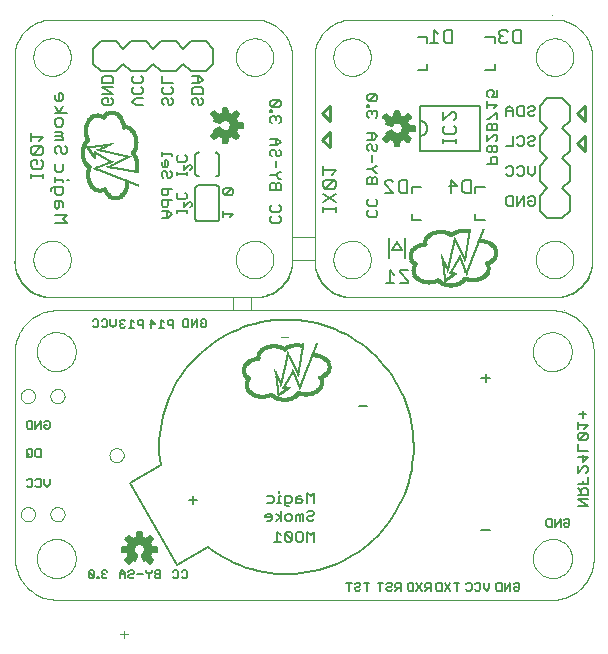
<source format=gbo>
G75*
G70*
%OFA0B0*%
%FSLAX24Y24*%
%IPPOS*%
%LPD*%
%AMOC8*
5,1,8,0,0,1.08239X$1,22.5*
%
%ADD10C,0.0000*%
%ADD11C,0.0030*%
%ADD12C,0.0050*%
%ADD13C,0.0000*%
%ADD14C,0.0060*%
%ADD15C,0.0080*%
%ADD16R,0.0110X0.0005*%
%ADD17R,0.0210X0.0005*%
%ADD18R,0.0280X0.0005*%
%ADD19R,0.0325X0.0005*%
%ADD20R,0.0365X0.0005*%
%ADD21R,0.0410X0.0005*%
%ADD22R,0.0440X0.0005*%
%ADD23R,0.0470X0.0005*%
%ADD24R,0.0505X0.0005*%
%ADD25R,0.0530X0.0005*%
%ADD26R,0.0555X0.0005*%
%ADD27R,0.0580X0.0005*%
%ADD28R,0.0600X0.0005*%
%ADD29R,0.0625X0.0005*%
%ADD30R,0.0645X0.0005*%
%ADD31R,0.0665X0.0005*%
%ADD32R,0.0685X0.0005*%
%ADD33R,0.0705X0.0005*%
%ADD34R,0.0715X0.0005*%
%ADD35R,0.0735X0.0005*%
%ADD36R,0.0755X0.0005*%
%ADD37R,0.0090X0.0005*%
%ADD38R,0.0770X0.0005*%
%ADD39R,0.0190X0.0005*%
%ADD40R,0.0355X0.0005*%
%ADD41R,0.0360X0.0005*%
%ADD42R,0.0260X0.0005*%
%ADD43R,0.0315X0.0005*%
%ADD44R,0.0320X0.0005*%
%ADD45R,0.0295X0.0005*%
%ADD46R,0.0275X0.0005*%
%ADD47R,0.0400X0.0005*%
%ADD48R,0.0265X0.0005*%
%ADD49R,0.0435X0.0005*%
%ADD50R,0.0255X0.0005*%
%ADD51R,0.0465X0.0005*%
%ADD52R,0.0245X0.0005*%
%ADD53R,0.0495X0.0005*%
%ADD54R,0.0235X0.0005*%
%ADD55R,0.0525X0.0005*%
%ADD56R,0.0230X0.0005*%
%ADD57R,0.0240X0.0005*%
%ADD58R,0.0545X0.0005*%
%ADD59R,0.0820X0.0005*%
%ADD60R,0.0220X0.0005*%
%ADD61R,0.0025X0.0005*%
%ADD62R,0.0795X0.0005*%
%ADD63R,0.0215X0.0005*%
%ADD64R,0.0035X0.0005*%
%ADD65R,0.0040X0.0005*%
%ADD66R,0.0800X0.0005*%
%ADD67R,0.0205X0.0005*%
%ADD68R,0.0050X0.0005*%
%ADD69R,0.0805X0.0005*%
%ADD70R,0.0165X0.0005*%
%ADD71R,0.0055X0.0005*%
%ADD72R,0.0200X0.0005*%
%ADD73R,0.0060X0.0005*%
%ADD74R,0.0300X0.0005*%
%ADD75R,0.0195X0.0005*%
%ADD76R,0.0065X0.0005*%
%ADD77R,0.0345X0.0005*%
%ADD78R,0.0070X0.0005*%
%ADD79R,0.0385X0.0005*%
%ADD80R,0.0080X0.0005*%
%ADD81R,0.0425X0.0005*%
%ADD82R,0.0185X0.0005*%
%ADD83R,0.0085X0.0005*%
%ADD84R,0.0635X0.0005*%
%ADD85R,0.0810X0.0005*%
%ADD86R,0.0095X0.0005*%
%ADD87R,0.0335X0.0005*%
%ADD88R,0.0655X0.0005*%
%ADD89R,0.0105X0.0005*%
%ADD90R,0.0290X0.0005*%
%ADD91R,0.0660X0.0005*%
%ADD92R,0.0115X0.0005*%
%ADD93R,0.0285X0.0005*%
%ADD94R,0.0120X0.0005*%
%ADD95R,0.0270X0.0005*%
%ADD96R,0.0675X0.0005*%
%ADD97R,0.0130X0.0005*%
%ADD98R,0.0680X0.0005*%
%ADD99R,0.0135X0.0005*%
%ADD100R,0.0250X0.0005*%
%ADD101R,0.0140X0.0005*%
%ADD102R,0.0180X0.0005*%
%ADD103R,0.0695X0.0005*%
%ADD104R,0.0150X0.0005*%
%ADD105R,0.0160X0.0005*%
%ADD106R,0.0155X0.0005*%
%ADD107R,0.0145X0.0005*%
%ADD108R,0.0700X0.0005*%
%ADD109R,0.0225X0.0005*%
%ADD110R,0.0170X0.0005*%
%ADD111R,0.0100X0.0005*%
%ADD112R,0.0075X0.0005*%
%ADD113R,0.0720X0.0005*%
%ADD114R,0.0725X0.0005*%
%ADD115R,0.0340X0.0005*%
%ADD116R,0.0305X0.0005*%
%ADD117R,0.0175X0.0005*%
%ADD118R,0.0005X0.0005*%
%ADD119R,0.0010X0.0005*%
%ADD120R,0.0015X0.0005*%
%ADD121R,0.0020X0.0005*%
%ADD122R,0.0030X0.0005*%
%ADD123R,0.0125X0.0005*%
%ADD124R,0.0045X0.0005*%
%ADD125R,0.0370X0.0005*%
%ADD126R,0.0375X0.0005*%
%ADD127R,0.0350X0.0005*%
%ADD128R,0.0330X0.0005*%
%ADD129R,0.0485X0.0005*%
%ADD130R,0.0480X0.0005*%
%ADD131R,0.0460X0.0005*%
%ADD132R,0.0445X0.0005*%
%ADD133R,0.0310X0.0005*%
%ADD134R,0.0380X0.0005*%
%ADD135R,0.0415X0.0005*%
%ADD136R,0.0450X0.0005*%
%ADD137R,0.0490X0.0005*%
%ADD138R,0.0965X0.0005*%
%ADD139R,0.0975X0.0005*%
%ADD140R,0.0980X0.0005*%
%ADD141R,0.0990X0.0005*%
%ADD142R,0.1005X0.0005*%
%ADD143R,0.0615X0.0005*%
%ADD144R,0.0640X0.0005*%
%ADD145R,0.0605X0.0005*%
%ADD146R,0.0620X0.0005*%
%ADD147R,0.0590X0.0005*%
%ADD148R,0.0570X0.0005*%
%ADD149R,0.0540X0.0005*%
%ADD150R,0.0515X0.0005*%
%ADD151R,0.0565X0.0005*%
%ADD152R,0.0535X0.0005*%
%ADD153R,0.0395X0.0005*%
%ADD154R,0.0520X0.0005*%
%ADD155R,0.0500X0.0005*%
%ADD156R,0.0430X0.0005*%
%ADD157C,0.0059*%
%ADD158C,0.0060*%
%ADD159C,0.0000*%
%ADD160C,0.0080*%
%ADD161C,0.0050*%
%ADD162R,0.0005X0.0110*%
%ADD163R,0.0005X0.0210*%
%ADD164R,0.0005X0.0280*%
%ADD165R,0.0005X0.0325*%
%ADD166R,0.0005X0.0365*%
%ADD167R,0.0005X0.0410*%
%ADD168R,0.0005X0.0440*%
%ADD169R,0.0005X0.0470*%
%ADD170R,0.0005X0.0505*%
%ADD171R,0.0005X0.0530*%
%ADD172R,0.0005X0.0555*%
%ADD173R,0.0005X0.0580*%
%ADD174R,0.0005X0.0600*%
%ADD175R,0.0005X0.0625*%
%ADD176R,0.0005X0.0645*%
%ADD177R,0.0005X0.0665*%
%ADD178R,0.0005X0.0685*%
%ADD179R,0.0005X0.0705*%
%ADD180R,0.0005X0.0715*%
%ADD181R,0.0005X0.0735*%
%ADD182R,0.0005X0.0755*%
%ADD183R,0.0005X0.0090*%
%ADD184R,0.0005X0.0770*%
%ADD185R,0.0005X0.0190*%
%ADD186R,0.0005X0.0355*%
%ADD187R,0.0005X0.0360*%
%ADD188R,0.0005X0.0260*%
%ADD189R,0.0005X0.0315*%
%ADD190R,0.0005X0.0320*%
%ADD191R,0.0005X0.0295*%
%ADD192R,0.0005X0.0275*%
%ADD193R,0.0005X0.0400*%
%ADD194R,0.0005X0.0265*%
%ADD195R,0.0005X0.0435*%
%ADD196R,0.0005X0.0255*%
%ADD197R,0.0005X0.0465*%
%ADD198R,0.0005X0.0245*%
%ADD199R,0.0005X0.0495*%
%ADD200R,0.0005X0.0235*%
%ADD201R,0.0005X0.0525*%
%ADD202R,0.0005X0.0230*%
%ADD203R,0.0005X0.0240*%
%ADD204R,0.0005X0.0545*%
%ADD205R,0.0005X0.0820*%
%ADD206R,0.0005X0.0220*%
%ADD207R,0.0005X0.0025*%
%ADD208R,0.0005X0.0795*%
%ADD209R,0.0005X0.0215*%
%ADD210R,0.0005X0.0035*%
%ADD211R,0.0005X0.0040*%
%ADD212R,0.0005X0.0800*%
%ADD213R,0.0005X0.0205*%
%ADD214R,0.0005X0.0050*%
%ADD215R,0.0005X0.0805*%
%ADD216R,0.0005X0.0165*%
%ADD217R,0.0005X0.0055*%
%ADD218R,0.0005X0.0200*%
%ADD219R,0.0005X0.0060*%
%ADD220R,0.0005X0.0300*%
%ADD221R,0.0005X0.0195*%
%ADD222R,0.0005X0.0065*%
%ADD223R,0.0005X0.0345*%
%ADD224R,0.0005X0.0070*%
%ADD225R,0.0005X0.0385*%
%ADD226R,0.0005X0.0080*%
%ADD227R,0.0005X0.0425*%
%ADD228R,0.0005X0.0185*%
%ADD229R,0.0005X0.0085*%
%ADD230R,0.0005X0.0635*%
%ADD231R,0.0005X0.0810*%
%ADD232R,0.0005X0.0095*%
%ADD233R,0.0005X0.0335*%
%ADD234R,0.0005X0.0655*%
%ADD235R,0.0005X0.0105*%
%ADD236R,0.0005X0.0290*%
%ADD237R,0.0005X0.0660*%
%ADD238R,0.0005X0.0115*%
%ADD239R,0.0005X0.0285*%
%ADD240R,0.0005X0.0120*%
%ADD241R,0.0005X0.0270*%
%ADD242R,0.0005X0.0675*%
%ADD243R,0.0005X0.0130*%
%ADD244R,0.0005X0.0680*%
%ADD245R,0.0005X0.0135*%
%ADD246R,0.0005X0.0250*%
%ADD247R,0.0005X0.0140*%
%ADD248R,0.0005X0.0180*%
%ADD249R,0.0005X0.0695*%
%ADD250R,0.0005X0.0150*%
%ADD251R,0.0005X0.0160*%
%ADD252R,0.0005X0.0155*%
%ADD253R,0.0005X0.0145*%
%ADD254R,0.0005X0.0700*%
%ADD255R,0.0005X0.0225*%
%ADD256R,0.0005X0.0170*%
%ADD257R,0.0005X0.0100*%
%ADD258R,0.0005X0.0075*%
%ADD259R,0.0005X0.0720*%
%ADD260R,0.0005X0.0725*%
%ADD261R,0.0005X0.0340*%
%ADD262R,0.0005X0.0305*%
%ADD263R,0.0005X0.0175*%
%ADD264R,0.0005X0.0005*%
%ADD265R,0.0005X0.0010*%
%ADD266R,0.0005X0.0015*%
%ADD267R,0.0005X0.0020*%
%ADD268R,0.0005X0.0030*%
%ADD269R,0.0005X0.0125*%
%ADD270R,0.0005X0.0045*%
%ADD271R,0.0005X0.0370*%
%ADD272R,0.0005X0.0375*%
%ADD273R,0.0005X0.0350*%
%ADD274R,0.0005X0.0330*%
%ADD275R,0.0005X0.0485*%
%ADD276R,0.0005X0.0480*%
%ADD277R,0.0005X0.0460*%
%ADD278R,0.0005X0.0445*%
%ADD279R,0.0005X0.0310*%
%ADD280R,0.0005X0.0380*%
%ADD281R,0.0005X0.0415*%
%ADD282R,0.0005X0.0450*%
%ADD283R,0.0005X0.0490*%
%ADD284R,0.0005X0.0965*%
%ADD285R,0.0005X0.0975*%
%ADD286R,0.0005X0.0980*%
%ADD287R,0.0005X0.0990*%
%ADD288R,0.0005X0.1005*%
%ADD289R,0.0005X0.0615*%
%ADD290R,0.0005X0.0640*%
%ADD291R,0.0005X0.0605*%
%ADD292R,0.0005X0.0620*%
%ADD293R,0.0005X0.0590*%
%ADD294R,0.0005X0.0570*%
%ADD295R,0.0005X0.0540*%
%ADD296R,0.0005X0.0515*%
%ADD297R,0.0005X0.0565*%
%ADD298R,0.0005X0.0535*%
%ADD299R,0.0005X0.0395*%
%ADD300R,0.0005X0.0520*%
%ADD301R,0.0005X0.0500*%
%ADD302R,0.0005X0.0430*%
%ADD303C,0.0059*%
%ADD304C,0.0000*%
%ADD305C,0.0060*%
%ADD306R,0.0110X0.0005*%
%ADD307R,0.0210X0.0005*%
%ADD308R,0.0280X0.0005*%
%ADD309R,0.0325X0.0005*%
%ADD310R,0.0365X0.0005*%
%ADD311R,0.0410X0.0005*%
%ADD312R,0.0440X0.0005*%
%ADD313R,0.0470X0.0005*%
%ADD314R,0.0505X0.0005*%
%ADD315R,0.0530X0.0005*%
%ADD316R,0.0555X0.0005*%
%ADD317R,0.0580X0.0005*%
%ADD318R,0.0600X0.0005*%
%ADD319R,0.0625X0.0005*%
%ADD320R,0.0645X0.0005*%
%ADD321R,0.0665X0.0005*%
%ADD322R,0.0685X0.0005*%
%ADD323R,0.0705X0.0005*%
%ADD324R,0.0715X0.0005*%
%ADD325R,0.0735X0.0005*%
%ADD326R,0.0755X0.0005*%
%ADD327R,0.0090X0.0005*%
%ADD328R,0.0770X0.0005*%
%ADD329R,0.0190X0.0005*%
%ADD330R,0.0355X0.0005*%
%ADD331R,0.0360X0.0005*%
%ADD332R,0.0260X0.0005*%
%ADD333R,0.0315X0.0005*%
%ADD334R,0.0320X0.0005*%
%ADD335R,0.0295X0.0005*%
%ADD336R,0.0275X0.0005*%
%ADD337R,0.0400X0.0005*%
%ADD338R,0.0265X0.0005*%
%ADD339R,0.0435X0.0005*%
%ADD340R,0.0255X0.0005*%
%ADD341R,0.0465X0.0005*%
%ADD342R,0.0245X0.0005*%
%ADD343R,0.0495X0.0005*%
%ADD344R,0.0235X0.0005*%
%ADD345R,0.0525X0.0005*%
%ADD346R,0.0230X0.0005*%
%ADD347R,0.0240X0.0005*%
%ADD348R,0.0545X0.0005*%
%ADD349R,0.0820X0.0005*%
%ADD350R,0.0220X0.0005*%
%ADD351R,0.0025X0.0005*%
%ADD352R,0.0795X0.0005*%
%ADD353R,0.0215X0.0005*%
%ADD354R,0.0035X0.0005*%
%ADD355R,0.0040X0.0005*%
%ADD356R,0.0800X0.0005*%
%ADD357R,0.0205X0.0005*%
%ADD358R,0.0050X0.0005*%
%ADD359R,0.0805X0.0005*%
%ADD360R,0.0165X0.0005*%
%ADD361R,0.0055X0.0005*%
%ADD362R,0.0200X0.0005*%
%ADD363R,0.0060X0.0005*%
%ADD364R,0.0300X0.0005*%
%ADD365R,0.0195X0.0005*%
%ADD366R,0.0065X0.0005*%
%ADD367R,0.0345X0.0005*%
%ADD368R,0.0070X0.0005*%
%ADD369R,0.0385X0.0005*%
%ADD370R,0.0080X0.0005*%
%ADD371R,0.0425X0.0005*%
%ADD372R,0.0185X0.0005*%
%ADD373R,0.0085X0.0005*%
%ADD374R,0.0635X0.0005*%
%ADD375R,0.0810X0.0005*%
%ADD376R,0.0095X0.0005*%
%ADD377R,0.0335X0.0005*%
%ADD378R,0.0655X0.0005*%
%ADD379R,0.0105X0.0005*%
%ADD380R,0.0290X0.0005*%
%ADD381R,0.0660X0.0005*%
%ADD382R,0.0115X0.0005*%
%ADD383R,0.0285X0.0005*%
%ADD384R,0.0120X0.0005*%
%ADD385R,0.0270X0.0005*%
%ADD386R,0.0675X0.0005*%
%ADD387R,0.0130X0.0005*%
%ADD388R,0.0680X0.0005*%
%ADD389R,0.0135X0.0005*%
%ADD390R,0.0250X0.0005*%
%ADD391R,0.0140X0.0005*%
%ADD392R,0.0180X0.0005*%
%ADD393R,0.0695X0.0005*%
%ADD394R,0.0150X0.0005*%
%ADD395R,0.0160X0.0005*%
%ADD396R,0.0155X0.0005*%
%ADD397R,0.0145X0.0005*%
%ADD398R,0.0700X0.0005*%
%ADD399R,0.0225X0.0005*%
%ADD400R,0.0170X0.0005*%
%ADD401R,0.0100X0.0005*%
%ADD402R,0.0075X0.0005*%
%ADD403R,0.0720X0.0005*%
%ADD404R,0.0725X0.0005*%
%ADD405R,0.0340X0.0005*%
%ADD406R,0.0305X0.0005*%
%ADD407R,0.0175X0.0005*%
%ADD408R,0.0005X0.0005*%
%ADD409R,0.0010X0.0005*%
%ADD410R,0.0015X0.0005*%
%ADD411R,0.0020X0.0005*%
%ADD412R,0.0030X0.0005*%
%ADD413R,0.0125X0.0005*%
%ADD414R,0.0045X0.0005*%
%ADD415R,0.0370X0.0005*%
%ADD416R,0.0375X0.0005*%
%ADD417R,0.0350X0.0005*%
%ADD418R,0.0330X0.0005*%
%ADD419R,0.0485X0.0005*%
%ADD420R,0.0480X0.0005*%
%ADD421R,0.0460X0.0005*%
%ADD422R,0.0445X0.0005*%
%ADD423R,0.0310X0.0005*%
%ADD424R,0.0380X0.0005*%
%ADD425R,0.0415X0.0005*%
%ADD426R,0.0450X0.0005*%
%ADD427R,0.0490X0.0005*%
%ADD428R,0.0965X0.0005*%
%ADD429R,0.0975X0.0005*%
%ADD430R,0.0980X0.0005*%
%ADD431R,0.0990X0.0005*%
%ADD432R,0.1005X0.0005*%
%ADD433R,0.0615X0.0005*%
%ADD434R,0.0640X0.0005*%
%ADD435R,0.0605X0.0005*%
%ADD436R,0.0620X0.0005*%
%ADD437R,0.0590X0.0005*%
%ADD438R,0.0570X0.0005*%
%ADD439R,0.0540X0.0005*%
%ADD440R,0.0515X0.0005*%
%ADD441R,0.0565X0.0005*%
%ADD442R,0.0535X0.0005*%
%ADD443R,0.0395X0.0005*%
%ADD444R,0.0520X0.0005*%
%ADD445R,0.0500X0.0005*%
%ADD446R,0.0430X0.0005*%
%ADD447C,0.0100*%
%ADD448C,0.0080*%
%ADD449C,0.0059*%
%ADD450C,0.0050*%
D10*
X001489Y001583D02*
X001492Y001583D01*
X018027Y001583D01*
X018030Y001583D01*
X018027Y001583D02*
X018099Y001585D01*
X018171Y001591D01*
X018243Y001600D01*
X018314Y001613D01*
X018384Y001630D01*
X018453Y001650D01*
X018521Y001675D01*
X018587Y001702D01*
X018653Y001733D01*
X018716Y001768D01*
X018778Y001805D01*
X018837Y001846D01*
X018894Y001890D01*
X018949Y001937D01*
X019001Y001987D01*
X019051Y002039D01*
X019098Y002094D01*
X019142Y002151D01*
X019183Y002210D01*
X019220Y002272D01*
X019255Y002335D01*
X019286Y002401D01*
X019313Y002467D01*
X019338Y002535D01*
X019358Y002604D01*
X019375Y002674D01*
X019388Y002745D01*
X019397Y002817D01*
X019403Y002889D01*
X019405Y002961D01*
X019405Y009851D01*
X019403Y009923D01*
X019397Y009995D01*
X019388Y010067D01*
X019375Y010138D01*
X019358Y010208D01*
X019338Y010277D01*
X019313Y010345D01*
X019286Y010411D01*
X019255Y010477D01*
X019220Y010540D01*
X019183Y010602D01*
X019142Y010661D01*
X019098Y010718D01*
X019051Y010773D01*
X019001Y010825D01*
X018949Y010875D01*
X018894Y010922D01*
X018837Y010966D01*
X018778Y011007D01*
X018716Y011044D01*
X018653Y011079D01*
X018587Y011110D01*
X018521Y011137D01*
X018453Y011162D01*
X018384Y011182D01*
X018314Y011199D01*
X018243Y011212D01*
X018171Y011221D01*
X018099Y011227D01*
X018027Y011229D01*
X007988Y011229D01*
X007988Y011672D01*
X008100Y011672D01*
X007397Y011672D02*
X007397Y011229D01*
X001492Y011229D01*
X001489Y011229D01*
X001350Y011672D02*
X007397Y011672D01*
X008100Y011672D02*
X008166Y011670D01*
X008232Y011672D01*
X008298Y011678D01*
X008364Y011687D01*
X008429Y011700D01*
X008494Y011717D01*
X008557Y011737D01*
X008619Y011761D01*
X008679Y011788D01*
X008738Y011819D01*
X008796Y011853D01*
X008851Y011890D01*
X008904Y011930D01*
X008954Y011973D01*
X009003Y012018D01*
X009048Y012067D01*
X009091Y012117D01*
X009131Y012170D01*
X009168Y012225D01*
X009202Y012283D01*
X009233Y012342D01*
X009260Y012402D01*
X009284Y012464D01*
X009304Y012527D01*
X009321Y012592D01*
X009334Y012657D01*
X009343Y012723D01*
X009349Y012789D01*
X009351Y012855D01*
X009349Y012921D01*
X009350Y012922D02*
X010100Y012922D01*
X010100Y013672D02*
X010100Y019672D01*
X009350Y019672D02*
X009350Y013672D01*
X010100Y013672D01*
X010100Y012922D02*
X010102Y012854D01*
X010107Y012787D01*
X010116Y012720D01*
X010129Y012653D01*
X010146Y012588D01*
X010165Y012523D01*
X010189Y012459D01*
X010216Y012397D01*
X010246Y012336D01*
X010279Y012278D01*
X010315Y012221D01*
X010355Y012166D01*
X010397Y012113D01*
X010443Y012062D01*
X010490Y012015D01*
X010541Y011969D01*
X010594Y011927D01*
X010649Y011887D01*
X010706Y011851D01*
X010764Y011818D01*
X010825Y011788D01*
X010887Y011761D01*
X010951Y011737D01*
X011016Y011718D01*
X011081Y011701D01*
X011148Y011688D01*
X011215Y011679D01*
X011282Y011674D01*
X011350Y011672D01*
X018100Y011672D01*
X018421Y011229D02*
X018424Y011229D01*
X018100Y011672D02*
X018166Y011670D01*
X018232Y011672D01*
X018298Y011678D01*
X018364Y011687D01*
X018429Y011700D01*
X018494Y011717D01*
X018557Y011737D01*
X018619Y011761D01*
X018679Y011788D01*
X018738Y011819D01*
X018796Y011853D01*
X018851Y011890D01*
X018904Y011930D01*
X018954Y011973D01*
X019003Y012018D01*
X019048Y012067D01*
X019091Y012117D01*
X019131Y012170D01*
X019168Y012225D01*
X019202Y012283D01*
X019233Y012342D01*
X019260Y012402D01*
X019284Y012464D01*
X019304Y012527D01*
X019321Y012592D01*
X019334Y012657D01*
X019343Y012723D01*
X019349Y012789D01*
X019351Y012855D01*
X019349Y012921D01*
X019350Y012922D02*
X019350Y019672D01*
X019348Y019740D01*
X019343Y019807D01*
X019334Y019874D01*
X019321Y019941D01*
X019304Y020006D01*
X019285Y020071D01*
X019261Y020135D01*
X019234Y020197D01*
X019204Y020258D01*
X019171Y020316D01*
X019135Y020373D01*
X019095Y020428D01*
X019053Y020481D01*
X019007Y020532D01*
X018960Y020579D01*
X018909Y020625D01*
X018856Y020667D01*
X018801Y020707D01*
X018744Y020743D01*
X018686Y020776D01*
X018625Y020806D01*
X018563Y020833D01*
X018499Y020857D01*
X018434Y020876D01*
X018369Y020893D01*
X018302Y020906D01*
X018235Y020915D01*
X018168Y020920D01*
X018100Y020922D01*
X018137Y020922D02*
X011350Y020922D01*
X011282Y020920D01*
X011215Y020915D01*
X011148Y020906D01*
X011081Y020893D01*
X011016Y020876D01*
X010951Y020857D01*
X010887Y020833D01*
X010825Y020806D01*
X010764Y020776D01*
X010706Y020743D01*
X010649Y020707D01*
X010594Y020667D01*
X010541Y020625D01*
X010490Y020579D01*
X010443Y020532D01*
X010397Y020481D01*
X010355Y020428D01*
X010315Y020373D01*
X010279Y020316D01*
X010246Y020258D01*
X010216Y020197D01*
X010189Y020135D01*
X010165Y020071D01*
X010146Y020006D01*
X010129Y019941D01*
X010116Y019874D01*
X010107Y019807D01*
X010102Y019740D01*
X010100Y019672D01*
X009350Y019672D02*
X009348Y019740D01*
X009343Y019807D01*
X009334Y019874D01*
X009321Y019941D01*
X009304Y020006D01*
X009285Y020071D01*
X009261Y020135D01*
X009234Y020197D01*
X009204Y020258D01*
X009171Y020316D01*
X009135Y020373D01*
X009095Y020428D01*
X009053Y020481D01*
X009007Y020532D01*
X008960Y020579D01*
X008909Y020625D01*
X008856Y020667D01*
X008801Y020707D01*
X008744Y020743D01*
X008686Y020776D01*
X008625Y020806D01*
X008563Y020833D01*
X008499Y020857D01*
X008434Y020876D01*
X008369Y020893D01*
X008302Y020906D01*
X008235Y020915D01*
X008168Y020920D01*
X008100Y020922D01*
X001350Y020922D01*
X001282Y020920D01*
X001215Y020915D01*
X001148Y020906D01*
X001081Y020893D01*
X001016Y020876D01*
X000951Y020857D01*
X000887Y020833D01*
X000825Y020806D01*
X000764Y020776D01*
X000706Y020743D01*
X000649Y020707D01*
X000594Y020667D01*
X000541Y020625D01*
X000490Y020579D01*
X000443Y020532D01*
X000397Y020481D01*
X000355Y020428D01*
X000315Y020373D01*
X000279Y020316D01*
X000246Y020258D01*
X000216Y020197D01*
X000189Y020135D01*
X000165Y020071D01*
X000146Y020006D01*
X000129Y019941D01*
X000116Y019874D01*
X000107Y019807D01*
X000102Y019740D01*
X000100Y019672D01*
X000100Y012922D01*
X000102Y012854D01*
X000107Y012787D01*
X000116Y012720D01*
X000129Y012653D01*
X000146Y012588D01*
X000165Y012523D01*
X000189Y012459D01*
X000216Y012397D01*
X000246Y012336D01*
X000279Y012278D01*
X000315Y012221D01*
X000355Y012166D01*
X000397Y012113D01*
X000443Y012062D01*
X000490Y012015D01*
X000541Y011969D01*
X000594Y011927D01*
X000649Y011887D01*
X000706Y011851D01*
X000764Y011818D01*
X000825Y011788D01*
X000887Y011761D01*
X000951Y011737D01*
X001016Y011718D01*
X001081Y011701D01*
X001148Y011688D01*
X001215Y011679D01*
X001282Y011674D01*
X001350Y011672D01*
X001492Y011229D02*
X001420Y011227D01*
X001348Y011221D01*
X001276Y011212D01*
X001205Y011199D01*
X001135Y011182D01*
X001066Y011162D01*
X000998Y011137D01*
X000932Y011110D01*
X000866Y011079D01*
X000803Y011044D01*
X000741Y011007D01*
X000682Y010966D01*
X000625Y010922D01*
X000570Y010875D01*
X000518Y010825D01*
X000468Y010773D01*
X000421Y010718D01*
X000377Y010661D01*
X000336Y010602D01*
X000299Y010540D01*
X000264Y010477D01*
X000233Y010411D01*
X000206Y010345D01*
X000181Y010277D01*
X000161Y010208D01*
X000144Y010138D01*
X000131Y010067D01*
X000122Y009995D01*
X000116Y009923D01*
X000114Y009851D01*
X000114Y009854D01*
X000114Y009851D02*
X000114Y003001D01*
X000114Y002958D01*
X000113Y003001D02*
X000114Y002928D01*
X000119Y002854D01*
X000127Y002782D01*
X000140Y002710D01*
X000156Y002638D01*
X000175Y002568D01*
X000199Y002498D01*
X000226Y002430D01*
X000257Y002364D01*
X000291Y002299D01*
X000328Y002236D01*
X000369Y002175D01*
X000412Y002117D01*
X000459Y002060D01*
X000509Y002006D01*
X000561Y001955D01*
X000616Y001907D01*
X000673Y001862D01*
X000733Y001819D01*
X000795Y001780D01*
X000859Y001744D01*
X000924Y001712D01*
X000992Y001683D01*
X001060Y001658D01*
X001130Y001636D01*
X001201Y001618D01*
X001273Y001603D01*
X001345Y001593D01*
X001418Y001586D01*
X001491Y001583D01*
X018027Y021072D02*
X018030Y021072D01*
D11*
X003747Y000557D02*
X003747Y000310D01*
X003870Y000433D02*
X003623Y000433D01*
D12*
X2572Y2345D02*
X2617Y2300D01*
X2707Y2300D01*
X2752Y2345D01*
X2572Y2525D01*
X2572Y2345D01*
X2752Y2345D02*
X2752Y2525D01*
X2707Y2570D01*
X2617Y2570D01*
X2572Y2525D01*
X2854Y2345D02*
X2854Y2300D01*
X2899Y2300D01*
X2899Y2345D01*
X2854Y2345D01*
X3014Y2345D02*
X3014Y2390D01*
X3059Y2435D01*
X3104Y2435D01*
X3059Y2435D02*
X3014Y2480D01*
X3014Y2525D01*
X3059Y2570D01*
X3149Y2570D01*
X3194Y2525D01*
X3194Y2345D02*
X3149Y2300D01*
X3059Y2300D01*
X3014Y2345D01*
X3603Y2300D02*
X3603Y2480D01*
X3693Y2570D01*
X3783Y2480D01*
X3783Y2300D01*
X3898Y2345D02*
X3898Y2390D01*
X3943Y2435D01*
X4033Y2435D01*
X4078Y2480D01*
X4078Y2525D01*
X4033Y2570D01*
X3943Y2570D01*
X3898Y2525D01*
X3783Y2435D02*
X3603Y2435D01*
X3898Y2345D02*
X3943Y2300D01*
X4033Y2300D01*
X4078Y2345D01*
X4192Y2435D02*
X4373Y2435D01*
X4487Y2525D02*
X4487Y2570D01*
X4487Y2525D02*
X4577Y2435D01*
X4577Y2300D01*
X4577Y2435D02*
X4667Y2525D01*
X4667Y2570D01*
X4782Y2525D02*
X4782Y2480D01*
X4827Y2435D01*
X4962Y2435D01*
X4962Y2570D02*
X4827Y2570D01*
X4782Y2525D01*
X4827Y2435D02*
X4782Y2390D01*
X4782Y2345D01*
X4827Y2300D01*
X4962Y2300D01*
X4962Y2570D01*
X5371Y2525D02*
X5416Y2570D01*
X5506Y2570D01*
X5551Y2525D01*
X5551Y2345D01*
X5506Y2300D01*
X5416Y2300D01*
X5371Y2345D01*
X5666Y2345D02*
X5711Y2300D01*
X5801Y2300D01*
X5846Y2345D01*
X5846Y2525D01*
X5801Y2570D01*
X5711Y2570D01*
X5666Y2525D01*
X1273Y5428D02*
X1183Y5338D01*
X1093Y5428D01*
X1093Y5608D01*
X978Y5563D02*
X978Y5383D01*
X933Y5338D01*
X843Y5338D01*
X798Y5383D01*
X683Y5383D02*
X638Y5338D01*
X548Y5338D01*
X503Y5383D01*
X503Y5563D02*
X548Y5608D01*
X638Y5608D01*
X683Y5563D01*
X683Y5383D01*
X798Y5563D02*
X843Y5608D01*
X933Y5608D01*
X978Y5563D01*
X1273Y5608D02*
X1273Y5428D01*
X978Y6338D02*
X843Y6338D01*
X798Y6383D01*
X798Y6563D01*
X843Y6608D01*
X978Y6608D01*
X978Y6338D01*
X683Y6383D02*
X683Y6563D01*
X638Y6608D01*
X548Y6608D01*
X503Y6563D01*
X503Y6383D01*
X548Y6338D01*
X638Y6338D01*
X683Y6383D01*
X593Y6428D02*
X503Y6338D01*
X548Y7288D02*
X503Y7333D01*
X503Y7513D01*
X548Y7558D01*
X683Y7558D01*
X683Y7288D01*
X548Y7288D01*
X798Y7288D02*
X798Y7558D01*
X978Y7558D02*
X798Y7288D01*
X978Y7288D02*
X978Y7558D01*
X1093Y7513D02*
X1138Y7558D01*
X1228Y7558D01*
X1273Y7513D01*
X1273Y7333D01*
X1228Y7288D01*
X1138Y7288D01*
X1093Y7333D01*
X1093Y7423D01*
X1183Y7423D01*
X2753Y10665D02*
X2708Y10710D01*
X2753Y10665D02*
X2843Y10665D01*
X2888Y10710D01*
X2888Y10890D01*
X2843Y10935D01*
X2753Y10935D01*
X2708Y10890D01*
X3003Y10890D02*
X3048Y10935D01*
X3138Y10935D01*
X3183Y10890D01*
X3183Y10710D01*
X3138Y10665D01*
X3048Y10665D01*
X3003Y10710D01*
X3297Y10755D02*
X3297Y10935D01*
X3477Y10935D02*
X3477Y10755D01*
X3387Y10665D01*
X3297Y10755D01*
X3610Y10745D02*
X3610Y10700D01*
X3655Y10655D01*
X3745Y10655D01*
X3790Y10700D01*
X3904Y10655D02*
X4084Y10655D01*
X3994Y10655D02*
X3994Y10925D01*
X4084Y10835D01*
X4199Y10880D02*
X4199Y10790D01*
X4244Y10745D01*
X4379Y10745D01*
X4379Y10655D02*
X4379Y10925D01*
X4244Y10925D01*
X4199Y10880D01*
X3790Y10880D02*
X3745Y10925D01*
X3655Y10925D01*
X3610Y10880D01*
X3610Y10835D01*
X3655Y10790D01*
X3610Y10745D01*
X3655Y10790D02*
X3700Y10790D01*
X4611Y10790D02*
X4791Y10790D01*
X4656Y10925D01*
X4656Y10655D01*
X4906Y10655D02*
X5086Y10655D01*
X4996Y10655D02*
X4996Y10925D01*
X5086Y10835D01*
X5200Y10880D02*
X5200Y10790D01*
X5245Y10745D01*
X5381Y10745D01*
X5381Y10655D02*
X5381Y10925D01*
X5245Y10925D01*
X5200Y10880D01*
X5710Y10890D02*
X5710Y10710D01*
X5755Y10665D01*
X5890Y10665D01*
X5890Y10935D01*
X5755Y10935D01*
X5710Y10890D01*
X6004Y10935D02*
X6004Y10665D01*
X6184Y10935D01*
X6184Y10665D01*
X6299Y10710D02*
X6299Y10800D01*
X6389Y10800D01*
X6479Y10890D02*
X6479Y10710D01*
X6434Y10665D01*
X6344Y10665D01*
X6299Y10710D01*
X6299Y10890D02*
X6344Y10935D01*
X6434Y10935D01*
X6479Y10890D01*
X17829Y4240D02*
X17874Y4285D01*
X18009Y4285D01*
X18009Y4014D01*
X17874Y4014D01*
X17829Y4060D01*
X17829Y4240D01*
X18123Y4285D02*
X18123Y4014D01*
X18304Y4285D01*
X18304Y4014D01*
X18418Y4060D02*
X18418Y4150D01*
X18508Y4150D01*
X18418Y4240D02*
X18463Y4285D01*
X18553Y4285D01*
X18598Y4240D01*
X18598Y4060D01*
X18553Y4014D01*
X18463Y4014D01*
X18418Y4060D01*
X16878Y2158D02*
X16923Y2113D01*
X16923Y1933D01*
X16878Y1888D01*
X16788Y1888D01*
X16743Y1933D01*
X16743Y2023D01*
X16833Y2023D01*
X16743Y2113D02*
X16788Y2158D01*
X16878Y2158D01*
X16628Y2158D02*
X16448Y1888D01*
X16448Y2158D01*
X16333Y2158D02*
X16198Y2158D01*
X16153Y2113D01*
X16153Y1933D01*
X16198Y1888D01*
X16333Y1888D01*
X16333Y2158D01*
X16628Y2158D02*
X16628Y1888D01*
X15923Y1978D02*
X15923Y2158D01*
X15743Y2158D02*
X15743Y1978D01*
X15833Y1888D01*
X15923Y1978D01*
X15628Y1933D02*
X15628Y2113D01*
X15583Y2158D01*
X15493Y2158D01*
X15448Y2113D01*
X15333Y2113D02*
X15333Y1933D01*
X15288Y1888D01*
X15198Y1888D01*
X15153Y1933D01*
X15153Y2113D02*
X15198Y2158D01*
X15288Y2158D01*
X15333Y2113D01*
X15448Y1933D02*
X15493Y1888D01*
X15583Y1888D01*
X15628Y1933D01*
X14923Y2158D02*
X14743Y2158D01*
X14833Y2158D02*
X14833Y1888D01*
X14628Y1888D02*
X14448Y2158D01*
X14333Y2158D02*
X14198Y2158D01*
X14153Y2113D01*
X14153Y1933D01*
X14198Y1888D01*
X14333Y1888D01*
X14333Y2158D01*
X13973Y2158D02*
X13838Y2158D01*
X13793Y2113D01*
X13793Y2023D01*
X13838Y1978D01*
X13973Y1978D01*
X13973Y1888D02*
X13973Y2158D01*
X13883Y1978D02*
X13793Y1888D01*
X13678Y1888D02*
X13498Y2158D01*
X13383Y2158D02*
X13248Y2158D01*
X13203Y2113D01*
X13203Y1933D01*
X13248Y1888D01*
X13383Y1888D01*
X13383Y2158D01*
X13498Y1888D02*
X13678Y2158D01*
X12973Y2158D02*
X12973Y1888D01*
X12973Y1978D02*
X12838Y1978D01*
X12793Y2023D01*
X12793Y2113D01*
X12838Y2158D01*
X12973Y2158D01*
X12678Y2113D02*
X12678Y2068D01*
X12633Y2023D01*
X12543Y2023D01*
X12498Y1978D01*
X12498Y1933D01*
X12543Y1888D01*
X12633Y1888D01*
X12678Y1933D01*
X12793Y1888D02*
X12883Y1978D01*
X12678Y2113D02*
X12633Y2158D01*
X12543Y2158D01*
X12498Y2113D01*
X12383Y2158D02*
X12203Y2158D01*
X12293Y2158D02*
X12293Y1888D01*
X11833Y1888D02*
X11833Y2158D01*
X11923Y2158D02*
X11743Y2158D01*
X11628Y2113D02*
X11583Y2158D01*
X11493Y2158D01*
X11448Y2113D01*
X11493Y2023D02*
X11448Y1978D01*
X11448Y1933D01*
X11493Y1888D01*
X11583Y1888D01*
X11628Y1933D01*
X11583Y2023D02*
X11493Y2023D01*
X11583Y2023D02*
X11628Y2068D01*
X11628Y2113D01*
X11333Y2158D02*
X11153Y2158D01*
X11243Y2158D02*
X11243Y1888D01*
X14448Y1888D02*
X14628Y2158D01*
D13*
X1492Y1583D02*
X1489Y1583D01*
X1492Y1583D02*
X18027Y1583D01*
X18030Y1583D01*
X17380Y2958D02*
X17382Y3008D01*
X17388Y3058D01*
X17398Y3108D01*
X17411Y3156D01*
X17428Y3204D01*
X17449Y3250D01*
X17473Y3294D01*
X17501Y3336D01*
X17532Y3376D01*
X17566Y3413D01*
X17603Y3448D01*
X17642Y3479D01*
X17683Y3508D01*
X17727Y3533D01*
X17773Y3555D01*
X17820Y3573D01*
X17868Y3587D01*
X17917Y3598D01*
X17967Y3605D01*
X18017Y3608D01*
X18068Y3607D01*
X18118Y3602D01*
X18168Y3593D01*
X18216Y3581D01*
X18264Y3564D01*
X18310Y3544D01*
X18355Y3521D01*
X18398Y3494D01*
X18438Y3464D01*
X18476Y3431D01*
X18511Y3395D01*
X18544Y3356D01*
X18573Y3315D01*
X18599Y3272D01*
X18622Y3227D01*
X18641Y3180D01*
X18656Y3132D01*
X18668Y3083D01*
X18676Y3033D01*
X18680Y2983D01*
X18680Y2933D01*
X18676Y2883D01*
X18668Y2833D01*
X18656Y2784D01*
X18641Y2736D01*
X18622Y2689D01*
X18599Y2644D01*
X18573Y2601D01*
X18544Y2560D01*
X18511Y2521D01*
X18476Y2485D01*
X18438Y2452D01*
X18398Y2422D01*
X18355Y2395D01*
X18310Y2372D01*
X18264Y2352D01*
X18216Y2335D01*
X18168Y2323D01*
X18118Y2314D01*
X18068Y2309D01*
X18017Y2308D01*
X17967Y2311D01*
X17917Y2318D01*
X17868Y2329D01*
X17820Y2343D01*
X17773Y2361D01*
X17727Y2383D01*
X17683Y2408D01*
X17642Y2437D01*
X17603Y2468D01*
X17566Y2503D01*
X17532Y2540D01*
X17501Y2580D01*
X17473Y2622D01*
X17449Y2666D01*
X17428Y2712D01*
X17411Y2760D01*
X17398Y2808D01*
X17388Y2858D01*
X17382Y2908D01*
X17380Y2958D01*
X18027Y1583D02*
X18099Y1585D01*
X18171Y1591D01*
X18243Y1600D01*
X18314Y1613D01*
X18384Y1630D01*
X18453Y1650D01*
X18521Y1675D01*
X18587Y1702D01*
X18653Y1733D01*
X18716Y1768D01*
X18778Y1805D01*
X18837Y1846D01*
X18894Y1890D01*
X18949Y1937D01*
X19001Y1987D01*
X19051Y2039D01*
X19098Y2094D01*
X19142Y2151D01*
X19183Y2210D01*
X19220Y2272D01*
X19255Y2335D01*
X19286Y2401D01*
X19313Y2467D01*
X19338Y2535D01*
X19358Y2604D01*
X19375Y2674D01*
X19388Y2745D01*
X19397Y2817D01*
X19403Y2889D01*
X19405Y2961D01*
X19405Y9851D01*
X17377Y9851D02*
X17379Y9901D01*
X17385Y9951D01*
X17395Y10001D01*
X17408Y10049D01*
X17425Y10097D01*
X17446Y10143D01*
X17470Y10187D01*
X17498Y10229D01*
X17529Y10269D01*
X17563Y10306D01*
X17600Y10341D01*
X17639Y10372D01*
X17680Y10401D01*
X17724Y10426D01*
X17770Y10448D01*
X17817Y10466D01*
X17865Y10480D01*
X17914Y10491D01*
X17964Y10498D01*
X18014Y10501D01*
X18065Y10500D01*
X18115Y10495D01*
X18165Y10486D01*
X18213Y10474D01*
X18261Y10457D01*
X18307Y10437D01*
X18352Y10414D01*
X18395Y10387D01*
X18435Y10357D01*
X18473Y10324D01*
X18508Y10288D01*
X18541Y10249D01*
X18570Y10208D01*
X18596Y10165D01*
X18619Y10120D01*
X18638Y10073D01*
X18653Y10025D01*
X18665Y9976D01*
X18673Y9926D01*
X18677Y9876D01*
X18677Y9826D01*
X18673Y9776D01*
X18665Y9726D01*
X18653Y9677D01*
X18638Y9629D01*
X18619Y9582D01*
X18596Y9537D01*
X18570Y9494D01*
X18541Y9453D01*
X18508Y9414D01*
X18473Y9378D01*
X18435Y9345D01*
X18395Y9315D01*
X18352Y9288D01*
X18307Y9265D01*
X18261Y9245D01*
X18213Y9228D01*
X18165Y9216D01*
X18115Y9207D01*
X18065Y9202D01*
X18014Y9201D01*
X17964Y9204D01*
X17914Y9211D01*
X17865Y9222D01*
X17817Y9236D01*
X17770Y9254D01*
X17724Y9276D01*
X17680Y9301D01*
X17639Y9330D01*
X17600Y9361D01*
X17563Y9396D01*
X17529Y9433D01*
X17498Y9473D01*
X17470Y9515D01*
X17446Y9559D01*
X17425Y9605D01*
X17408Y9653D01*
X17395Y9701D01*
X17385Y9751D01*
X17379Y9801D01*
X17377Y9851D01*
X18027Y11229D02*
X18099Y11227D01*
X18171Y11221D01*
X18243Y11212D01*
X18314Y11199D01*
X18384Y11182D01*
X18453Y11162D01*
X18521Y11137D01*
X18587Y11110D01*
X18653Y11079D01*
X18716Y11044D01*
X18778Y11007D01*
X18837Y10966D01*
X18894Y10922D01*
X18949Y10875D01*
X19001Y10825D01*
X19051Y10773D01*
X19098Y10718D01*
X19142Y10661D01*
X19183Y10602D01*
X19220Y10540D01*
X19255Y10477D01*
X19286Y10411D01*
X19313Y10345D01*
X19338Y10277D01*
X19358Y10208D01*
X19375Y10138D01*
X19388Y10067D01*
X19397Y9995D01*
X19403Y9923D01*
X19405Y9851D01*
X18027Y11229D02*
X1492Y11229D01*
X839Y9854D02*
X841Y9904D01*
X847Y9954D01*
X857Y10004D01*
X870Y10052D01*
X887Y10100D01*
X908Y10146D01*
X932Y10190D01*
X960Y10232D01*
X991Y10272D01*
X1025Y10309D01*
X1062Y10344D01*
X1101Y10375D01*
X1142Y10404D01*
X1186Y10429D01*
X1232Y10451D01*
X1279Y10469D01*
X1327Y10483D01*
X1376Y10494D01*
X1426Y10501D01*
X1476Y10504D01*
X1527Y10503D01*
X1577Y10498D01*
X1627Y10489D01*
X1675Y10477D01*
X1723Y10460D01*
X1769Y10440D01*
X1814Y10417D01*
X1857Y10390D01*
X1897Y10360D01*
X1935Y10327D01*
X1970Y10291D01*
X2003Y10252D01*
X2032Y10211D01*
X2058Y10168D01*
X2081Y10123D01*
X2100Y10076D01*
X2115Y10028D01*
X2127Y9979D01*
X2135Y9929D01*
X2139Y9879D01*
X2139Y9829D01*
X2135Y9779D01*
X2127Y9729D01*
X2115Y9680D01*
X2100Y9632D01*
X2081Y9585D01*
X2058Y9540D01*
X2032Y9497D01*
X2003Y9456D01*
X1970Y9417D01*
X1935Y9381D01*
X1897Y9348D01*
X1857Y9318D01*
X1814Y9291D01*
X1769Y9268D01*
X1723Y9248D01*
X1675Y9231D01*
X1627Y9219D01*
X1577Y9210D01*
X1527Y9205D01*
X1476Y9204D01*
X1426Y9207D01*
X1376Y9214D01*
X1327Y9225D01*
X1279Y9239D01*
X1232Y9257D01*
X1186Y9279D01*
X1142Y9304D01*
X1101Y9333D01*
X1062Y9364D01*
X1025Y9399D01*
X991Y9436D01*
X960Y9476D01*
X932Y9518D01*
X908Y9562D01*
X887Y9608D01*
X870Y9656D01*
X857Y9704D01*
X847Y9754D01*
X841Y9804D01*
X839Y9854D01*
X114Y9851D02*
X116Y9923D01*
X122Y9995D01*
X131Y10067D01*
X144Y10138D01*
X161Y10208D01*
X181Y10277D01*
X206Y10345D01*
X233Y10411D01*
X264Y10477D01*
X299Y10540D01*
X336Y10602D01*
X377Y10661D01*
X421Y10718D01*
X468Y10773D01*
X518Y10825D01*
X570Y10875D01*
X625Y10922D01*
X682Y10966D01*
X741Y11007D01*
X803Y11044D01*
X866Y11079D01*
X932Y11110D01*
X998Y11137D01*
X1066Y11162D01*
X1135Y11182D01*
X1205Y11199D01*
X1276Y11212D01*
X1348Y11221D01*
X1420Y11227D01*
X1492Y11229D01*
X114Y9854D02*
X114Y9851D01*
X114Y3001D01*
X114Y2958D01*
X839Y2958D02*
X841Y3008D01*
X847Y3058D01*
X857Y3108D01*
X870Y3156D01*
X887Y3204D01*
X908Y3250D01*
X932Y3294D01*
X960Y3336D01*
X991Y3376D01*
X1025Y3413D01*
X1062Y3448D01*
X1101Y3479D01*
X1142Y3508D01*
X1186Y3533D01*
X1232Y3555D01*
X1279Y3573D01*
X1327Y3587D01*
X1376Y3598D01*
X1426Y3605D01*
X1476Y3608D01*
X1527Y3607D01*
X1577Y3602D01*
X1627Y3593D01*
X1675Y3581D01*
X1723Y3564D01*
X1769Y3544D01*
X1814Y3521D01*
X1857Y3494D01*
X1897Y3464D01*
X1935Y3431D01*
X1970Y3395D01*
X2003Y3356D01*
X2032Y3315D01*
X2058Y3272D01*
X2081Y3227D01*
X2100Y3180D01*
X2115Y3132D01*
X2127Y3083D01*
X2135Y3033D01*
X2139Y2983D01*
X2139Y2933D01*
X2135Y2883D01*
X2127Y2833D01*
X2115Y2784D01*
X2100Y2736D01*
X2081Y2689D01*
X2058Y2644D01*
X2032Y2601D01*
X2003Y2560D01*
X1970Y2521D01*
X1935Y2485D01*
X1897Y2452D01*
X1857Y2422D01*
X1814Y2395D01*
X1769Y2372D01*
X1723Y2352D01*
X1675Y2335D01*
X1627Y2323D01*
X1577Y2314D01*
X1527Y2309D01*
X1476Y2308D01*
X1426Y2311D01*
X1376Y2318D01*
X1327Y2329D01*
X1279Y2343D01*
X1232Y2361D01*
X1186Y2383D01*
X1142Y2408D01*
X1101Y2437D01*
X1062Y2468D01*
X1025Y2503D01*
X991Y2540D01*
X960Y2580D01*
X932Y2622D01*
X908Y2666D01*
X887Y2712D01*
X870Y2760D01*
X857Y2808D01*
X847Y2858D01*
X841Y2908D01*
X839Y2958D01*
X113Y3001D02*
X114Y2928D01*
X119Y2854D01*
X127Y2782D01*
X140Y2710D01*
X156Y2638D01*
X175Y2568D01*
X199Y2498D01*
X226Y2430D01*
X257Y2364D01*
X291Y2299D01*
X328Y2236D01*
X369Y2175D01*
X412Y2117D01*
X459Y2060D01*
X509Y2006D01*
X561Y1955D01*
X616Y1907D01*
X673Y1862D01*
X733Y1819D01*
X795Y1780D01*
X859Y1744D01*
X924Y1712D01*
X992Y1683D01*
X1060Y1658D01*
X1130Y1636D01*
X1201Y1618D01*
X1273Y1603D01*
X1345Y1593D01*
X1418Y1586D01*
X1491Y1583D01*
X1295Y4434D02*
X1297Y4464D01*
X1303Y4494D01*
X1312Y4523D01*
X1325Y4550D01*
X1342Y4575D01*
X1361Y4598D01*
X1384Y4619D01*
X1409Y4636D01*
X1435Y4650D01*
X1464Y4660D01*
X1493Y4667D01*
X1523Y4670D01*
X1554Y4669D01*
X1584Y4664D01*
X1613Y4655D01*
X1640Y4643D01*
X1666Y4628D01*
X1690Y4609D01*
X1711Y4587D01*
X1729Y4563D01*
X1744Y4536D01*
X1755Y4508D01*
X1763Y4479D01*
X1767Y4449D01*
X1767Y4419D01*
X1763Y4389D01*
X1755Y4360D01*
X1744Y4332D01*
X1729Y4305D01*
X1711Y4281D01*
X1690Y4259D01*
X1666Y4240D01*
X1640Y4225D01*
X1613Y4213D01*
X1584Y4204D01*
X1554Y4199D01*
X1523Y4198D01*
X1493Y4201D01*
X1464Y4208D01*
X1435Y4218D01*
X1409Y4232D01*
X1384Y4249D01*
X1361Y4270D01*
X1342Y4293D01*
X1325Y4318D01*
X1312Y4345D01*
X1303Y4374D01*
X1297Y4404D01*
X1295Y4434D01*
X311Y4434D02*
X313Y4464D01*
X319Y4494D01*
X328Y4523D01*
X341Y4550D01*
X358Y4575D01*
X377Y4598D01*
X400Y4619D01*
X425Y4636D01*
X451Y4650D01*
X480Y4660D01*
X509Y4667D01*
X539Y4670D01*
X570Y4669D01*
X600Y4664D01*
X629Y4655D01*
X656Y4643D01*
X682Y4628D01*
X706Y4609D01*
X727Y4587D01*
X745Y4563D01*
X760Y4536D01*
X771Y4508D01*
X779Y4479D01*
X783Y4449D01*
X783Y4419D01*
X779Y4389D01*
X771Y4360D01*
X760Y4332D01*
X745Y4305D01*
X727Y4281D01*
X706Y4259D01*
X682Y4240D01*
X656Y4225D01*
X629Y4213D01*
X600Y4204D01*
X570Y4199D01*
X539Y4198D01*
X509Y4201D01*
X480Y4208D01*
X451Y4218D01*
X425Y4232D01*
X400Y4249D01*
X377Y4270D01*
X358Y4293D01*
X341Y4318D01*
X328Y4345D01*
X319Y4374D01*
X313Y4404D01*
X311Y4434D01*
X3264Y6402D02*
X3266Y6432D01*
X3272Y6462D01*
X3281Y6491D01*
X3294Y6518D01*
X3311Y6543D01*
X3330Y6566D01*
X3353Y6587D01*
X3378Y6604D01*
X3404Y6618D01*
X3433Y6628D01*
X3462Y6635D01*
X3492Y6638D01*
X3523Y6637D01*
X3553Y6632D01*
X3582Y6623D01*
X3609Y6611D01*
X3635Y6596D01*
X3659Y6577D01*
X3680Y6555D01*
X3698Y6531D01*
X3713Y6504D01*
X3724Y6476D01*
X3732Y6447D01*
X3736Y6417D01*
X3736Y6387D01*
X3732Y6357D01*
X3724Y6328D01*
X3713Y6300D01*
X3698Y6273D01*
X3680Y6249D01*
X3659Y6227D01*
X3635Y6208D01*
X3609Y6193D01*
X3582Y6181D01*
X3553Y6172D01*
X3523Y6167D01*
X3492Y6166D01*
X3462Y6169D01*
X3433Y6176D01*
X3404Y6186D01*
X3378Y6200D01*
X3353Y6217D01*
X3330Y6238D01*
X3311Y6261D01*
X3294Y6286D01*
X3281Y6313D01*
X3272Y6342D01*
X3266Y6372D01*
X3264Y6402D01*
X1295Y8371D02*
X1297Y8401D01*
X1303Y8431D01*
X1312Y8460D01*
X1325Y8487D01*
X1342Y8512D01*
X1361Y8535D01*
X1384Y8556D01*
X1409Y8573D01*
X1435Y8587D01*
X1464Y8597D01*
X1493Y8604D01*
X1523Y8607D01*
X1554Y8606D01*
X1584Y8601D01*
X1613Y8592D01*
X1640Y8580D01*
X1666Y8565D01*
X1690Y8546D01*
X1711Y8524D01*
X1729Y8500D01*
X1744Y8473D01*
X1755Y8445D01*
X1763Y8416D01*
X1767Y8386D01*
X1767Y8356D01*
X1763Y8326D01*
X1755Y8297D01*
X1744Y8269D01*
X1729Y8242D01*
X1711Y8218D01*
X1690Y8196D01*
X1666Y8177D01*
X1640Y8162D01*
X1613Y8150D01*
X1584Y8141D01*
X1554Y8136D01*
X1523Y8135D01*
X1493Y8138D01*
X1464Y8145D01*
X1435Y8155D01*
X1409Y8169D01*
X1384Y8186D01*
X1361Y8207D01*
X1342Y8230D01*
X1325Y8255D01*
X1312Y8282D01*
X1303Y8311D01*
X1297Y8341D01*
X1295Y8371D01*
X311Y8371D02*
X313Y8401D01*
X319Y8431D01*
X328Y8460D01*
X341Y8487D01*
X358Y8512D01*
X377Y8535D01*
X400Y8556D01*
X425Y8573D01*
X451Y8587D01*
X480Y8597D01*
X509Y8604D01*
X539Y8607D01*
X570Y8606D01*
X600Y8601D01*
X629Y8592D01*
X656Y8580D01*
X682Y8565D01*
X706Y8546D01*
X727Y8524D01*
X745Y8500D01*
X760Y8473D01*
X771Y8445D01*
X779Y8416D01*
X783Y8386D01*
X783Y8356D01*
X779Y8326D01*
X771Y8297D01*
X760Y8269D01*
X745Y8242D01*
X727Y8218D01*
X706Y8196D01*
X682Y8177D01*
X656Y8162D01*
X629Y8150D01*
X600Y8141D01*
X570Y8136D01*
X539Y8135D01*
X509Y8138D01*
X480Y8145D01*
X451Y8155D01*
X425Y8169D01*
X400Y8186D01*
X377Y8207D01*
X358Y8230D01*
X341Y8255D01*
X328Y8282D01*
X319Y8311D01*
X313Y8341D01*
X311Y8371D01*
D14*
X8506Y5040D02*
X8677Y5040D01*
X8733Y4983D01*
X8733Y4870D01*
X8677Y4813D01*
X8506Y4813D01*
X8865Y4813D02*
X8979Y4813D01*
X8922Y4813D02*
X8922Y5040D01*
X8979Y5040D01*
X8922Y5153D02*
X8922Y5210D01*
X9120Y5040D02*
X9290Y5040D01*
X9347Y4983D01*
X9347Y4870D01*
X9290Y4813D01*
X9120Y4813D01*
X9120Y4756D02*
X9120Y5040D01*
X9120Y4756D02*
X9177Y4700D01*
X9234Y4700D01*
X9489Y4813D02*
X9659Y4813D01*
X9715Y4870D01*
X9659Y4927D01*
X9489Y4927D01*
X9489Y4983D02*
X9489Y4813D01*
X9489Y4983D02*
X9545Y5040D01*
X9659Y5040D01*
X9857Y5153D02*
X9857Y4813D01*
X10084Y4813D02*
X10084Y5153D01*
X9970Y5040D01*
X9857Y5153D01*
X9914Y4553D02*
X10027Y4553D01*
X10084Y4497D01*
X10084Y4440D01*
X10027Y4383D01*
X9914Y4383D01*
X9857Y4327D01*
X9857Y4270D01*
X9914Y4213D01*
X10027Y4213D01*
X10084Y4270D01*
X9857Y4497D02*
X9914Y4553D01*
X9715Y4440D02*
X9659Y4440D01*
X9602Y4383D01*
X9545Y4440D01*
X9489Y4383D01*
X9489Y4213D01*
X9602Y4213D02*
X9602Y4383D01*
X9715Y4440D02*
X9715Y4213D01*
X9347Y4270D02*
X9347Y4383D01*
X9290Y4440D01*
X9177Y4440D01*
X9120Y4383D01*
X9120Y4270D01*
X9177Y4213D01*
X9290Y4213D01*
X9347Y4270D01*
X8979Y4327D02*
X8809Y4440D01*
X8672Y4383D02*
X8672Y4270D01*
X8615Y4213D01*
X8502Y4213D01*
X8445Y4327D02*
X8672Y4327D01*
X8672Y4383D02*
X8615Y4440D01*
X8502Y4440D01*
X8445Y4383D01*
X8445Y4327D01*
X8809Y4213D02*
X8979Y4327D01*
X8979Y4213D02*
X8979Y4553D01*
X8865Y3853D02*
X8865Y3513D01*
X8752Y3513D02*
X8979Y3513D01*
X9120Y3570D02*
X9177Y3513D01*
X9290Y3513D01*
X9347Y3570D01*
X9120Y3797D01*
X9120Y3570D01*
X8979Y3740D02*
X8865Y3853D01*
X9120Y3797D02*
X9177Y3853D01*
X9290Y3853D01*
X9347Y3797D01*
X9347Y3570D01*
X9489Y3570D02*
X9489Y3797D01*
X9545Y3853D01*
X9659Y3853D01*
X9715Y3797D01*
X9715Y3570D01*
X9659Y3513D01*
X9545Y3513D01*
X9489Y3570D01*
X9857Y3513D02*
X9857Y3853D01*
X9970Y3740D01*
X10084Y3853D01*
X10084Y3513D01*
X18869Y4708D02*
X19209Y4708D01*
X18869Y4935D01*
X19209Y4935D01*
X19209Y5077D02*
X18869Y5077D01*
X18983Y5077D02*
X18983Y5247D01*
X19039Y5304D01*
X19153Y5304D01*
X19209Y5247D01*
X19209Y5077D01*
X18983Y5190D02*
X18869Y5304D01*
X18869Y5445D02*
X19209Y5445D01*
X19209Y5672D01*
X19153Y5813D02*
X19209Y5870D01*
X19209Y5983D01*
X19153Y6040D01*
X19096Y6040D01*
X18869Y5813D01*
X18869Y6040D01*
X19039Y6182D02*
X19039Y6408D01*
X18869Y6352D02*
X19209Y6352D01*
X19039Y6182D01*
X18869Y6550D02*
X18869Y6777D01*
X18926Y6918D02*
X19153Y7145D01*
X18926Y7145D01*
X18869Y7088D01*
X18869Y6975D01*
X18926Y6918D01*
X19153Y6918D01*
X19209Y6975D01*
X19209Y7088D01*
X19153Y7145D01*
X19096Y7287D02*
X19209Y7400D01*
X18869Y7400D01*
X18869Y7287D02*
X18869Y7513D01*
X19039Y7655D02*
X19039Y7882D01*
X18926Y7768D02*
X19153Y7768D01*
X19209Y6550D02*
X18869Y6550D01*
X19039Y5558D02*
X19039Y5445D01*
D15*
X15942Y3893D02*
X15662Y3893D01*
X6542Y3345D02*
X6708Y3221D01*
X6880Y3105D01*
X7057Y2998D01*
X7239Y2899D01*
X7426Y2810D01*
X7617Y2729D01*
X7812Y2658D01*
X8010Y2597D01*
X8210Y2546D01*
X8413Y2504D01*
X8618Y2472D01*
X8824Y2451D01*
X9031Y2439D01*
X9238Y2438D01*
X9445Y2446D01*
X9651Y2465D01*
X9857Y2494D01*
X10060Y2533D01*
X10261Y2581D01*
X10460Y2640D01*
X10656Y2708D01*
X10848Y2786D01*
X11036Y2873D01*
X11220Y2969D01*
X11398Y3073D01*
X11572Y3187D01*
X11739Y3309D01*
X11901Y3439D01*
X12056Y3576D01*
X12204Y3721D01*
X12345Y3873D01*
X12478Y4032D01*
X12603Y4197D01*
X12720Y4368D01*
X12829Y4544D01*
X12928Y4726D01*
X13019Y4912D01*
X13101Y5102D01*
X13173Y5297D01*
X13236Y5494D01*
X13289Y5694D01*
X13332Y5897D01*
X13365Y6102D01*
X13388Y6307D01*
X13401Y6514D01*
X13404Y6721D01*
X13397Y6928D01*
X13379Y7135D01*
X13352Y7340D01*
X13314Y7544D01*
X13267Y7746D01*
X13210Y7945D01*
X13143Y8141D01*
X13067Y8334D01*
X12981Y8522D01*
X12887Y8707D01*
X12783Y8886D01*
X12671Y9060D01*
X12550Y9229D01*
X12422Y9391D01*
X12285Y9547D01*
X12141Y9696D01*
X11990Y9838D01*
X11832Y9972D01*
X11668Y10099D01*
X11498Y10217D01*
X11322Y10327D01*
X11141Y10428D01*
X10956Y10520D01*
X10766Y10603D01*
X10572Y10676D01*
X10375Y10740D01*
X10175Y10795D01*
X9973Y10839D01*
X9769Y10874D01*
X9563Y10898D01*
X9356Y10913D01*
X9149Y10917D01*
X8942Y10911D01*
X8736Y10895D01*
X8530Y10869D01*
X8326Y10833D01*
X8124Y10787D01*
X7924Y10732D01*
X7728Y10666D01*
X7535Y10591D01*
X7345Y10507D01*
X7160Y10414D01*
X6980Y10311D01*
X6805Y10200D01*
X6636Y10081D01*
X6473Y9953D01*
X6316Y9818D01*
X6166Y9675D01*
X6023Y9525D01*
X5888Y9368D01*
X5760Y9205D01*
X5641Y9036D01*
X5530Y8861D01*
X5427Y8681D01*
X5334Y8496D01*
X5250Y8306D01*
X5175Y8113D01*
X5109Y7917D01*
X5054Y7717D01*
X5008Y7515D01*
X4972Y7311D01*
X4946Y7106D01*
X4930Y6899D01*
X4924Y6692D01*
X4928Y6485D01*
X4943Y6278D01*
X4967Y6072D01*
X3944Y5482D01*
X5519Y2754D01*
X6542Y3345D01*
X6048Y4765D02*
X6048Y5045D01*
X6188Y4905D02*
X5908Y4905D01*
X11568Y8030D02*
X11848Y8030D01*
X15662Y8969D02*
X15942Y8969D01*
X15802Y9109D02*
X15802Y8829D01*
D16*
X9605Y8693D03*
X9575Y8498D03*
X9200Y8598D03*
X9185Y8588D03*
X9180Y8583D03*
X9170Y8578D03*
X9165Y8573D03*
X9155Y8568D03*
X9150Y8563D03*
X9145Y8558D03*
X9135Y8553D03*
X9130Y8548D03*
X9115Y8538D03*
X9100Y8528D03*
X9095Y8523D03*
X9080Y8513D03*
X9035Y8483D03*
X9020Y8473D03*
X9015Y8468D03*
X9010Y8463D03*
X8995Y8453D03*
X9100Y8178D03*
X8980Y8828D03*
X8860Y8983D03*
X8860Y8988D03*
X8855Y8993D03*
X8855Y8998D03*
X9385Y9138D03*
X9385Y9143D03*
X9545Y9163D03*
X9545Y9168D03*
X9230Y9703D03*
X9230Y9708D03*
D17*
X9100Y9903D03*
X9510Y10098D03*
X10450Y9593D03*
X10450Y9053D03*
X10445Y9048D03*
X10190Y8528D03*
X9460Y8348D03*
X9100Y8183D03*
X7995Y8453D03*
X7910Y9483D03*
X8195Y9633D03*
D18*
X8160Y9613D03*
X9110Y10293D03*
X10355Y9643D03*
X9100Y8188D03*
X8825Y8303D03*
D19*
X9097Y8193D03*
X8127Y8393D03*
X9087Y9933D03*
X9507Y10088D03*
D20*
X8102Y9568D03*
X9097Y8198D03*
D21*
X9100Y8203D03*
X10195Y9698D03*
D22*
X10205Y9688D03*
X9100Y8208D03*
D23*
X9100Y8213D03*
X10215Y9673D03*
D24*
X9497Y10058D03*
X9097Y8218D03*
D25*
X9100Y8223D03*
D26*
X9097Y8228D03*
X9472Y10038D03*
D27*
X9455Y10023D03*
X9100Y8233D03*
D28*
X9100Y8238D03*
X9445Y10013D03*
D29*
X9097Y8243D03*
D30*
X9097Y8248D03*
X9742Y8393D03*
D31*
X9772Y8408D03*
X9097Y8253D03*
D32*
X9097Y8258D03*
X9797Y8423D03*
D33*
X9827Y8443D03*
X9097Y8263D03*
D34*
X9097Y8268D03*
X9832Y8448D03*
X9837Y8453D03*
D35*
X9097Y8273D03*
D36*
X9097Y8278D03*
D37*
X8915Y8388D03*
X8365Y8278D03*
X8980Y8803D03*
X8845Y9033D03*
X8840Y9043D03*
X8840Y9048D03*
X9385Y9163D03*
X9550Y9138D03*
X9605Y8668D03*
X9570Y8503D03*
X9225Y9733D03*
D38*
X9100Y8283D03*
D39*
X9180Y8613D03*
X8365Y8283D03*
X7890Y8938D03*
X7885Y8943D03*
X7880Y8953D03*
X7875Y8958D03*
X7870Y8963D03*
X7865Y8968D03*
X7860Y9443D03*
X7865Y9448D03*
X7870Y9453D03*
X8205Y9638D03*
X8330Y9858D03*
X8335Y9863D03*
X8340Y9868D03*
X10320Y8953D03*
X10480Y9078D03*
X10485Y9083D03*
X10485Y9563D03*
X10480Y9568D03*
X10235Y8563D03*
X10230Y8558D03*
D40*
X9312Y8288D03*
X8362Y8298D03*
X8117Y9578D03*
D41*
X8110Y9573D03*
X8060Y9543D03*
X9295Y9993D03*
X10175Y9718D03*
X10295Y9658D03*
X8885Y8288D03*
D42*
X8365Y8288D03*
X8065Y8413D03*
X8170Y9618D03*
X8450Y9938D03*
X9095Y9918D03*
X10120Y8488D03*
D43*
X9342Y8293D03*
X8852Y8293D03*
X9262Y9988D03*
D44*
X10320Y9653D03*
X8140Y9598D03*
X8030Y9538D03*
X8365Y8293D03*
D45*
X8837Y8298D03*
X9357Y8298D03*
X8012Y9533D03*
X8152Y9608D03*
X10337Y9648D03*
D46*
X10142Y9743D03*
X9172Y8638D03*
X9627Y8468D03*
X9372Y8303D03*
X10102Y8483D03*
D47*
X8365Y8303D03*
X10190Y9703D03*
D48*
X10367Y9638D03*
X9162Y8628D03*
X9387Y8308D03*
X8807Y8308D03*
X8627Y8403D03*
X7982Y9523D03*
D49*
X8362Y8308D03*
D50*
X8797Y8313D03*
X9162Y8623D03*
X9397Y8313D03*
X10127Y8493D03*
X10377Y9633D03*
X7972Y9518D03*
D51*
X9522Y10073D03*
X8362Y8313D03*
D52*
X8787Y8318D03*
X9407Y8318D03*
X10137Y8498D03*
X10352Y8988D03*
X10357Y8993D03*
X10392Y9018D03*
X8427Y9928D03*
X7962Y9513D03*
D53*
X8362Y8318D03*
D54*
X8777Y8323D03*
X9417Y8323D03*
X9822Y8363D03*
X10157Y8508D03*
X10342Y8978D03*
X10347Y8983D03*
X10407Y9618D03*
X8417Y9923D03*
X7942Y9503D03*
D55*
X8362Y8323D03*
D56*
X8035Y8428D03*
X8025Y8433D03*
X9425Y8328D03*
X9435Y8333D03*
X10410Y9028D03*
X10420Y9033D03*
X10420Y9613D03*
X8410Y9918D03*
X8185Y9628D03*
X7935Y9498D03*
D57*
X7950Y9508D03*
X9095Y9913D03*
X10400Y9623D03*
X10400Y9023D03*
X10150Y8503D03*
X9160Y8643D03*
X8770Y8328D03*
X8635Y8408D03*
X8045Y8423D03*
D58*
X8362Y8328D03*
X9477Y10043D03*
D59*
X8485Y8333D03*
D60*
X8010Y8443D03*
X9445Y8338D03*
X10175Y8518D03*
X10435Y9603D03*
X8400Y9913D03*
X8395Y9908D03*
X7925Y9493D03*
D61*
X8792Y9203D03*
X8792Y9198D03*
X9392Y9228D03*
X9567Y9053D03*
X9567Y9048D03*
X8992Y8703D03*
X8992Y8698D03*
X8887Y8338D03*
X9612Y8598D03*
X9212Y9818D03*
X9212Y9823D03*
D62*
X8462Y8338D03*
X8452Y8343D03*
D63*
X8642Y8413D03*
X9147Y8648D03*
X9452Y8343D03*
X10182Y8523D03*
X10332Y8968D03*
X10437Y9043D03*
X10442Y9598D03*
X8387Y9903D03*
X7917Y9488D03*
X8002Y8448D03*
D64*
X8892Y8343D03*
X9567Y8513D03*
X9567Y9063D03*
X9392Y9218D03*
X9392Y9223D03*
X8802Y9168D03*
X8797Y9178D03*
X8797Y9183D03*
X9217Y9803D03*
D65*
X9215Y9798D03*
X9390Y9213D03*
X9565Y9073D03*
X9565Y9068D03*
X8990Y8728D03*
X8990Y8723D03*
X8665Y8458D03*
X8895Y8348D03*
X9610Y8613D03*
X9610Y8618D03*
X8805Y9158D03*
X8805Y9163D03*
X8800Y9173D03*
D66*
X8415Y8363D03*
X8425Y8358D03*
X8445Y8348D03*
D67*
X7987Y8458D03*
X7982Y8463D03*
X9467Y8353D03*
X9472Y8358D03*
X10197Y8533D03*
X10327Y8963D03*
X10457Y9058D03*
X10457Y9588D03*
X8377Y9898D03*
X8372Y9893D03*
X7902Y9478D03*
D68*
X8810Y9143D03*
X8810Y9138D03*
X9390Y9203D03*
X9560Y9088D03*
X9610Y8633D03*
X9610Y8628D03*
X9610Y8623D03*
X8895Y8353D03*
X9220Y9783D03*
D69*
X8392Y8378D03*
X8397Y8373D03*
X8407Y8368D03*
X8432Y8353D03*
X8382Y8383D03*
D70*
X7902Y8543D03*
X7897Y8548D03*
X7897Y8553D03*
X7892Y8558D03*
X7887Y8883D03*
X7892Y8893D03*
X7897Y8898D03*
X7897Y8903D03*
X7902Y8913D03*
X7902Y8918D03*
X7802Y9038D03*
X7797Y9043D03*
X7792Y9053D03*
X7797Y9368D03*
X7802Y9378D03*
X7807Y9383D03*
X8217Y9643D03*
X8272Y9788D03*
X8277Y9793D03*
X8277Y9798D03*
X8282Y9803D03*
X8287Y9808D03*
X10312Y8943D03*
X10537Y9138D03*
X10542Y9148D03*
X10547Y9153D03*
X10552Y9158D03*
X10557Y9168D03*
X10557Y9478D03*
X10552Y9488D03*
X10547Y9493D03*
X10542Y9498D03*
X10537Y9508D03*
X10302Y8648D03*
X10297Y8638D03*
X10292Y8633D03*
X10292Y8628D03*
X10287Y8623D03*
X9822Y8358D03*
X8947Y8438D03*
D71*
X8897Y8358D03*
X8987Y8743D03*
X8987Y8748D03*
X8817Y9118D03*
X8817Y9123D03*
X8812Y9128D03*
X8812Y9133D03*
X9387Y9198D03*
X9562Y9093D03*
X9217Y9778D03*
X9677Y9788D03*
X9682Y9818D03*
X9687Y9848D03*
X9692Y9878D03*
X9697Y9903D03*
X9697Y9908D03*
X9702Y9933D03*
X9702Y9938D03*
X9707Y9963D03*
X9707Y9968D03*
X9727Y10088D03*
X9727Y10093D03*
D72*
X9640Y9993D03*
X10110Y9758D03*
X10465Y9583D03*
X10470Y9578D03*
X10470Y9068D03*
X10465Y9063D03*
X10325Y8958D03*
X10210Y8543D03*
X10205Y8538D03*
X9600Y8478D03*
X9480Y8363D03*
X8645Y8418D03*
X7975Y8468D03*
X7890Y9468D03*
X7895Y9473D03*
X8365Y9888D03*
D73*
X9165Y9528D03*
X9160Y9508D03*
X9155Y9488D03*
X9150Y9463D03*
X9145Y9443D03*
X9140Y9423D03*
X9135Y9398D03*
X9130Y9378D03*
X9125Y9358D03*
X9120Y9333D03*
X9115Y9313D03*
X9110Y9293D03*
X9105Y9268D03*
X9100Y9248D03*
X9095Y9228D03*
X9090Y9203D03*
X9085Y9183D03*
X9080Y9163D03*
X9075Y9138D03*
X9070Y9118D03*
X9065Y9098D03*
X9060Y9073D03*
X9055Y9053D03*
X9050Y9033D03*
X9045Y9008D03*
X9040Y8988D03*
X9035Y8968D03*
X9030Y8943D03*
X9025Y8928D03*
X9025Y8923D03*
X9020Y8913D03*
X9020Y8908D03*
X9020Y8903D03*
X9015Y8888D03*
X9015Y8883D03*
X9015Y8878D03*
X9010Y8868D03*
X9010Y8863D03*
X8985Y8758D03*
X8985Y8753D03*
X8865Y8718D03*
X8865Y8713D03*
X8865Y8708D03*
X8865Y8703D03*
X8870Y8693D03*
X8870Y8688D03*
X8870Y8683D03*
X8870Y8678D03*
X8870Y8673D03*
X8870Y8668D03*
X8870Y8663D03*
X8870Y8658D03*
X8870Y8653D03*
X8875Y8648D03*
X8875Y8643D03*
X8875Y8638D03*
X8875Y8633D03*
X8875Y8628D03*
X8875Y8623D03*
X8875Y8618D03*
X8875Y8613D03*
X8875Y8608D03*
X8875Y8603D03*
X8880Y8598D03*
X8880Y8593D03*
X8880Y8588D03*
X8880Y8583D03*
X8880Y8578D03*
X8880Y8573D03*
X8880Y8568D03*
X8880Y8563D03*
X8880Y8558D03*
X8880Y8553D03*
X8885Y8548D03*
X8885Y8543D03*
X8885Y8538D03*
X8885Y8533D03*
X8885Y8528D03*
X8885Y8523D03*
X8885Y8518D03*
X8885Y8513D03*
X8885Y8508D03*
X8885Y8503D03*
X8890Y8498D03*
X8890Y8493D03*
X8890Y8488D03*
X8890Y8483D03*
X8890Y8478D03*
X8890Y8473D03*
X8890Y8468D03*
X8890Y8463D03*
X8890Y8458D03*
X8890Y8453D03*
X8895Y8448D03*
X8900Y8363D03*
X8860Y8753D03*
X8860Y8758D03*
X8860Y8763D03*
X8855Y8803D03*
X8855Y8808D03*
X8850Y8833D03*
X8850Y8838D03*
X8850Y8843D03*
X8850Y8848D03*
X8850Y8853D03*
X8845Y8863D03*
X8845Y8868D03*
X8845Y8873D03*
X8845Y8878D03*
X8845Y8883D03*
X8845Y8888D03*
X8845Y8893D03*
X8845Y8898D03*
X8840Y8908D03*
X8840Y8913D03*
X8840Y8918D03*
X8840Y8923D03*
X8840Y8928D03*
X8840Y8933D03*
X8820Y9108D03*
X8820Y9113D03*
X9390Y9193D03*
X9430Y9083D03*
X9440Y9058D03*
X9450Y9033D03*
X9460Y9008D03*
X9560Y9098D03*
X9580Y9213D03*
X9580Y9218D03*
X9580Y9223D03*
X9580Y9228D03*
X9580Y9233D03*
X9585Y9243D03*
X9585Y9248D03*
X9585Y9253D03*
X9585Y9258D03*
X9590Y9268D03*
X9590Y9273D03*
X9590Y9278D03*
X9590Y9283D03*
X9590Y9288D03*
X9595Y9298D03*
X9595Y9303D03*
X9595Y9308D03*
X9595Y9313D03*
X9595Y9318D03*
X9600Y9328D03*
X9600Y9333D03*
X9600Y9338D03*
X9600Y9343D03*
X9600Y9348D03*
X9605Y9358D03*
X9605Y9363D03*
X9605Y9368D03*
X9605Y9373D03*
X9610Y9383D03*
X9610Y9388D03*
X9610Y9393D03*
X9610Y9398D03*
X9610Y9403D03*
X9615Y9413D03*
X9615Y9418D03*
X9615Y9423D03*
X9615Y9428D03*
X9615Y9433D03*
X9620Y9443D03*
X9620Y9448D03*
X9620Y9453D03*
X9620Y9458D03*
X9620Y9463D03*
X9625Y9473D03*
X9625Y9478D03*
X9625Y9483D03*
X9625Y9488D03*
X9625Y9493D03*
X9630Y9503D03*
X9630Y9508D03*
X9630Y9513D03*
X9630Y9518D03*
X9635Y9528D03*
X9635Y9533D03*
X9635Y9538D03*
X9635Y9543D03*
X9635Y9548D03*
X9640Y9558D03*
X9640Y9563D03*
X9640Y9568D03*
X9640Y9573D03*
X9640Y9578D03*
X9645Y9588D03*
X9645Y9593D03*
X9645Y9598D03*
X9645Y9603D03*
X9645Y9608D03*
X9650Y9618D03*
X9650Y9623D03*
X9650Y9628D03*
X9650Y9633D03*
X9655Y9643D03*
X9655Y9648D03*
X9655Y9653D03*
X9655Y9658D03*
X9655Y9663D03*
X9660Y9673D03*
X9660Y9678D03*
X9660Y9683D03*
X9660Y9688D03*
X9660Y9693D03*
X9660Y9698D03*
X9665Y9703D03*
X9665Y9708D03*
X9665Y9713D03*
X9665Y9718D03*
X9665Y9723D03*
X9665Y9728D03*
X9670Y9733D03*
X9670Y9738D03*
X9670Y9743D03*
X9670Y9748D03*
X9670Y9753D03*
X9670Y9758D03*
X9675Y9763D03*
X9675Y9768D03*
X9675Y9773D03*
X9675Y9778D03*
X9675Y9783D03*
X9680Y9793D03*
X9680Y9798D03*
X9680Y9803D03*
X9680Y9808D03*
X9680Y9813D03*
X9685Y9823D03*
X9685Y9828D03*
X9685Y9833D03*
X9685Y9838D03*
X9685Y9843D03*
X9690Y9853D03*
X9690Y9858D03*
X9690Y9863D03*
X9690Y9868D03*
X9690Y9873D03*
X9695Y9883D03*
X9695Y9888D03*
X9695Y9893D03*
X9695Y9898D03*
X9700Y9913D03*
X9700Y9918D03*
X9700Y9923D03*
X9700Y9928D03*
X9705Y9943D03*
X9705Y9948D03*
X9705Y9953D03*
X9705Y9958D03*
X9730Y10098D03*
X9730Y10103D03*
X9220Y9773D03*
X9220Y9768D03*
X9195Y9658D03*
X9190Y9638D03*
X9185Y9618D03*
X9185Y9613D03*
X9180Y9593D03*
X9175Y9573D03*
X9170Y9553D03*
X9845Y9243D03*
X9835Y9218D03*
X9825Y9193D03*
X9815Y9168D03*
X9790Y9103D03*
X9780Y9078D03*
X9770Y9053D03*
X9760Y9028D03*
X9735Y8963D03*
X9725Y8938D03*
X9715Y8913D03*
X9705Y8888D03*
X9680Y8823D03*
X9670Y8798D03*
X9660Y8773D03*
X9650Y8748D03*
X9610Y8643D03*
X9610Y8638D03*
X9880Y9333D03*
X9890Y9358D03*
X9900Y9383D03*
X9910Y9408D03*
X9935Y9473D03*
X9945Y9498D03*
X9955Y9523D03*
X9965Y9548D03*
X9975Y9573D03*
X9985Y9598D03*
X9990Y9613D03*
X10000Y9638D03*
D74*
X9090Y9928D03*
X8745Y10058D03*
X8105Y8398D03*
X9825Y8368D03*
D75*
X10217Y8548D03*
X10222Y8553D03*
X9497Y8378D03*
X9492Y8373D03*
X9487Y8368D03*
X10477Y9073D03*
X10472Y9573D03*
X8357Y9883D03*
X8352Y9878D03*
X8347Y9873D03*
X7882Y9463D03*
X7877Y9458D03*
X7957Y8483D03*
X7962Y8478D03*
X7967Y8473D03*
D76*
X8867Y8698D03*
X8862Y8723D03*
X8862Y8728D03*
X8862Y8733D03*
X8862Y8738D03*
X8862Y8743D03*
X8862Y8748D03*
X8857Y8768D03*
X8857Y8773D03*
X8857Y8778D03*
X8857Y8783D03*
X8857Y8788D03*
X8857Y8793D03*
X8857Y8798D03*
X8852Y8813D03*
X8852Y8818D03*
X8852Y8823D03*
X8852Y8828D03*
X8847Y8858D03*
X8842Y8903D03*
X8907Y8933D03*
X8912Y8923D03*
X8917Y8913D03*
X8922Y8903D03*
X8927Y8893D03*
X8932Y8883D03*
X8937Y8873D03*
X8942Y8863D03*
X9012Y8873D03*
X9017Y8893D03*
X9017Y8898D03*
X9022Y8918D03*
X9027Y8933D03*
X9027Y8938D03*
X9032Y8948D03*
X9032Y8953D03*
X9032Y8958D03*
X9032Y8963D03*
X9037Y8973D03*
X9037Y8978D03*
X9037Y8983D03*
X9042Y8993D03*
X9042Y8998D03*
X9042Y9003D03*
X9047Y9013D03*
X9047Y9018D03*
X9047Y9023D03*
X9047Y9028D03*
X9052Y9038D03*
X9052Y9043D03*
X9052Y9048D03*
X9057Y9058D03*
X9057Y9063D03*
X9057Y9068D03*
X9062Y9078D03*
X9062Y9083D03*
X9062Y9088D03*
X9062Y9093D03*
X9067Y9103D03*
X9067Y9108D03*
X9067Y9113D03*
X9072Y9123D03*
X9072Y9128D03*
X9072Y9133D03*
X9077Y9143D03*
X9077Y9148D03*
X9077Y9153D03*
X9077Y9158D03*
X9082Y9168D03*
X9082Y9173D03*
X9082Y9178D03*
X9087Y9188D03*
X9087Y9193D03*
X9087Y9198D03*
X9092Y9208D03*
X9092Y9213D03*
X9092Y9218D03*
X9092Y9223D03*
X9097Y9233D03*
X9097Y9238D03*
X9097Y9243D03*
X9102Y9253D03*
X9102Y9258D03*
X9102Y9263D03*
X9107Y9273D03*
X9107Y9278D03*
X9107Y9283D03*
X9107Y9288D03*
X9112Y9298D03*
X9112Y9303D03*
X9112Y9308D03*
X9117Y9318D03*
X9117Y9323D03*
X9117Y9328D03*
X9122Y9338D03*
X9122Y9343D03*
X9122Y9348D03*
X9122Y9353D03*
X9127Y9363D03*
X9127Y9368D03*
X9127Y9373D03*
X9132Y9383D03*
X9132Y9388D03*
X9132Y9393D03*
X9137Y9403D03*
X9137Y9408D03*
X9137Y9413D03*
X9137Y9418D03*
X9142Y9428D03*
X9142Y9433D03*
X9142Y9438D03*
X9147Y9448D03*
X9147Y9453D03*
X9147Y9458D03*
X9152Y9468D03*
X9152Y9473D03*
X9152Y9478D03*
X9152Y9483D03*
X9157Y9493D03*
X9157Y9498D03*
X9157Y9503D03*
X9162Y9513D03*
X9162Y9518D03*
X9162Y9523D03*
X9167Y9533D03*
X9167Y9538D03*
X9167Y9543D03*
X9167Y9548D03*
X9172Y9558D03*
X9172Y9563D03*
X9172Y9568D03*
X9177Y9578D03*
X9177Y9583D03*
X9177Y9588D03*
X9182Y9598D03*
X9182Y9603D03*
X9182Y9608D03*
X9187Y9623D03*
X9187Y9628D03*
X9187Y9633D03*
X9192Y9643D03*
X9192Y9648D03*
X9192Y9653D03*
X9197Y9663D03*
X9197Y9668D03*
X9197Y9673D03*
X9267Y9673D03*
X9272Y9663D03*
X9277Y9653D03*
X9282Y9643D03*
X9287Y9633D03*
X9292Y9623D03*
X9297Y9613D03*
X9302Y9603D03*
X9307Y9593D03*
X9312Y9583D03*
X9317Y9573D03*
X9322Y9563D03*
X9327Y9553D03*
X9332Y9543D03*
X9337Y9533D03*
X9342Y9523D03*
X9347Y9513D03*
X9352Y9503D03*
X9357Y9493D03*
X9362Y9483D03*
X9367Y9473D03*
X9372Y9468D03*
X9372Y9463D03*
X9377Y9458D03*
X9377Y9453D03*
X9382Y9448D03*
X9382Y9443D03*
X9387Y9438D03*
X9387Y9433D03*
X9392Y9428D03*
X9397Y9418D03*
X9402Y9408D03*
X9407Y9398D03*
X9412Y9388D03*
X9417Y9378D03*
X9422Y9368D03*
X9427Y9358D03*
X9432Y9348D03*
X9437Y9338D03*
X9387Y9188D03*
X9422Y9108D03*
X9422Y9103D03*
X9422Y9098D03*
X9427Y9093D03*
X9427Y9088D03*
X9432Y9078D03*
X9432Y9073D03*
X9437Y9068D03*
X9437Y9063D03*
X9442Y9053D03*
X9442Y9048D03*
X9447Y9043D03*
X9447Y9038D03*
X9452Y9028D03*
X9452Y9023D03*
X9457Y9018D03*
X9457Y9013D03*
X9462Y9003D03*
X9462Y8998D03*
X9467Y8993D03*
X9467Y8988D03*
X9467Y8983D03*
X9472Y8978D03*
X9472Y8973D03*
X9477Y8968D03*
X9477Y8963D03*
X9477Y8958D03*
X9482Y8948D03*
X9487Y8938D03*
X9487Y8933D03*
X9492Y8923D03*
X9497Y8913D03*
X9497Y8908D03*
X9502Y8898D03*
X9507Y8888D03*
X9512Y8878D03*
X9512Y8873D03*
X9517Y8863D03*
X9522Y8853D03*
X9522Y8848D03*
X9527Y8838D03*
X9532Y8828D03*
X9532Y8823D03*
X9537Y8813D03*
X9542Y8803D03*
X9547Y8788D03*
X9552Y8778D03*
X9562Y8753D03*
X9642Y8733D03*
X9647Y8738D03*
X9647Y8743D03*
X9652Y8753D03*
X9652Y8758D03*
X9657Y8763D03*
X9657Y8768D03*
X9662Y8778D03*
X9662Y8783D03*
X9667Y8788D03*
X9667Y8793D03*
X9672Y8803D03*
X9672Y8808D03*
X9677Y8813D03*
X9677Y8818D03*
X9682Y8828D03*
X9682Y8833D03*
X9687Y8838D03*
X9687Y8843D03*
X9687Y8848D03*
X9692Y8853D03*
X9692Y8858D03*
X9697Y8863D03*
X9697Y8868D03*
X9697Y8873D03*
X9702Y8878D03*
X9702Y8883D03*
X9707Y8893D03*
X9707Y8898D03*
X9712Y8903D03*
X9712Y8908D03*
X9717Y8918D03*
X9717Y8923D03*
X9722Y8928D03*
X9722Y8933D03*
X9727Y8943D03*
X9727Y8948D03*
X9732Y8953D03*
X9732Y8958D03*
X9737Y8968D03*
X9737Y8973D03*
X9742Y8978D03*
X9742Y8983D03*
X9742Y8988D03*
X9747Y8993D03*
X9747Y8998D03*
X9752Y9003D03*
X9752Y9008D03*
X9752Y9013D03*
X9757Y9018D03*
X9757Y9023D03*
X9762Y9033D03*
X9762Y9038D03*
X9767Y9043D03*
X9767Y9048D03*
X9772Y9058D03*
X9772Y9063D03*
X9777Y9068D03*
X9777Y9073D03*
X9782Y9083D03*
X9782Y9088D03*
X9787Y9093D03*
X9787Y9098D03*
X9792Y9108D03*
X9792Y9113D03*
X9797Y9118D03*
X9797Y9123D03*
X9797Y9128D03*
X9802Y9133D03*
X9802Y9138D03*
X9807Y9143D03*
X9807Y9148D03*
X9807Y9153D03*
X9812Y9158D03*
X9812Y9163D03*
X9817Y9173D03*
X9817Y9178D03*
X9822Y9183D03*
X9822Y9188D03*
X9827Y9198D03*
X9827Y9203D03*
X9832Y9208D03*
X9832Y9213D03*
X9837Y9223D03*
X9837Y9228D03*
X9842Y9233D03*
X9842Y9238D03*
X9847Y9248D03*
X9847Y9253D03*
X9852Y9258D03*
X9852Y9263D03*
X9852Y9268D03*
X9857Y9273D03*
X9857Y9278D03*
X9862Y9283D03*
X9862Y9288D03*
X9862Y9293D03*
X9867Y9298D03*
X9867Y9303D03*
X9872Y9308D03*
X9872Y9313D03*
X9872Y9318D03*
X9877Y9323D03*
X9877Y9328D03*
X9882Y9338D03*
X9882Y9343D03*
X9887Y9348D03*
X9887Y9353D03*
X9892Y9363D03*
X9892Y9368D03*
X9897Y9373D03*
X9897Y9378D03*
X9902Y9388D03*
X9902Y9393D03*
X9907Y9398D03*
X9907Y9403D03*
X9912Y9413D03*
X9912Y9418D03*
X9917Y9423D03*
X9917Y9428D03*
X9917Y9433D03*
X9922Y9438D03*
X9922Y9443D03*
X9927Y9448D03*
X9927Y9453D03*
X9927Y9458D03*
X9932Y9463D03*
X9932Y9468D03*
X9937Y9478D03*
X9937Y9483D03*
X9942Y9488D03*
X9942Y9493D03*
X9947Y9503D03*
X9947Y9508D03*
X9952Y9513D03*
X9952Y9518D03*
X9957Y9528D03*
X9957Y9533D03*
X9962Y9538D03*
X9962Y9543D03*
X9967Y9553D03*
X9967Y9558D03*
X9972Y9563D03*
X9972Y9568D03*
X9977Y9578D03*
X9977Y9583D03*
X9982Y9588D03*
X9982Y9593D03*
X9987Y9603D03*
X9987Y9608D03*
X9992Y9618D03*
X9992Y9623D03*
X9997Y9628D03*
X9997Y9633D03*
X10002Y9643D03*
X10002Y9648D03*
X10007Y9653D03*
X10052Y9773D03*
X10052Y9778D03*
X10057Y9788D03*
X10062Y9803D03*
X10067Y9813D03*
X10072Y9828D03*
X10077Y9838D03*
X10082Y9853D03*
X10092Y9878D03*
X10102Y9903D03*
X10107Y9918D03*
X10112Y9928D03*
X10117Y9943D03*
X10122Y9953D03*
X10127Y9968D03*
X10132Y9978D03*
X10137Y9993D03*
X10142Y10003D03*
X10147Y10018D03*
X10152Y10028D03*
X10157Y10043D03*
X10162Y10053D03*
X10162Y10058D03*
X10167Y10068D03*
X10172Y10078D03*
X10172Y10083D03*
X10172Y10088D03*
X10177Y10093D03*
X10177Y10098D03*
X10182Y10103D03*
X9657Y9668D03*
X9652Y9638D03*
X9647Y9613D03*
X9642Y9583D03*
X9637Y9553D03*
X9632Y9523D03*
X9627Y9498D03*
X9622Y9468D03*
X9617Y9438D03*
X9612Y9408D03*
X9607Y9378D03*
X9602Y9353D03*
X9597Y9323D03*
X9592Y9293D03*
X9587Y9263D03*
X9582Y9238D03*
X9577Y9208D03*
X9557Y9103D03*
X8987Y8763D03*
X9572Y8508D03*
X8902Y8368D03*
X8822Y9098D03*
X8822Y9103D03*
X9222Y9758D03*
X9222Y9763D03*
X9107Y9858D03*
D77*
X9822Y8373D03*
D78*
X9610Y8648D03*
X9610Y8653D03*
X9570Y8733D03*
X9570Y8738D03*
X9565Y8743D03*
X9565Y8748D03*
X9560Y8758D03*
X9560Y8763D03*
X9555Y8768D03*
X9555Y8773D03*
X9550Y8783D03*
X9545Y8793D03*
X9545Y8798D03*
X9540Y8808D03*
X9535Y8818D03*
X9530Y8833D03*
X9525Y8843D03*
X9520Y8858D03*
X9515Y8868D03*
X9510Y8883D03*
X9505Y8893D03*
X9500Y8903D03*
X9495Y8918D03*
X9490Y8928D03*
X9485Y8943D03*
X9480Y8953D03*
X9555Y9108D03*
X9555Y9113D03*
X9505Y9208D03*
X9500Y9218D03*
X9495Y9228D03*
X9490Y9233D03*
X9490Y9238D03*
X9485Y9243D03*
X9485Y9248D03*
X9480Y9253D03*
X9480Y9258D03*
X9475Y9263D03*
X9475Y9268D03*
X9470Y9273D03*
X9470Y9278D03*
X9465Y9283D03*
X9465Y9288D03*
X9460Y9293D03*
X9460Y9298D03*
X9455Y9303D03*
X9455Y9308D03*
X9450Y9313D03*
X9450Y9318D03*
X9445Y9323D03*
X9445Y9328D03*
X9440Y9333D03*
X9435Y9343D03*
X9430Y9353D03*
X9425Y9363D03*
X9420Y9373D03*
X9415Y9383D03*
X9410Y9393D03*
X9405Y9403D03*
X9400Y9413D03*
X9395Y9423D03*
X9365Y9478D03*
X9360Y9488D03*
X9355Y9498D03*
X9350Y9508D03*
X9345Y9518D03*
X9340Y9528D03*
X9335Y9538D03*
X9330Y9548D03*
X9325Y9558D03*
X9320Y9568D03*
X9315Y9578D03*
X9310Y9588D03*
X9305Y9598D03*
X9300Y9608D03*
X9295Y9618D03*
X9290Y9628D03*
X9285Y9638D03*
X9280Y9648D03*
X9275Y9658D03*
X9270Y9668D03*
X9390Y9183D03*
X9325Y9068D03*
X9310Y9043D03*
X9295Y9018D03*
X9290Y9008D03*
X9280Y8993D03*
X9275Y8983D03*
X9270Y8973D03*
X9265Y8968D03*
X9260Y8958D03*
X9255Y8948D03*
X9250Y8943D03*
X9245Y8933D03*
X9240Y8923D03*
X9235Y8913D03*
X9230Y8908D03*
X9230Y8903D03*
X9225Y8898D03*
X9225Y8893D03*
X9220Y8888D03*
X9215Y8883D03*
X9215Y8878D03*
X9210Y8873D03*
X9210Y8868D03*
X9205Y8863D03*
X9200Y8858D03*
X9200Y8853D03*
X9195Y8848D03*
X9195Y8843D03*
X9190Y8838D03*
X9185Y8833D03*
X9185Y8828D03*
X9180Y8823D03*
X9180Y8818D03*
X9175Y8813D03*
X9170Y8808D03*
X9170Y8803D03*
X9165Y8798D03*
X9165Y8793D03*
X9160Y8788D03*
X9155Y8783D03*
X9155Y8778D03*
X9150Y8773D03*
X9150Y8768D03*
X9145Y8763D03*
X9140Y8758D03*
X9140Y8753D03*
X9135Y8748D03*
X9135Y8743D03*
X9130Y8738D03*
X9125Y8733D03*
X9125Y8728D03*
X9120Y8723D03*
X9120Y8718D03*
X9115Y8713D03*
X9110Y8708D03*
X9110Y8703D03*
X9105Y8698D03*
X9105Y8693D03*
X9100Y8688D03*
X9095Y8683D03*
X9095Y8678D03*
X9090Y8673D03*
X8985Y8768D03*
X8985Y8773D03*
X8940Y8868D03*
X8935Y8878D03*
X8930Y8888D03*
X8925Y8898D03*
X8920Y8908D03*
X8915Y8918D03*
X8910Y8928D03*
X8825Y9093D03*
X8905Y8373D03*
X10055Y9783D03*
X10060Y9793D03*
X10060Y9798D03*
X10065Y9808D03*
X10070Y9818D03*
X10070Y9823D03*
X10075Y9833D03*
X10080Y9843D03*
X10080Y9848D03*
X10085Y9858D03*
X10085Y9863D03*
X10090Y9868D03*
X10090Y9873D03*
X10095Y9883D03*
X10095Y9888D03*
X10100Y9893D03*
X10100Y9898D03*
X10105Y9908D03*
X10105Y9913D03*
X10110Y9923D03*
X10115Y9933D03*
X10115Y9938D03*
X10120Y9948D03*
X10125Y9958D03*
X10125Y9963D03*
X10130Y9973D03*
X10135Y9983D03*
X10135Y9988D03*
X10140Y9998D03*
X10145Y10008D03*
X10145Y10013D03*
X10150Y10023D03*
X10155Y10033D03*
X10155Y10038D03*
X10160Y10048D03*
X10165Y10063D03*
X10170Y10073D03*
D79*
X10187Y9708D03*
X9822Y8378D03*
D80*
X9610Y8663D03*
X9095Y8668D03*
X8910Y8378D03*
X8835Y9063D03*
X8835Y9068D03*
X9555Y9118D03*
X9555Y9123D03*
X9225Y9743D03*
X9225Y9748D03*
D81*
X8742Y10043D03*
X10197Y9693D03*
X9822Y8383D03*
D82*
X9502Y8383D03*
X10237Y8568D03*
X10242Y8573D03*
X10492Y9088D03*
X10497Y9093D03*
X10502Y9098D03*
X10502Y9548D03*
X10497Y9553D03*
X10492Y9558D03*
X9102Y9898D03*
X7852Y9438D03*
X7847Y9433D03*
X7842Y8988D03*
X7847Y8983D03*
X7852Y8978D03*
X7857Y8973D03*
X7882Y8948D03*
X7892Y8933D03*
X7942Y8498D03*
X7947Y8493D03*
X7952Y8488D03*
D83*
X8912Y8383D03*
X8982Y8788D03*
X8982Y8793D03*
X8982Y8798D03*
X8837Y9053D03*
X8837Y9058D03*
X9387Y9168D03*
X9552Y9133D03*
X9552Y9128D03*
X9227Y9738D03*
X9107Y9863D03*
D84*
X9732Y8388D03*
D85*
X8375Y8388D03*
D86*
X8917Y8393D03*
X8982Y8808D03*
X8847Y9023D03*
X8847Y9028D03*
X8842Y9038D03*
X9387Y9158D03*
X9547Y9143D03*
X9607Y8673D03*
X9227Y9723D03*
X9227Y9728D03*
X9692Y9978D03*
D87*
X8127Y9588D03*
X8607Y8393D03*
D88*
X9757Y8398D03*
D89*
X9607Y8688D03*
X9547Y9153D03*
X9547Y9158D03*
X8977Y8823D03*
X8852Y9003D03*
X8852Y9008D03*
X9122Y8543D03*
X9107Y8533D03*
X9087Y8518D03*
X9072Y8508D03*
X9067Y8503D03*
X9057Y8498D03*
X9002Y8458D03*
X8987Y8448D03*
X8922Y8398D03*
X9227Y9713D03*
X9227Y9718D03*
X9507Y10103D03*
X10067Y9768D03*
D90*
X10150Y9738D03*
X10090Y8478D03*
X8620Y8398D03*
D91*
X9765Y8403D03*
X8745Y9998D03*
D92*
X9542Y9173D03*
X8977Y8843D03*
X8977Y8838D03*
X8977Y8833D03*
X8862Y8973D03*
X8862Y8978D03*
X9107Y8663D03*
X9192Y8593D03*
X9047Y8493D03*
X9042Y8488D03*
X9027Y8478D03*
X8922Y8403D03*
X8662Y8443D03*
X9607Y8698D03*
D93*
X8092Y8403D03*
X7997Y9528D03*
X8477Y9948D03*
X9092Y9923D03*
D94*
X9105Y9873D03*
X9230Y9698D03*
X9230Y9693D03*
X9680Y9983D03*
X9545Y9178D03*
X9385Y9133D03*
X8975Y8848D03*
X8865Y8963D03*
X8865Y8968D03*
X9200Y8603D03*
X8925Y8408D03*
X9605Y8703D03*
X9605Y8708D03*
D95*
X9170Y8633D03*
X8080Y8408D03*
X8460Y9943D03*
D96*
X9782Y8413D03*
D97*
X9580Y8493D03*
X9605Y8718D03*
X8975Y8858D03*
X8875Y8938D03*
X8870Y8948D03*
X9540Y9193D03*
X9540Y9198D03*
X9235Y9678D03*
X9105Y9878D03*
X8660Y8438D03*
X8930Y8413D03*
D98*
X9790Y8418D03*
X8745Y9993D03*
D99*
X9537Y9203D03*
X9382Y9118D03*
X9382Y9113D03*
X9607Y8723D03*
X8932Y8418D03*
D100*
X8055Y8418D03*
X8175Y9623D03*
X8440Y9933D03*
X8745Y10063D03*
X10135Y9748D03*
X10390Y9628D03*
X10385Y9013D03*
X10375Y9008D03*
X10370Y9003D03*
X10365Y8998D03*
D101*
X9605Y8728D03*
X8935Y8423D03*
D102*
X8650Y8423D03*
X9135Y8653D03*
X9590Y8483D03*
X10250Y8578D03*
X10255Y8583D03*
X10260Y8588D03*
X10505Y9543D03*
X8745Y10068D03*
X8325Y9853D03*
X8320Y9848D03*
X8315Y9843D03*
X8310Y9838D03*
X7845Y9428D03*
X7840Y9423D03*
X7835Y9418D03*
X7840Y8993D03*
X7895Y8928D03*
X7935Y8503D03*
D103*
X9807Y8428D03*
X9812Y8433D03*
D104*
X9585Y8488D03*
X8940Y8428D03*
X7860Y8623D03*
X7855Y8633D03*
X7855Y8638D03*
X7855Y8643D03*
X7850Y8653D03*
X7850Y8658D03*
X7850Y8663D03*
X7845Y8673D03*
X7845Y8678D03*
X7845Y8683D03*
X7845Y8688D03*
X7845Y8693D03*
X7840Y8733D03*
X7840Y8738D03*
X7840Y8743D03*
X7845Y8763D03*
X7845Y8768D03*
X7845Y8773D03*
X7845Y8778D03*
X7845Y8783D03*
X7850Y8788D03*
X7850Y8793D03*
X7850Y8798D03*
X7850Y8803D03*
X7855Y8808D03*
X7855Y8813D03*
X7860Y8828D03*
X7770Y9098D03*
X7765Y9113D03*
X7760Y9123D03*
X7760Y9128D03*
X7760Y9133D03*
X7755Y9143D03*
X7755Y9148D03*
X7755Y9153D03*
X7755Y9158D03*
X7750Y9173D03*
X7750Y9178D03*
X7750Y9183D03*
X7750Y9188D03*
X7750Y9193D03*
X7750Y9198D03*
X7750Y9203D03*
X7750Y9208D03*
X7750Y9213D03*
X7750Y9218D03*
X7750Y9223D03*
X7750Y9228D03*
X7750Y9233D03*
X7750Y9238D03*
X7755Y9258D03*
X7755Y9263D03*
X7755Y9268D03*
X7755Y9273D03*
X7760Y9278D03*
X7760Y9283D03*
X7760Y9288D03*
X7765Y9298D03*
X7765Y9303D03*
X8225Y9648D03*
X8225Y9653D03*
X8225Y9658D03*
X8230Y9673D03*
X8230Y9678D03*
X8230Y9683D03*
X8230Y9688D03*
X8235Y9698D03*
X8235Y9703D03*
X8235Y9708D03*
X8240Y9718D03*
X8245Y9733D03*
X10330Y8898D03*
X10335Y8888D03*
X10335Y8883D03*
X10335Y8878D03*
X10340Y8868D03*
X10340Y8863D03*
X10340Y8858D03*
X10340Y8853D03*
X10345Y8843D03*
X10345Y8838D03*
X10345Y8833D03*
X10345Y8828D03*
X10345Y8823D03*
X10345Y8818D03*
X10345Y8813D03*
X10345Y8808D03*
X10345Y8803D03*
X10345Y8798D03*
X10345Y8793D03*
X10345Y8788D03*
X10345Y8783D03*
X10345Y8778D03*
X10345Y8773D03*
X10345Y8768D03*
X10345Y8763D03*
X10340Y8748D03*
X10340Y8743D03*
X10340Y8738D03*
X10340Y8733D03*
X10335Y8728D03*
X10335Y8723D03*
X10335Y8718D03*
X10330Y8708D03*
X10585Y9228D03*
X10590Y9243D03*
X10590Y9248D03*
X10590Y9253D03*
X10595Y9258D03*
X10595Y9263D03*
X10595Y9268D03*
X10595Y9273D03*
X10600Y9283D03*
X10600Y9288D03*
X10600Y9293D03*
X10600Y9298D03*
X10600Y9303D03*
X10600Y9308D03*
X10600Y9313D03*
X10600Y9318D03*
X10600Y9323D03*
X10600Y9328D03*
X10600Y9333D03*
X10600Y9338D03*
X10600Y9343D03*
X10600Y9348D03*
X10600Y9353D03*
X10600Y9358D03*
X10595Y9373D03*
X10595Y9378D03*
X10595Y9383D03*
X10595Y9388D03*
X10590Y9393D03*
X10590Y9398D03*
X10590Y9403D03*
X10585Y9413D03*
X10585Y9418D03*
D105*
X10575Y9443D03*
X10570Y9453D03*
X10565Y9463D03*
X10560Y9473D03*
X10555Y9483D03*
X10575Y9203D03*
X10570Y9193D03*
X10565Y9183D03*
X10560Y9173D03*
X10555Y9163D03*
X10315Y8933D03*
X10320Y8923D03*
X10315Y8668D03*
X10310Y8658D03*
X10305Y8653D03*
X10300Y8643D03*
X8655Y8428D03*
X7890Y8563D03*
X7885Y8568D03*
X7885Y8573D03*
X7880Y8578D03*
X7875Y8588D03*
X7870Y8598D03*
X7870Y8853D03*
X7875Y8863D03*
X7880Y8873D03*
X7885Y8878D03*
X7890Y8888D03*
X7900Y8908D03*
X7795Y9048D03*
X7790Y9058D03*
X7785Y9063D03*
X7785Y9068D03*
X7780Y9338D03*
X7785Y9348D03*
X7790Y9353D03*
X7790Y9358D03*
X7795Y9363D03*
X7800Y9373D03*
X8260Y9763D03*
X8260Y9768D03*
X8265Y9773D03*
X8265Y9778D03*
X8270Y9783D03*
X9105Y9888D03*
D106*
X8257Y9758D03*
X8252Y9753D03*
X8252Y9748D03*
X8247Y9743D03*
X8247Y9738D03*
X8242Y9728D03*
X8242Y9723D03*
X8237Y9713D03*
X7782Y9343D03*
X7777Y9333D03*
X7777Y9328D03*
X7772Y9323D03*
X7772Y9318D03*
X7767Y9313D03*
X7767Y9308D03*
X7762Y9293D03*
X7757Y9138D03*
X7762Y9118D03*
X7767Y9108D03*
X7767Y9103D03*
X7772Y9093D03*
X7772Y9088D03*
X7777Y9083D03*
X7777Y9078D03*
X7782Y9073D03*
X7877Y8868D03*
X7872Y8858D03*
X7867Y8848D03*
X7867Y8843D03*
X7862Y8838D03*
X7862Y8833D03*
X7857Y8823D03*
X7857Y8818D03*
X7852Y8648D03*
X7857Y8628D03*
X7862Y8618D03*
X7862Y8613D03*
X7867Y8608D03*
X7867Y8603D03*
X7872Y8593D03*
X7877Y8583D03*
X8942Y8433D03*
X9192Y8608D03*
X10312Y8663D03*
X10317Y8673D03*
X10317Y8678D03*
X10322Y8683D03*
X10322Y8688D03*
X10327Y8693D03*
X10327Y8698D03*
X10327Y8703D03*
X10332Y8713D03*
X10337Y8873D03*
X10332Y8893D03*
X10327Y8903D03*
X10327Y8908D03*
X10322Y8913D03*
X10322Y8918D03*
X10317Y8928D03*
X10312Y8938D03*
X10562Y9178D03*
X10567Y9188D03*
X10572Y9198D03*
X10577Y9208D03*
X10577Y9213D03*
X10582Y9218D03*
X10582Y9223D03*
X10587Y9233D03*
X10587Y9238D03*
X10587Y9408D03*
X10582Y9423D03*
X10582Y9428D03*
X10577Y9433D03*
X10577Y9438D03*
X10572Y9448D03*
X10567Y9458D03*
X10562Y9468D03*
D107*
X10597Y9368D03*
X10597Y9363D03*
X10597Y9278D03*
X10342Y8848D03*
X10342Y8758D03*
X10342Y8753D03*
X9122Y8658D03*
X8657Y8433D03*
X7847Y8668D03*
X7842Y8698D03*
X7842Y8703D03*
X7842Y8708D03*
X7842Y8713D03*
X7842Y8718D03*
X7842Y8723D03*
X7842Y8728D03*
X7842Y8748D03*
X7842Y8753D03*
X7842Y8758D03*
X7752Y9163D03*
X7752Y9168D03*
X7752Y9243D03*
X7752Y9248D03*
X7752Y9253D03*
X8227Y9663D03*
X8227Y9668D03*
X8232Y9693D03*
X9102Y9883D03*
X9667Y9988D03*
D108*
X8745Y9988D03*
X9820Y8438D03*
D109*
X9607Y8473D03*
X9172Y8618D03*
X10167Y8513D03*
X10337Y8973D03*
X10427Y9038D03*
X10427Y9608D03*
X10122Y9753D03*
X9097Y9908D03*
X8017Y8438D03*
D110*
X7915Y8528D03*
X7910Y8533D03*
X7905Y8538D03*
X7825Y9008D03*
X7820Y9013D03*
X7815Y9018D03*
X7815Y9023D03*
X7810Y9028D03*
X7805Y9033D03*
X7810Y9388D03*
X7815Y9393D03*
X7820Y9398D03*
X7820Y9403D03*
X8290Y9813D03*
X8295Y9818D03*
X10100Y9763D03*
X10525Y9523D03*
X10530Y9518D03*
X10535Y9513D03*
X10540Y9503D03*
X10540Y9143D03*
X10535Y9133D03*
X10530Y9128D03*
X10525Y9123D03*
X10285Y8618D03*
X10280Y8613D03*
X10275Y8608D03*
X8950Y8443D03*
D111*
X8665Y8448D03*
X8980Y8813D03*
X8980Y8818D03*
X8850Y9013D03*
X8850Y9018D03*
X9385Y9148D03*
X9385Y9153D03*
X9550Y9148D03*
X9605Y8683D03*
X9605Y8678D03*
X9105Y9868D03*
D112*
X9222Y9753D03*
X9702Y9973D03*
X10012Y9658D03*
X9497Y9223D03*
X9502Y9213D03*
X9387Y9178D03*
X9387Y9173D03*
X9347Y9108D03*
X9347Y9103D03*
X9342Y9098D03*
X9337Y9093D03*
X9337Y9088D03*
X9332Y9083D03*
X9332Y9078D03*
X9327Y9073D03*
X9322Y9063D03*
X9317Y9058D03*
X9317Y9053D03*
X9312Y9048D03*
X9307Y9038D03*
X9302Y9033D03*
X9302Y9028D03*
X9297Y9023D03*
X9292Y9013D03*
X9287Y9003D03*
X9282Y8998D03*
X9277Y8988D03*
X9272Y8978D03*
X9262Y8963D03*
X9257Y8953D03*
X9247Y8938D03*
X9242Y8928D03*
X9237Y8918D03*
X8982Y8783D03*
X8982Y8778D03*
X8662Y8453D03*
X8832Y9073D03*
X8832Y9078D03*
X8827Y9083D03*
X8827Y9088D03*
X9607Y8658D03*
D113*
X9845Y8458D03*
D114*
X9852Y8463D03*
D115*
X10050Y8468D03*
X10170Y9723D03*
D116*
X8492Y9953D03*
X8147Y9603D03*
X10077Y8473D03*
D117*
X10262Y8593D03*
X10267Y8598D03*
X10272Y8603D03*
X10317Y8948D03*
X10507Y9103D03*
X10512Y9108D03*
X10517Y9113D03*
X10522Y9118D03*
X10522Y9528D03*
X10517Y9533D03*
X10512Y9538D03*
X9102Y9893D03*
X8307Y9833D03*
X8302Y9828D03*
X8297Y9823D03*
X7832Y9413D03*
X7827Y9408D03*
X7827Y9003D03*
X7832Y8998D03*
X7897Y8923D03*
X7917Y8523D03*
X7922Y8518D03*
X7927Y8513D03*
X7932Y8508D03*
D118*
X8992Y8673D03*
X9612Y8573D03*
X9572Y9018D03*
X9572Y9023D03*
X8777Y9248D03*
X8777Y9253D03*
X9107Y9853D03*
D119*
X9210Y9843D03*
X9210Y9838D03*
X9395Y9248D03*
X9395Y9243D03*
X9570Y9028D03*
X8995Y8683D03*
X8995Y8678D03*
X9610Y8578D03*
X8780Y9238D03*
X8780Y9243D03*
D120*
X8782Y9233D03*
X8782Y9228D03*
X9392Y9238D03*
X9572Y9033D03*
X8992Y8693D03*
X8992Y8688D03*
X9612Y8583D03*
X9212Y9828D03*
X9212Y9833D03*
X8747Y10073D03*
D121*
X8785Y9223D03*
X8785Y9218D03*
X8790Y9213D03*
X8790Y9208D03*
X9395Y9233D03*
X9570Y9043D03*
X9570Y9038D03*
X9610Y8593D03*
X9610Y8588D03*
D122*
X9610Y8603D03*
X9610Y8608D03*
X8990Y8708D03*
X8990Y8713D03*
X8990Y8718D03*
X9565Y9058D03*
X8795Y9188D03*
X8795Y9193D03*
X9215Y9808D03*
X9215Y9813D03*
D123*
X9232Y9688D03*
X9232Y9683D03*
X9542Y9188D03*
X9542Y9183D03*
X9382Y9128D03*
X9382Y9123D03*
X8977Y8853D03*
X8872Y8943D03*
X8867Y8953D03*
X8867Y8958D03*
X9607Y8713D03*
D124*
X9562Y9078D03*
X9562Y9083D03*
X9392Y9208D03*
X8807Y9153D03*
X8807Y9148D03*
X8987Y8738D03*
X8987Y8733D03*
X9217Y9788D03*
X9217Y9793D03*
D125*
X8095Y9563D03*
X8080Y9553D03*
X8070Y9548D03*
D126*
X8087Y9558D03*
X10182Y9713D03*
D127*
X9085Y9938D03*
X8745Y10053D03*
X8120Y9583D03*
D128*
X8135Y9593D03*
X8510Y9958D03*
X10165Y9728D03*
D129*
X10222Y9663D03*
X9512Y10068D03*
D130*
X10220Y9668D03*
D131*
X10210Y9678D03*
X8745Y10038D03*
D132*
X10207Y9683D03*
D133*
X10160Y9733D03*
D134*
X9080Y9943D03*
D135*
X9077Y9948D03*
D136*
X9070Y9953D03*
X9530Y10078D03*
D137*
X9060Y9958D03*
X8745Y10033D03*
D138*
X8837Y9963D03*
D139*
X8847Y9968D03*
D140*
X8860Y9973D03*
D141*
X8875Y9978D03*
D142*
X8892Y9983D03*
D143*
X9432Y9998D03*
X9437Y10003D03*
D144*
X8745Y10003D03*
D145*
X9442Y10008D03*
D146*
X8745Y10008D03*
D147*
X8745Y10013D03*
X9450Y10018D03*
D148*
X9460Y10028D03*
X8745Y10018D03*
D149*
X8745Y10023D03*
D150*
X8742Y10028D03*
D151*
X9467Y10033D03*
D152*
X9482Y10048D03*
D153*
X8742Y10048D03*
D154*
X9490Y10053D03*
D155*
X9505Y10063D03*
D156*
X9540Y10083D03*
D157*
X4335Y3842D02*
X4191Y3842D01*
X4172Y3651D01*
X4108Y3631D01*
X4048Y3600D01*
X3899Y3721D01*
X3798Y3619D01*
X3919Y3471D01*
X3888Y3411D01*
X3867Y3347D01*
X3677Y3328D01*
X3677Y3184D01*
X3867Y3164D01*
X3888Y3100D01*
X3919Y3040D01*
X3798Y2892D01*
X3899Y2790D01*
X4048Y2911D01*
X4108Y2880D01*
X4192Y3085D01*
X4154Y3107D01*
X4122Y3137D01*
X4097Y3174D01*
X4083Y3216D01*
X4078Y3260D01*
X4085Y3303D01*
X4101Y3344D01*
X4127Y3380D01*
X4160Y3409D01*
X4200Y3429D01*
X4243Y3439D01*
X4287Y3438D01*
X4330Y3428D01*
X4369Y3407D01*
X4402Y3377D01*
X4427Y3341D01*
X4442Y3299D01*
X4448Y3256D01*
X4442Y3212D01*
X4427Y3172D01*
X4403Y3136D01*
X4371Y3106D01*
X4334Y3085D01*
X4418Y2880D01*
X4478Y2911D01*
X4627Y2790D01*
X4728Y2892D01*
X4607Y3040D01*
X4638Y3100D01*
X4659Y3164D01*
X4849Y3184D01*
X4849Y3328D01*
X4659Y3347D01*
X4638Y3411D01*
X4607Y3471D01*
X4728Y3619D01*
X4627Y3721D01*
X4478Y3600D01*
X4418Y3631D01*
X4354Y3651D01*
X4335Y3842D01*
X4336Y3828D02*
X4190Y3828D01*
X4184Y3770D02*
X4342Y3770D01*
X4348Y3713D02*
X4178Y3713D01*
X4172Y3655D02*
X4354Y3655D01*
X4546Y3655D02*
X4692Y3655D01*
X4711Y3598D02*
X3815Y3598D01*
X3834Y3655D02*
X3980Y3655D01*
X3909Y3713D02*
X3891Y3713D01*
X3862Y3540D02*
X4664Y3540D01*
X4617Y3483D02*
X3909Y3483D01*
X3895Y3425D02*
X4192Y3425D01*
X4118Y3367D02*
X3874Y3367D01*
X3677Y3310D02*
X4087Y3310D01*
X4079Y3252D02*
X3677Y3252D01*
X3677Y3195D02*
X4090Y3195D01*
X4121Y3137D02*
X3876Y3137D01*
X3898Y3080D02*
X4190Y3080D01*
X4166Y3022D02*
X3904Y3022D01*
X3857Y2965D02*
X4142Y2965D01*
X4119Y2907D02*
X4056Y2907D01*
X4043Y2907D02*
X3810Y2907D01*
X3840Y2849D02*
X3972Y2849D01*
X3901Y2792D02*
X3898Y2792D01*
X4384Y2965D02*
X4669Y2965D01*
X4622Y3022D02*
X4360Y3022D01*
X4336Y3080D02*
X4627Y3080D01*
X4650Y3137D02*
X4404Y3137D01*
X4436Y3195D02*
X4849Y3195D01*
X4849Y3252D02*
X4447Y3252D01*
X4438Y3310D02*
X4849Y3310D01*
X4652Y3367D02*
X4408Y3367D01*
X4335Y3425D02*
X4631Y3425D01*
X4617Y3713D02*
X4635Y3713D01*
X4716Y2907D02*
X4483Y2907D01*
X4470Y2907D02*
X4407Y2907D01*
X4554Y2849D02*
X4686Y2849D01*
X4628Y2792D02*
X4624Y2792D01*
D158*
X5004Y14322D02*
X5231Y14322D01*
X5344Y14435D01*
X5231Y14549D01*
X5004Y14549D01*
X5061Y14690D02*
X5004Y14747D01*
X5004Y14917D01*
X5344Y14917D01*
X5504Y14984D02*
X5504Y15097D01*
X5561Y15154D01*
X5504Y14984D02*
X5561Y14927D01*
X5788Y14927D01*
X5844Y14984D01*
X5844Y15097D01*
X5788Y15154D01*
X6124Y15297D02*
X6124Y14297D01*
X6126Y14280D01*
X6130Y14263D01*
X6137Y14247D01*
X6147Y14233D01*
X6160Y14220D01*
X6174Y14210D01*
X6190Y14203D01*
X6207Y14199D01*
X6224Y14197D01*
X6824Y14197D01*
X6841Y14199D01*
X6858Y14203D01*
X6874Y14210D01*
X6888Y14220D01*
X6901Y14233D01*
X6911Y14247D01*
X6918Y14263D01*
X6922Y14280D01*
X6924Y14297D01*
X6924Y15297D01*
X6922Y15314D01*
X6918Y15331D01*
X6911Y15347D01*
X6901Y15361D01*
X6888Y15374D01*
X6874Y15384D01*
X6858Y15391D01*
X6841Y15395D01*
X6824Y15397D01*
X6224Y15397D01*
X6207Y15395D01*
X6190Y15391D01*
X6174Y15384D01*
X6160Y15374D01*
X6147Y15361D01*
X6137Y15347D01*
X6130Y15331D01*
X6126Y15314D01*
X6124Y15297D01*
X5844Y15727D02*
X5844Y15840D01*
X5844Y15784D02*
X5504Y15784D01*
X5504Y15840D02*
X5504Y15727D01*
X5344Y15702D02*
X5344Y15815D01*
X5288Y15872D01*
X5174Y15815D02*
X5174Y15702D01*
X5231Y15645D01*
X5288Y15645D01*
X5344Y15702D01*
X5174Y15815D02*
X5117Y15872D01*
X5061Y15872D01*
X5004Y15815D01*
X5004Y15702D01*
X5061Y15645D01*
X5004Y15286D02*
X5004Y15115D01*
X5061Y15059D01*
X5174Y15059D01*
X5231Y15115D01*
X5231Y15286D01*
X5344Y15286D02*
X5004Y15286D01*
X5231Y14917D02*
X5231Y14747D01*
X5174Y14690D01*
X5061Y14690D01*
X5174Y14549D02*
X5174Y14322D01*
X5504Y14477D02*
X5504Y14590D01*
X5504Y14534D02*
X5844Y14534D01*
X5844Y14590D02*
X5844Y14477D01*
X7054Y14440D02*
X7394Y14440D01*
X7281Y14327D01*
X7054Y14327D02*
X7054Y14554D01*
X7111Y15077D02*
X7054Y15134D01*
X7054Y15247D01*
X7111Y15304D01*
X7338Y15304D01*
X7111Y15077D01*
X7338Y15077D01*
X7394Y15134D01*
X7394Y15247D01*
X7338Y15304D01*
X8629Y15257D02*
X8629Y15427D01*
X8686Y15484D01*
X8742Y15484D01*
X8799Y15427D01*
X8799Y15257D01*
X8629Y15257D02*
X8969Y15257D01*
X8969Y15427D01*
X8913Y15484D01*
X8856Y15484D01*
X8799Y15427D01*
X8913Y15625D02*
X8799Y15739D01*
X8629Y15739D01*
X8799Y15739D02*
X8913Y15852D01*
X8969Y15852D01*
X8799Y15994D02*
X8799Y16220D01*
X8856Y16362D02*
X8799Y16419D01*
X8799Y16532D01*
X8742Y16589D01*
X8686Y16589D01*
X8629Y16532D01*
X8629Y16419D01*
X8686Y16362D01*
X8856Y16362D02*
X8913Y16362D01*
X8969Y16419D01*
X8969Y16532D01*
X8913Y16589D01*
X8856Y16730D02*
X8969Y16844D01*
X8856Y16957D01*
X8629Y16957D01*
X8799Y16957D02*
X8799Y16730D01*
X8856Y16730D02*
X8629Y16730D01*
X8686Y17467D02*
X8629Y17524D01*
X8629Y17637D01*
X8686Y17694D01*
X8742Y17694D01*
X8799Y17637D01*
X8799Y17580D01*
X8799Y17637D02*
X8856Y17694D01*
X8913Y17694D01*
X8969Y17637D01*
X8969Y17524D01*
X8913Y17467D01*
X8686Y17835D02*
X8629Y17835D01*
X8629Y17892D01*
X8686Y17892D01*
X8686Y17835D01*
X8686Y18019D02*
X8913Y18246D01*
X8686Y18246D01*
X8629Y18189D01*
X8629Y18076D01*
X8686Y18019D01*
X8913Y18019D01*
X8969Y18076D01*
X8969Y18189D01*
X8913Y18246D01*
X6369Y18242D02*
X6369Y18129D01*
X6313Y18072D01*
X6256Y18072D01*
X6199Y18129D01*
X6199Y18242D01*
X6142Y18299D01*
X6086Y18299D01*
X6029Y18242D01*
X6029Y18129D01*
X6086Y18072D01*
X6313Y18299D02*
X6369Y18242D01*
X6369Y18440D02*
X6369Y18611D01*
X6313Y18667D01*
X6086Y18667D01*
X6029Y18611D01*
X6029Y18440D01*
X6369Y18440D01*
X6256Y18809D02*
X6029Y18809D01*
X6199Y18809D02*
X6199Y19036D01*
X6256Y19036D02*
X6029Y19036D01*
X6256Y19036D02*
X6369Y18922D01*
X6256Y18809D01*
X5369Y18809D02*
X5029Y18809D01*
X5029Y19036D01*
X5086Y18667D02*
X5029Y18611D01*
X5029Y18497D01*
X5086Y18440D01*
X5313Y18440D01*
X5369Y18497D01*
X5369Y18611D01*
X5313Y18667D01*
X5313Y18299D02*
X5369Y18242D01*
X5369Y18129D01*
X5313Y18072D01*
X5256Y18072D01*
X5199Y18129D01*
X5199Y18242D01*
X5142Y18299D01*
X5086Y18299D01*
X5029Y18242D01*
X5029Y18129D01*
X5086Y18072D01*
X4369Y18072D02*
X4142Y18072D01*
X4029Y18185D01*
X4142Y18299D01*
X4369Y18299D01*
X4313Y18440D02*
X4086Y18440D01*
X4029Y18497D01*
X4029Y18611D01*
X4086Y18667D01*
X4086Y18809D02*
X4029Y18865D01*
X4029Y18979D01*
X4086Y19036D01*
X4086Y18809D02*
X4313Y18809D01*
X4369Y18865D01*
X4369Y18979D01*
X4313Y19036D01*
X4313Y18667D02*
X4369Y18611D01*
X4369Y18497D01*
X4313Y18440D01*
X3369Y18440D02*
X3029Y18667D01*
X3369Y18667D01*
X3369Y18809D02*
X3369Y18979D01*
X3313Y19036D01*
X3086Y19036D01*
X3029Y18979D01*
X3029Y18809D01*
X3369Y18809D01*
X3369Y18440D02*
X3029Y18440D01*
X3086Y18299D02*
X3199Y18299D01*
X3199Y18185D01*
X3086Y18072D02*
X3029Y18129D01*
X3029Y18242D01*
X3086Y18299D01*
X3313Y18299D02*
X3369Y18242D01*
X3369Y18129D01*
X3313Y18072D01*
X3086Y18072D01*
X5004Y16495D02*
X5004Y16381D01*
X5004Y16438D02*
X5344Y16438D01*
X5344Y16381D01*
X5504Y16347D02*
X5504Y16234D01*
X5561Y16177D01*
X5788Y16177D01*
X5844Y16234D01*
X5844Y16347D01*
X5788Y16404D01*
X5561Y16404D02*
X5504Y16347D01*
X5231Y16183D02*
X5231Y16070D01*
X5174Y16013D01*
X5061Y16013D01*
X5004Y16070D01*
X5004Y16183D01*
X5117Y16240D02*
X5117Y16013D01*
X5231Y16183D02*
X5174Y16240D01*
X5117Y16240D01*
X8629Y14690D02*
X8629Y14577D01*
X8686Y14520D01*
X8913Y14520D01*
X8969Y14577D01*
X8969Y14690D01*
X8913Y14747D01*
X8686Y14747D02*
X8629Y14690D01*
X8686Y14379D02*
X8629Y14322D01*
X8629Y14209D01*
X8686Y14152D01*
X8913Y14152D01*
X8969Y14209D01*
X8969Y14322D01*
X8913Y14379D01*
X8913Y15625D02*
X8969Y15625D01*
D159*
X1349Y11673D02*
X1283Y11671D01*
X1217Y11673D01*
X1151Y11679D01*
X1085Y11688D01*
X1020Y11701D01*
X955Y11718D01*
X892Y11738D01*
X830Y11762D01*
X770Y11789D01*
X711Y11820D01*
X653Y11854D01*
X598Y11891D01*
X545Y11931D01*
X495Y11974D01*
X446Y12019D01*
X401Y12068D01*
X358Y12118D01*
X318Y12171D01*
X281Y12226D01*
X247Y12284D01*
X216Y12343D01*
X189Y12403D01*
X165Y12465D01*
X145Y12528D01*
X128Y12593D01*
X115Y12658D01*
X106Y12724D01*
X100Y12790D01*
X98Y12856D01*
X100Y12922D01*
X99Y12922D02*
X99Y19672D01*
X724Y19672D02*
X726Y19722D01*
X732Y19771D01*
X742Y19820D01*
X755Y19867D01*
X773Y19914D01*
X794Y19959D01*
X818Y20002D01*
X846Y20043D01*
X877Y20082D01*
X911Y20118D01*
X948Y20152D01*
X988Y20182D01*
X1029Y20209D01*
X1073Y20233D01*
X1118Y20253D01*
X1165Y20269D01*
X1213Y20282D01*
X1262Y20291D01*
X1312Y20296D01*
X1361Y20297D01*
X1411Y20294D01*
X1460Y20287D01*
X1509Y20276D01*
X1556Y20262D01*
X1602Y20243D01*
X1647Y20221D01*
X1690Y20196D01*
X1730Y20167D01*
X1768Y20135D01*
X1804Y20101D01*
X1837Y20063D01*
X1866Y20023D01*
X1892Y19981D01*
X1915Y19937D01*
X1934Y19891D01*
X1950Y19844D01*
X1962Y19795D01*
X1970Y19746D01*
X1974Y19697D01*
X1974Y19647D01*
X1970Y19598D01*
X1962Y19549D01*
X1950Y19500D01*
X1934Y19453D01*
X1915Y19407D01*
X1892Y19363D01*
X1866Y19321D01*
X1837Y19281D01*
X1804Y19243D01*
X1768Y19209D01*
X1730Y19177D01*
X1690Y19148D01*
X1647Y19123D01*
X1602Y19101D01*
X1556Y19082D01*
X1509Y19068D01*
X1460Y19057D01*
X1411Y19050D01*
X1361Y19047D01*
X1312Y19048D01*
X1262Y19053D01*
X1213Y19062D01*
X1165Y19075D01*
X1118Y19091D01*
X1073Y19111D01*
X1029Y19135D01*
X988Y19162D01*
X948Y19192D01*
X911Y19226D01*
X877Y19262D01*
X846Y19301D01*
X818Y19342D01*
X794Y19385D01*
X773Y19430D01*
X755Y19477D01*
X742Y19524D01*
X732Y19573D01*
X726Y19622D01*
X724Y19672D01*
X99Y19672D02*
X101Y19740D01*
X106Y19807D01*
X115Y19874D01*
X128Y19941D01*
X145Y20006D01*
X164Y20071D01*
X188Y20135D01*
X215Y20197D01*
X245Y20258D01*
X278Y20316D01*
X314Y20373D01*
X354Y20428D01*
X396Y20481D01*
X442Y20532D01*
X489Y20579D01*
X540Y20625D01*
X593Y20667D01*
X648Y20707D01*
X705Y20743D01*
X763Y20776D01*
X824Y20806D01*
X886Y20833D01*
X950Y20857D01*
X1015Y20876D01*
X1080Y20893D01*
X1147Y20906D01*
X1214Y20915D01*
X1281Y20920D01*
X1349Y20922D01*
X8099Y20922D01*
X8167Y20920D01*
X8234Y20915D01*
X8301Y20906D01*
X8368Y20893D01*
X8433Y20876D01*
X8498Y20857D01*
X8562Y20833D01*
X8624Y20806D01*
X8685Y20776D01*
X8743Y20743D01*
X8800Y20707D01*
X8855Y20667D01*
X8908Y20625D01*
X8959Y20579D01*
X9006Y20532D01*
X9052Y20481D01*
X9094Y20428D01*
X9134Y20373D01*
X9170Y20316D01*
X9203Y20258D01*
X9233Y20197D01*
X9260Y20135D01*
X9284Y20071D01*
X9303Y20006D01*
X9320Y19941D01*
X9333Y19874D01*
X9342Y19807D01*
X9347Y19740D01*
X9349Y19672D01*
X9349Y12922D01*
X9347Y12854D01*
X9342Y12787D01*
X9333Y12720D01*
X9320Y12653D01*
X9303Y12588D01*
X9284Y12523D01*
X9260Y12459D01*
X9233Y12397D01*
X9203Y12336D01*
X9170Y12278D01*
X9134Y12221D01*
X9094Y12166D01*
X9052Y12113D01*
X9006Y12062D01*
X8959Y12015D01*
X8908Y11969D01*
X8855Y11927D01*
X8800Y11887D01*
X8743Y11851D01*
X8685Y11818D01*
X8624Y11788D01*
X8562Y11761D01*
X8498Y11737D01*
X8433Y11718D01*
X8368Y11701D01*
X8301Y11688D01*
X8234Y11679D01*
X8167Y11674D01*
X8099Y11672D01*
X1349Y11672D01*
X724Y12922D02*
X726Y12972D01*
X732Y13021D01*
X742Y13070D01*
X755Y13117D01*
X773Y13164D01*
X794Y13209D01*
X818Y13252D01*
X846Y13293D01*
X877Y13332D01*
X911Y13368D01*
X948Y13402D01*
X988Y13432D01*
X1029Y13459D01*
X1073Y13483D01*
X1118Y13503D01*
X1165Y13519D01*
X1213Y13532D01*
X1262Y13541D01*
X1312Y13546D01*
X1361Y13547D01*
X1411Y13544D01*
X1460Y13537D01*
X1509Y13526D01*
X1556Y13512D01*
X1602Y13493D01*
X1647Y13471D01*
X1690Y13446D01*
X1730Y13417D01*
X1768Y13385D01*
X1804Y13351D01*
X1837Y13313D01*
X1866Y13273D01*
X1892Y13231D01*
X1915Y13187D01*
X1934Y13141D01*
X1950Y13094D01*
X1962Y13045D01*
X1970Y12996D01*
X1974Y12947D01*
X1974Y12897D01*
X1970Y12848D01*
X1962Y12799D01*
X1950Y12750D01*
X1934Y12703D01*
X1915Y12657D01*
X1892Y12613D01*
X1866Y12571D01*
X1837Y12531D01*
X1804Y12493D01*
X1768Y12459D01*
X1730Y12427D01*
X1690Y12398D01*
X1647Y12373D01*
X1602Y12351D01*
X1556Y12332D01*
X1509Y12318D01*
X1460Y12307D01*
X1411Y12300D01*
X1361Y12297D01*
X1312Y12298D01*
X1262Y12303D01*
X1213Y12312D01*
X1165Y12325D01*
X1118Y12341D01*
X1073Y12361D01*
X1029Y12385D01*
X988Y12412D01*
X948Y12442D01*
X911Y12476D01*
X877Y12512D01*
X846Y12551D01*
X818Y12592D01*
X794Y12635D01*
X773Y12680D01*
X755Y12727D01*
X742Y12774D01*
X732Y12823D01*
X726Y12872D01*
X724Y12922D01*
X7474Y12922D02*
X7476Y12972D01*
X7482Y13021D01*
X7492Y13070D01*
X7505Y13117D01*
X7523Y13164D01*
X7544Y13209D01*
X7568Y13252D01*
X7596Y13293D01*
X7627Y13332D01*
X7661Y13368D01*
X7698Y13402D01*
X7738Y13432D01*
X7779Y13459D01*
X7823Y13483D01*
X7868Y13503D01*
X7915Y13519D01*
X7963Y13532D01*
X8012Y13541D01*
X8062Y13546D01*
X8111Y13547D01*
X8161Y13544D01*
X8210Y13537D01*
X8259Y13526D01*
X8306Y13512D01*
X8352Y13493D01*
X8397Y13471D01*
X8440Y13446D01*
X8480Y13417D01*
X8518Y13385D01*
X8554Y13351D01*
X8587Y13313D01*
X8616Y13273D01*
X8642Y13231D01*
X8665Y13187D01*
X8684Y13141D01*
X8700Y13094D01*
X8712Y13045D01*
X8720Y12996D01*
X8724Y12947D01*
X8724Y12897D01*
X8720Y12848D01*
X8712Y12799D01*
X8700Y12750D01*
X8684Y12703D01*
X8665Y12657D01*
X8642Y12613D01*
X8616Y12571D01*
X8587Y12531D01*
X8554Y12493D01*
X8518Y12459D01*
X8480Y12427D01*
X8440Y12398D01*
X8397Y12373D01*
X8352Y12351D01*
X8306Y12332D01*
X8259Y12318D01*
X8210Y12307D01*
X8161Y12300D01*
X8111Y12297D01*
X8062Y12298D01*
X8012Y12303D01*
X7963Y12312D01*
X7915Y12325D01*
X7868Y12341D01*
X7823Y12361D01*
X7779Y12385D01*
X7738Y12412D01*
X7698Y12442D01*
X7661Y12476D01*
X7627Y12512D01*
X7596Y12551D01*
X7568Y12592D01*
X7544Y12635D01*
X7523Y12680D01*
X7505Y12727D01*
X7492Y12774D01*
X7482Y12823D01*
X7476Y12872D01*
X7474Y12922D01*
X7474Y19672D02*
X7476Y19722D01*
X7482Y19771D01*
X7492Y19820D01*
X7505Y19867D01*
X7523Y19914D01*
X7544Y19959D01*
X7568Y20002D01*
X7596Y20043D01*
X7627Y20082D01*
X7661Y20118D01*
X7698Y20152D01*
X7738Y20182D01*
X7779Y20209D01*
X7823Y20233D01*
X7868Y20253D01*
X7915Y20269D01*
X7963Y20282D01*
X8012Y20291D01*
X8062Y20296D01*
X8111Y20297D01*
X8161Y20294D01*
X8210Y20287D01*
X8259Y20276D01*
X8306Y20262D01*
X8352Y20243D01*
X8397Y20221D01*
X8440Y20196D01*
X8480Y20167D01*
X8518Y20135D01*
X8554Y20101D01*
X8587Y20063D01*
X8616Y20023D01*
X8642Y19981D01*
X8665Y19937D01*
X8684Y19891D01*
X8700Y19844D01*
X8712Y19795D01*
X8720Y19746D01*
X8724Y19697D01*
X8724Y19647D01*
X8720Y19598D01*
X8712Y19549D01*
X8700Y19500D01*
X8684Y19453D01*
X8665Y19407D01*
X8642Y19363D01*
X8616Y19321D01*
X8587Y19281D01*
X8554Y19243D01*
X8518Y19209D01*
X8480Y19177D01*
X8440Y19148D01*
X8397Y19123D01*
X8352Y19101D01*
X8306Y19082D01*
X8259Y19068D01*
X8210Y19057D01*
X8161Y19050D01*
X8111Y19047D01*
X8062Y19048D01*
X8012Y19053D01*
X7963Y19062D01*
X7915Y19075D01*
X7868Y19091D01*
X7823Y19111D01*
X7779Y19135D01*
X7738Y19162D01*
X7698Y19192D01*
X7661Y19226D01*
X7627Y19262D01*
X7596Y19301D01*
X7568Y19342D01*
X7544Y19385D01*
X7523Y19430D01*
X7505Y19477D01*
X7492Y19524D01*
X7482Y19573D01*
X7476Y19622D01*
X7474Y19672D01*
D160*
X6724Y19447D02*
X6724Y19947D01*
X6474Y20197D01*
X5974Y20197D01*
X5724Y19947D01*
X5474Y20197D01*
X4974Y20197D01*
X4724Y19947D01*
X4474Y20197D01*
X3974Y20197D01*
X3724Y19947D01*
X3474Y20197D01*
X2974Y20197D01*
X2724Y19947D01*
X2724Y19447D01*
X2974Y19197D01*
X3474Y19197D01*
X3724Y19447D01*
X3974Y19197D01*
X4474Y19197D01*
X4724Y19447D01*
X4974Y19197D01*
X5474Y19197D01*
X5724Y19447D01*
X5974Y19197D01*
X6474Y19197D01*
X6724Y19447D01*
X6918Y16412D02*
X6918Y15782D01*
X6917Y15782D02*
X6912Y15766D01*
X6904Y15750D01*
X6894Y15736D01*
X6882Y15724D01*
X6867Y15714D01*
X6851Y15707D01*
X6834Y15703D01*
X6817Y15702D01*
X6799Y15704D01*
X6249Y15704D02*
X6229Y15702D01*
X6210Y15704D01*
X6191Y15710D01*
X6174Y15719D01*
X6158Y15731D01*
X6146Y15746D01*
X6137Y15764D01*
X6131Y15782D01*
X6130Y15782D02*
X6130Y16412D01*
X6131Y16412D02*
X6137Y16430D01*
X6146Y16448D01*
X6158Y16463D01*
X6174Y16475D01*
X6191Y16484D01*
X6210Y16490D01*
X6229Y16492D01*
X6249Y16490D01*
X6799Y16490D02*
X6817Y16492D01*
X6834Y16491D01*
X6851Y16487D01*
X6867Y16480D01*
X6882Y16470D01*
X6894Y16458D01*
X6904Y16444D01*
X6912Y16428D01*
X6917Y16412D01*
X1929Y15590D02*
X1859Y15590D01*
X1719Y15590D02*
X1719Y15520D01*
X1719Y15590D02*
X1439Y15590D01*
X1439Y15520D02*
X1439Y15660D01*
X1509Y15827D02*
X1439Y15897D01*
X1439Y16107D01*
X1719Y16107D02*
X1719Y15897D01*
X1649Y15827D01*
X1509Y15827D01*
X1059Y15789D02*
X1059Y15649D01*
X1059Y15719D02*
X639Y15719D01*
X639Y15649D02*
X639Y15789D01*
X709Y15956D02*
X639Y16026D01*
X639Y16166D01*
X709Y16236D01*
X849Y16236D01*
X849Y16096D01*
X989Y16236D02*
X1059Y16166D01*
X1059Y16026D01*
X989Y15956D01*
X709Y15956D01*
X709Y16416D02*
X639Y16486D01*
X639Y16626D01*
X709Y16696D01*
X989Y16696D01*
X709Y16416D01*
X989Y16416D01*
X1059Y16486D01*
X1059Y16626D01*
X989Y16696D01*
X919Y16877D02*
X1059Y17017D01*
X639Y17017D01*
X639Y16877D02*
X639Y17157D01*
X1439Y17177D02*
X1649Y17177D01*
X1719Y17107D01*
X1649Y17037D01*
X1439Y17037D01*
X1439Y16897D02*
X1719Y16897D01*
X1719Y16967D01*
X1649Y17037D01*
X1649Y17358D02*
X1509Y17358D01*
X1439Y17428D01*
X1439Y17568D01*
X1509Y17638D01*
X1649Y17638D01*
X1719Y17568D01*
X1719Y17428D01*
X1649Y17358D01*
X1579Y17818D02*
X1719Y18028D01*
X1649Y18202D02*
X1509Y18202D01*
X1439Y18272D01*
X1439Y18412D01*
X1579Y18482D02*
X1579Y18202D01*
X1649Y18202D02*
X1719Y18272D01*
X1719Y18412D01*
X1649Y18482D01*
X1579Y18482D01*
X1439Y18028D02*
X1579Y17818D01*
X1439Y17818D02*
X1859Y17818D01*
X1789Y16717D02*
X1859Y16647D01*
X1859Y16507D01*
X1789Y16437D01*
X1719Y16437D01*
X1649Y16507D01*
X1649Y16647D01*
X1579Y16717D01*
X1509Y16717D01*
X1439Y16647D01*
X1439Y16507D01*
X1509Y16437D01*
X1439Y15340D02*
X1439Y15129D01*
X1509Y15059D01*
X1649Y15059D01*
X1719Y15129D01*
X1719Y15340D01*
X1369Y15340D01*
X1299Y15269D01*
X1299Y15199D01*
X1439Y14879D02*
X1439Y14669D01*
X1509Y14599D01*
X1579Y14669D01*
X1579Y14879D01*
X1649Y14879D02*
X1719Y14809D01*
X1719Y14669D01*
X1649Y14879D02*
X1439Y14879D01*
X1439Y14419D02*
X1859Y14419D01*
X1719Y14279D01*
X1859Y14138D01*
X1439Y14138D01*
D161*
X5749Y14672D02*
X5916Y14839D01*
X5958Y14839D01*
X5999Y14797D01*
X5999Y14714D01*
X5958Y14672D01*
X5749Y14672D02*
X5749Y14839D01*
X5749Y15922D02*
X5916Y16089D01*
X5958Y16089D01*
X5999Y16047D01*
X5999Y15964D01*
X5958Y15922D01*
X5749Y15922D02*
X5749Y16089D01*
D162*
X3870Y16336D03*
X3865Y16336D03*
X3305Y16181D03*
X3300Y16181D03*
X3325Y16021D03*
X3330Y16021D03*
X2855Y15961D03*
X2660Y15991D03*
X2760Y16366D03*
X2750Y16381D03*
X2745Y16386D03*
X2740Y16396D03*
X2735Y16401D03*
X2730Y16411D03*
X2725Y16416D03*
X2720Y16421D03*
X2715Y16431D03*
X2710Y16436D03*
X2700Y16451D03*
X2690Y16466D03*
X2685Y16471D03*
X2675Y16486D03*
X2645Y16531D03*
X2635Y16546D03*
X2630Y16551D03*
X2625Y16556D03*
X2615Y16571D03*
X2340Y16466D03*
X2990Y16586D03*
X3145Y16706D03*
X3150Y16706D03*
X3155Y16711D03*
X3160Y16711D03*
D163*
X2510Y16106D03*
X2345Y16466D03*
X2690Y15376D03*
X3210Y15121D03*
X3215Y15116D03*
X3755Y15116D03*
X4260Y16056D03*
X4065Y16466D03*
X3795Y17371D03*
X3645Y17656D03*
X2615Y17571D03*
D164*
X2465Y16741D03*
X2350Y16466D03*
X3775Y17406D03*
X4255Y16056D03*
X3805Y15211D03*
D165*
X4250Y16058D03*
X4095Y16478D03*
X2555Y17438D03*
X2355Y16468D03*
D166*
X2360Y16468D03*
X3730Y17463D03*
D167*
X2365Y16466D03*
X3860Y15371D03*
D168*
X3850Y15361D03*
X2370Y16466D03*
D169*
X2375Y16466D03*
X3835Y15351D03*
D170*
X4220Y16068D03*
X2380Y16468D03*
D171*
X2385Y16466D03*
D172*
X2390Y16468D03*
X4200Y16093D03*
D173*
X4185Y16111D03*
X2395Y16466D03*
D174*
X2400Y16466D03*
X4175Y16121D03*
D175*
X2405Y16468D03*
D176*
X2410Y16468D03*
X2555Y15823D03*
D177*
X2570Y15793D03*
X2415Y16468D03*
D178*
X2420Y16468D03*
X2585Y15768D03*
D179*
X2605Y15738D03*
X2425Y16468D03*
D180*
X2430Y16468D03*
X2610Y15733D03*
X2615Y15728D03*
D181*
X2435Y16468D03*
D182*
X2440Y16468D03*
D183*
X2550Y16651D03*
X2965Y16586D03*
X3195Y16721D03*
X3205Y16726D03*
X3210Y16726D03*
X3325Y16181D03*
X3300Y16016D03*
X2830Y15961D03*
X2665Y15996D03*
X2440Y17201D03*
X3895Y16341D03*
D184*
X2445Y16466D03*
D185*
X2775Y16386D03*
X2445Y17201D03*
X3100Y17676D03*
X3105Y17681D03*
X3115Y17686D03*
X3120Y17691D03*
X3125Y17696D03*
X3130Y17701D03*
X3605Y17706D03*
X3610Y17701D03*
X3615Y17696D03*
X3800Y17361D03*
X4020Y17236D03*
X4025Y17231D03*
X4030Y17226D03*
X2720Y15336D03*
X2725Y15331D03*
X3115Y15246D03*
X3240Y15086D03*
X3245Y15081D03*
X3725Y15081D03*
X3730Y15086D03*
D186*
X2450Y16253D03*
X2460Y17203D03*
X3740Y17448D03*
D187*
X3735Y17456D03*
X3705Y17506D03*
X4155Y16271D03*
X3880Y15391D03*
X3820Y15271D03*
X2450Y16681D03*
D188*
X2450Y17201D03*
X2575Y17501D03*
X3780Y17396D03*
X4100Y17116D03*
X4080Y16471D03*
X2650Y15446D03*
D189*
X2455Y16223D03*
X2455Y16713D03*
X4150Y16303D03*
D190*
X3760Y17426D03*
X3700Y17536D03*
X2455Y17201D03*
X3815Y15246D03*
D191*
X3810Y15228D03*
X2460Y16208D03*
X2460Y16728D03*
X3770Y17413D03*
X3695Y17553D03*
D192*
X2800Y16393D03*
X2465Y16193D03*
X2630Y15938D03*
X2645Y15463D03*
X3905Y15423D03*
D193*
X3865Y15376D03*
X2465Y17201D03*
D194*
X2565Y16938D03*
X2470Y16758D03*
X2790Y16403D03*
X2470Y16178D03*
X3800Y15198D03*
X3685Y17583D03*
D195*
X2470Y17203D03*
D196*
X2475Y16768D03*
X2785Y16403D03*
X2475Y16168D03*
X2655Y15438D03*
X3795Y15188D03*
X3680Y17593D03*
D197*
X2475Y17203D03*
X4235Y16043D03*
D198*
X3180Y15173D03*
X3155Y15208D03*
X3150Y15213D03*
X2660Y15428D03*
X2480Y16158D03*
X2480Y16778D03*
X3675Y17603D03*
X4090Y17138D03*
D199*
X2480Y17203D03*
D200*
X2485Y16788D03*
X2485Y16148D03*
X2525Y15743D03*
X2670Y15408D03*
X3140Y15223D03*
X3145Y15218D03*
X3780Y15158D03*
X4085Y17148D03*
X3665Y17623D03*
D201*
X2485Y17203D03*
D202*
X2590Y17531D03*
X2595Y17541D03*
X3660Y17631D03*
X3790Y17381D03*
X4080Y17156D03*
X2490Y16141D03*
X2495Y16131D03*
X3190Y15156D03*
X3195Y15146D03*
X3775Y15146D03*
D203*
X3785Y15166D03*
X3185Y15166D03*
X2665Y15416D03*
X2805Y16406D03*
X2490Y16796D03*
X2570Y16931D03*
X2585Y17521D03*
X3670Y17616D03*
X4075Y16471D03*
D204*
X4205Y16088D03*
X2490Y17203D03*
D205*
X2495Y17081D03*
D206*
X2605Y17556D03*
X3655Y17641D03*
X4070Y17171D03*
X4075Y17166D03*
X2500Y16121D03*
X2680Y15391D03*
X3765Y15131D03*
D207*
X3215Y15998D03*
X3210Y15998D03*
X3390Y16173D03*
X3980Y16353D03*
X3985Y16353D03*
X3365Y16773D03*
X3360Y16773D03*
X2865Y16573D03*
X2860Y16573D03*
X2500Y16678D03*
X2760Y15953D03*
D208*
X2500Y17103D03*
X2505Y17113D03*
D209*
X2575Y16923D03*
X2810Y16418D03*
X2505Y16113D03*
X2685Y15383D03*
X3130Y15233D03*
X3205Y15128D03*
X3760Y15123D03*
X4065Y17178D03*
X3650Y17648D03*
X2610Y17563D03*
D210*
X3330Y16763D03*
X3340Y16768D03*
X3345Y16768D03*
X3380Y16173D03*
X3385Y16173D03*
X3225Y15998D03*
X2675Y15998D03*
X2505Y16673D03*
X3965Y16348D03*
D211*
X3960Y16351D03*
X3375Y16176D03*
X3235Y16001D03*
X3230Y16001D03*
X2780Y15956D03*
X2775Y15956D03*
X2885Y16576D03*
X2890Y16576D03*
X2620Y16901D03*
X2510Y16671D03*
X3320Y16761D03*
X3325Y16761D03*
X3335Y16766D03*
D212*
X2525Y17151D03*
X2520Y17141D03*
X2510Y17121D03*
D213*
X2620Y17578D03*
X2625Y17583D03*
X3640Y17663D03*
X4055Y17193D03*
X4060Y17188D03*
X2520Y16093D03*
X2515Y16098D03*
X2695Y15368D03*
X3125Y15238D03*
X3220Y15108D03*
X3750Y15108D03*
D214*
X3250Y16006D03*
X3365Y16176D03*
X2795Y15956D03*
X2790Y15956D03*
X2785Y15956D03*
X2515Y16671D03*
X3300Y16756D03*
X3305Y16756D03*
X3945Y16346D03*
D215*
X2540Y17173D03*
X2535Y17168D03*
X2530Y17158D03*
X2515Y17133D03*
X2545Y17183D03*
D216*
X2705Y17663D03*
X2710Y17668D03*
X2715Y17668D03*
X2720Y17673D03*
X3045Y17678D03*
X3055Y17673D03*
X3060Y17668D03*
X3065Y17668D03*
X3075Y17663D03*
X3080Y17663D03*
X3200Y17763D03*
X3205Y17768D03*
X3215Y17773D03*
X3530Y17768D03*
X3540Y17763D03*
X3545Y17758D03*
X3805Y17348D03*
X3950Y17293D03*
X3955Y17288D03*
X3960Y17288D03*
X3965Y17283D03*
X3970Y17278D03*
X2600Y16618D03*
X2520Y15743D03*
X2785Y15278D03*
X2790Y15273D03*
X2795Y15273D03*
X2800Y15268D03*
X2810Y15263D03*
X3105Y15253D03*
X3300Y15028D03*
X3310Y15023D03*
X3315Y15018D03*
X3320Y15013D03*
X3330Y15008D03*
X3640Y15008D03*
X3650Y15013D03*
X3655Y15018D03*
X3660Y15023D03*
X3670Y15028D03*
D217*
X3980Y15883D03*
X3950Y15888D03*
X4010Y15878D03*
X4040Y15873D03*
X4065Y15868D03*
X4070Y15868D03*
X4095Y15863D03*
X4100Y15863D03*
X4125Y15858D03*
X4130Y15858D03*
X4250Y15838D03*
X4255Y15838D03*
X3940Y16348D03*
X3360Y16178D03*
X3255Y16003D03*
X2910Y16578D03*
X2905Y16578D03*
X2520Y16668D03*
X3280Y16748D03*
X3285Y16748D03*
X3290Y16753D03*
X3295Y16753D03*
D218*
X2580Y16921D03*
X2630Y17591D03*
X3630Y17676D03*
X3635Y17671D03*
X4050Y17201D03*
X4155Y15926D03*
X3920Y15456D03*
X3745Y15101D03*
X3740Y15096D03*
X3230Y15096D03*
X3225Y15101D03*
X3120Y15241D03*
X2705Y15356D03*
X2700Y15361D03*
X2640Y15966D03*
X2525Y16086D03*
D219*
X2800Y15956D03*
X2805Y15956D03*
X2910Y15916D03*
X2935Y15906D03*
X2960Y15896D03*
X2985Y15886D03*
X3050Y15861D03*
X3075Y15851D03*
X3100Y15841D03*
X3125Y15831D03*
X3190Y15806D03*
X3215Y15796D03*
X3240Y15786D03*
X3265Y15776D03*
X3330Y15751D03*
X3355Y15741D03*
X3380Y15731D03*
X3405Y15721D03*
X3495Y15686D03*
X3520Y15676D03*
X3545Y15666D03*
X3570Y15656D03*
X3635Y15631D03*
X3660Y15621D03*
X3685Y15611D03*
X3710Y15601D03*
X3735Y15591D03*
X3760Y15581D03*
X3775Y15576D03*
X3800Y15566D03*
X3985Y15881D03*
X3990Y15881D03*
X3995Y15881D03*
X4000Y15881D03*
X4005Y15881D03*
X4015Y15876D03*
X4020Y15876D03*
X4025Y15876D03*
X4030Y15876D03*
X4035Y15876D03*
X4045Y15871D03*
X4050Y15871D03*
X4055Y15871D03*
X4060Y15871D03*
X4075Y15866D03*
X4080Y15866D03*
X4085Y15866D03*
X4090Y15866D03*
X4105Y15861D03*
X4110Y15861D03*
X4115Y15861D03*
X4120Y15861D03*
X4260Y15836D03*
X4265Y15836D03*
X3975Y15886D03*
X3970Y15886D03*
X3965Y15886D03*
X3960Y15886D03*
X3955Y15886D03*
X3945Y15891D03*
X3940Y15891D03*
X3935Y15891D03*
X3930Y15891D03*
X3925Y15891D03*
X3920Y15896D03*
X3915Y15896D03*
X3910Y15896D03*
X3905Y15896D03*
X3900Y15896D03*
X3895Y15896D03*
X3890Y15901D03*
X3885Y15901D03*
X3880Y15901D03*
X3875Y15901D03*
X3870Y15901D03*
X3865Y15901D03*
X3860Y15906D03*
X3855Y15906D03*
X3850Y15906D03*
X3845Y15906D03*
X3840Y15906D03*
X3835Y15906D03*
X3825Y15911D03*
X3820Y15911D03*
X3815Y15911D03*
X3810Y15911D03*
X3805Y15911D03*
X3795Y15916D03*
X3790Y15916D03*
X3785Y15916D03*
X3780Y15916D03*
X3770Y15921D03*
X3765Y15921D03*
X3760Y15921D03*
X3755Y15921D03*
X3750Y15921D03*
X3740Y15926D03*
X3735Y15926D03*
X3730Y15926D03*
X3725Y15926D03*
X3720Y15926D03*
X3710Y15931D03*
X3705Y15931D03*
X3700Y15931D03*
X3695Y15931D03*
X3690Y15931D03*
X3680Y15936D03*
X3675Y15936D03*
X3670Y15936D03*
X3665Y15936D03*
X3655Y15941D03*
X3650Y15941D03*
X3645Y15941D03*
X3640Y15941D03*
X3635Y15941D03*
X3625Y15946D03*
X3620Y15946D03*
X3615Y15946D03*
X3610Y15946D03*
X3605Y15946D03*
X3595Y15951D03*
X3590Y15951D03*
X3585Y15951D03*
X3580Y15951D03*
X3575Y15951D03*
X3565Y15956D03*
X3560Y15956D03*
X3555Y15956D03*
X3550Y15956D03*
X3545Y15956D03*
X3535Y15961D03*
X3530Y15961D03*
X3525Y15961D03*
X3520Y15961D03*
X3510Y15966D03*
X3505Y15966D03*
X3500Y15966D03*
X3495Y15966D03*
X3490Y15966D03*
X3480Y15971D03*
X3475Y15971D03*
X3470Y15971D03*
X3465Y15971D03*
X3460Y15971D03*
X3450Y15976D03*
X3445Y15976D03*
X3440Y15976D03*
X3435Y15976D03*
X3430Y15976D03*
X3420Y15981D03*
X3415Y15981D03*
X3410Y15981D03*
X3405Y15981D03*
X3395Y15986D03*
X3390Y15986D03*
X3385Y15986D03*
X3380Y15986D03*
X3375Y15986D03*
X3260Y16006D03*
X3220Y16126D03*
X3195Y16116D03*
X3170Y16106D03*
X3245Y16136D03*
X3355Y16176D03*
X3430Y16461D03*
X3410Y16466D03*
X3390Y16471D03*
X3365Y16476D03*
X3345Y16481D03*
X3325Y16486D03*
X3300Y16491D03*
X3280Y16496D03*
X3260Y16501D03*
X3235Y16506D03*
X3215Y16511D03*
X3195Y16516D03*
X3170Y16521D03*
X3150Y16526D03*
X3130Y16531D03*
X3105Y16536D03*
X3090Y16541D03*
X3085Y16541D03*
X3075Y16546D03*
X3070Y16546D03*
X3065Y16546D03*
X3050Y16551D03*
X3045Y16551D03*
X3040Y16551D03*
X3030Y16556D03*
X3025Y16556D03*
X2920Y16581D03*
X2915Y16581D03*
X2880Y16701D03*
X2875Y16701D03*
X2870Y16701D03*
X2865Y16701D03*
X2855Y16696D03*
X2850Y16696D03*
X2845Y16696D03*
X2840Y16696D03*
X2835Y16696D03*
X2830Y16696D03*
X2825Y16696D03*
X2820Y16696D03*
X2815Y16696D03*
X2810Y16691D03*
X2805Y16691D03*
X2800Y16691D03*
X2795Y16691D03*
X2790Y16691D03*
X2785Y16691D03*
X2780Y16691D03*
X2775Y16691D03*
X2770Y16691D03*
X2765Y16691D03*
X2760Y16686D03*
X2755Y16686D03*
X2750Y16686D03*
X2745Y16686D03*
X2740Y16686D03*
X2735Y16686D03*
X2730Y16686D03*
X2725Y16686D03*
X2720Y16686D03*
X2715Y16686D03*
X2710Y16681D03*
X2705Y16681D03*
X2700Y16681D03*
X2695Y16681D03*
X2690Y16681D03*
X2685Y16681D03*
X2680Y16681D03*
X2675Y16681D03*
X2670Y16681D03*
X2665Y16681D03*
X2660Y16676D03*
X2655Y16676D03*
X2650Y16676D03*
X2645Y16676D03*
X2640Y16676D03*
X2635Y16676D03*
X2630Y16676D03*
X2625Y16676D03*
X2620Y16676D03*
X2615Y16676D03*
X2610Y16671D03*
X2525Y16666D03*
X2915Y16706D03*
X2920Y16706D03*
X2925Y16706D03*
X2965Y16711D03*
X2970Y16711D03*
X2995Y16716D03*
X3000Y16716D03*
X3005Y16716D03*
X3010Y16716D03*
X3015Y16716D03*
X3025Y16721D03*
X3030Y16721D03*
X3035Y16721D03*
X3040Y16721D03*
X3045Y16721D03*
X3050Y16721D03*
X3055Y16721D03*
X3060Y16721D03*
X3070Y16726D03*
X3075Y16726D03*
X3080Y16726D03*
X3085Y16726D03*
X3090Y16726D03*
X3095Y16726D03*
X3270Y16746D03*
X3275Y16746D03*
X3455Y16456D03*
X3475Y16451D03*
X3495Y16446D03*
X3520Y16441D03*
X3540Y16436D03*
X3560Y16431D03*
X3585Y16426D03*
X3605Y16421D03*
X3625Y16416D03*
X3650Y16411D03*
X3670Y16406D03*
X3690Y16401D03*
X3715Y16396D03*
X3735Y16391D03*
X3755Y16386D03*
X3775Y16381D03*
X3780Y16381D03*
X3800Y16376D03*
X3820Y16371D03*
X3930Y16346D03*
X3935Y16346D03*
D220*
X4090Y16476D03*
X4220Y16821D03*
X2560Y17461D03*
X2530Y15741D03*
D221*
X2540Y16068D03*
X2535Y16073D03*
X2530Y16078D03*
X2710Y15348D03*
X2715Y15343D03*
X3235Y15088D03*
X3735Y15093D03*
X4045Y17208D03*
X4040Y17213D03*
X4035Y17218D03*
X3625Y17683D03*
X3620Y17688D03*
X2645Y17608D03*
X2640Y17603D03*
X2635Y17598D03*
D222*
X2975Y16713D03*
X2980Y16713D03*
X2985Y16713D03*
X2990Y16713D03*
X2960Y16708D03*
X2955Y16708D03*
X2950Y16708D03*
X2945Y16708D03*
X2940Y16708D03*
X2935Y16708D03*
X2930Y16708D03*
X2910Y16703D03*
X2905Y16703D03*
X2900Y16703D03*
X2895Y16703D03*
X2890Y16703D03*
X2885Y16703D03*
X2860Y16698D03*
X2925Y16578D03*
X3025Y16623D03*
X3035Y16628D03*
X3045Y16633D03*
X3055Y16638D03*
X3065Y16643D03*
X3075Y16648D03*
X3085Y16653D03*
X3095Y16658D03*
X3065Y16723D03*
X3020Y16718D03*
X3035Y16553D03*
X3055Y16548D03*
X3060Y16548D03*
X3080Y16543D03*
X3095Y16538D03*
X3100Y16538D03*
X3110Y16533D03*
X3115Y16533D03*
X3120Y16533D03*
X3125Y16533D03*
X3135Y16528D03*
X3140Y16528D03*
X3145Y16528D03*
X3155Y16523D03*
X3160Y16523D03*
X3165Y16523D03*
X3175Y16518D03*
X3180Y16518D03*
X3185Y16518D03*
X3190Y16518D03*
X3200Y16513D03*
X3205Y16513D03*
X3210Y16513D03*
X3220Y16508D03*
X3225Y16508D03*
X3230Y16508D03*
X3240Y16503D03*
X3245Y16503D03*
X3250Y16503D03*
X3255Y16503D03*
X3265Y16498D03*
X3270Y16498D03*
X3275Y16498D03*
X3285Y16493D03*
X3290Y16493D03*
X3295Y16493D03*
X3305Y16488D03*
X3310Y16488D03*
X3315Y16488D03*
X3320Y16488D03*
X3330Y16483D03*
X3335Y16483D03*
X3340Y16483D03*
X3350Y16478D03*
X3355Y16478D03*
X3360Y16478D03*
X3370Y16473D03*
X3375Y16473D03*
X3380Y16473D03*
X3385Y16473D03*
X3395Y16468D03*
X3400Y16468D03*
X3405Y16468D03*
X3415Y16463D03*
X3420Y16463D03*
X3425Y16463D03*
X3435Y16458D03*
X3440Y16458D03*
X3445Y16458D03*
X3450Y16458D03*
X3460Y16453D03*
X3465Y16453D03*
X3470Y16453D03*
X3480Y16448D03*
X3485Y16448D03*
X3490Y16448D03*
X3500Y16443D03*
X3505Y16443D03*
X3510Y16443D03*
X3515Y16443D03*
X3525Y16438D03*
X3530Y16438D03*
X3535Y16438D03*
X3545Y16433D03*
X3550Y16433D03*
X3555Y16433D03*
X3565Y16428D03*
X3570Y16428D03*
X3575Y16428D03*
X3580Y16428D03*
X3590Y16423D03*
X3595Y16423D03*
X3600Y16423D03*
X3610Y16418D03*
X3615Y16418D03*
X3620Y16418D03*
X3630Y16413D03*
X3635Y16413D03*
X3640Y16413D03*
X3645Y16413D03*
X3655Y16408D03*
X3660Y16408D03*
X3665Y16408D03*
X3675Y16403D03*
X3680Y16403D03*
X3685Y16403D03*
X3695Y16398D03*
X3700Y16398D03*
X3705Y16398D03*
X3710Y16398D03*
X3720Y16393D03*
X3725Y16393D03*
X3730Y16393D03*
X3740Y16388D03*
X3745Y16388D03*
X3750Y16388D03*
X3760Y16383D03*
X3765Y16383D03*
X3770Y16383D03*
X3785Y16378D03*
X3790Y16378D03*
X3795Y16378D03*
X3805Y16373D03*
X3810Y16373D03*
X3815Y16373D03*
X3825Y16368D03*
X3830Y16368D03*
X3835Y16368D03*
X3835Y16298D03*
X3825Y16293D03*
X3815Y16288D03*
X3805Y16283D03*
X3795Y16278D03*
X3785Y16273D03*
X3775Y16268D03*
X3765Y16263D03*
X3755Y16258D03*
X3745Y16253D03*
X3735Y16248D03*
X3725Y16243D03*
X3715Y16238D03*
X3705Y16233D03*
X3695Y16228D03*
X3685Y16223D03*
X3675Y16218D03*
X3665Y16213D03*
X3655Y16208D03*
X3645Y16203D03*
X3635Y16198D03*
X3630Y16193D03*
X3625Y16193D03*
X3620Y16188D03*
X3615Y16188D03*
X3610Y16183D03*
X3605Y16183D03*
X3600Y16178D03*
X3595Y16178D03*
X3590Y16173D03*
X3580Y16168D03*
X3570Y16163D03*
X3560Y16158D03*
X3550Y16153D03*
X3540Y16148D03*
X3530Y16143D03*
X3520Y16138D03*
X3510Y16133D03*
X3500Y16128D03*
X3350Y16178D03*
X3270Y16143D03*
X3265Y16143D03*
X3260Y16143D03*
X3255Y16138D03*
X3250Y16138D03*
X3240Y16133D03*
X3235Y16133D03*
X3230Y16128D03*
X3225Y16128D03*
X3215Y16123D03*
X3210Y16123D03*
X3205Y16118D03*
X3200Y16118D03*
X3190Y16113D03*
X3185Y16113D03*
X3180Y16108D03*
X3175Y16108D03*
X3165Y16103D03*
X3160Y16103D03*
X3155Y16098D03*
X3150Y16098D03*
X3145Y16098D03*
X3140Y16093D03*
X3135Y16093D03*
X3130Y16088D03*
X3125Y16088D03*
X3120Y16088D03*
X3110Y16083D03*
X3100Y16078D03*
X3095Y16078D03*
X3085Y16073D03*
X3075Y16068D03*
X3070Y16068D03*
X3060Y16063D03*
X3050Y16058D03*
X3040Y16053D03*
X3035Y16053D03*
X3025Y16048D03*
X3015Y16043D03*
X3010Y16043D03*
X3000Y16038D03*
X2990Y16033D03*
X2985Y16033D03*
X2975Y16028D03*
X2965Y16023D03*
X2950Y16018D03*
X2940Y16013D03*
X2915Y16003D03*
X2895Y15923D03*
X2900Y15918D03*
X2905Y15918D03*
X2915Y15913D03*
X2920Y15913D03*
X2925Y15908D03*
X2930Y15908D03*
X2940Y15903D03*
X2945Y15903D03*
X2950Y15898D03*
X2955Y15898D03*
X2965Y15893D03*
X2970Y15893D03*
X2975Y15888D03*
X2980Y15888D03*
X2990Y15883D03*
X2995Y15883D03*
X3000Y15878D03*
X3005Y15878D03*
X3010Y15878D03*
X3015Y15873D03*
X3020Y15873D03*
X3025Y15868D03*
X3030Y15868D03*
X3035Y15868D03*
X3040Y15863D03*
X3045Y15863D03*
X3055Y15858D03*
X3060Y15858D03*
X3065Y15853D03*
X3070Y15853D03*
X3080Y15848D03*
X3085Y15848D03*
X3090Y15843D03*
X3095Y15843D03*
X3105Y15838D03*
X3110Y15838D03*
X3115Y15833D03*
X3120Y15833D03*
X3130Y15828D03*
X3135Y15828D03*
X3140Y15823D03*
X3145Y15823D03*
X3150Y15823D03*
X3155Y15818D03*
X3160Y15818D03*
X3165Y15813D03*
X3170Y15813D03*
X3175Y15813D03*
X3180Y15808D03*
X3185Y15808D03*
X3195Y15803D03*
X3200Y15803D03*
X3205Y15798D03*
X3210Y15798D03*
X3220Y15793D03*
X3225Y15793D03*
X3230Y15788D03*
X3235Y15788D03*
X3245Y15783D03*
X3250Y15783D03*
X3255Y15778D03*
X3260Y15778D03*
X3270Y15773D03*
X3275Y15773D03*
X3280Y15768D03*
X3285Y15768D03*
X3290Y15768D03*
X3295Y15763D03*
X3300Y15763D03*
X3305Y15758D03*
X3310Y15758D03*
X3315Y15758D03*
X3320Y15753D03*
X3325Y15753D03*
X3335Y15748D03*
X3340Y15748D03*
X3345Y15743D03*
X3350Y15743D03*
X3360Y15738D03*
X3365Y15738D03*
X3370Y15733D03*
X3375Y15733D03*
X3385Y15728D03*
X3390Y15728D03*
X3395Y15723D03*
X3400Y15723D03*
X3410Y15718D03*
X3415Y15718D03*
X3420Y15713D03*
X3425Y15713D03*
X3430Y15713D03*
X3435Y15708D03*
X3440Y15708D03*
X3445Y15703D03*
X3450Y15703D03*
X3455Y15703D03*
X3460Y15698D03*
X3465Y15698D03*
X3470Y15693D03*
X3475Y15693D03*
X3480Y15693D03*
X3485Y15688D03*
X3490Y15688D03*
X3500Y15683D03*
X3505Y15683D03*
X3510Y15678D03*
X3515Y15678D03*
X3525Y15673D03*
X3530Y15673D03*
X3535Y15668D03*
X3540Y15668D03*
X3550Y15663D03*
X3555Y15663D03*
X3560Y15658D03*
X3565Y15658D03*
X3575Y15653D03*
X3580Y15653D03*
X3585Y15648D03*
X3590Y15648D03*
X3595Y15648D03*
X3600Y15643D03*
X3605Y15643D03*
X3610Y15638D03*
X3615Y15638D03*
X3620Y15638D03*
X3625Y15633D03*
X3630Y15633D03*
X3640Y15628D03*
X3645Y15628D03*
X3650Y15623D03*
X3655Y15623D03*
X3665Y15618D03*
X3670Y15618D03*
X3675Y15613D03*
X3680Y15613D03*
X3690Y15608D03*
X3695Y15608D03*
X3700Y15603D03*
X3705Y15603D03*
X3715Y15598D03*
X3720Y15598D03*
X3725Y15593D03*
X3730Y15593D03*
X3740Y15588D03*
X3745Y15588D03*
X3750Y15583D03*
X3755Y15583D03*
X3765Y15578D03*
X3770Y15578D03*
X3780Y15573D03*
X3785Y15573D03*
X3790Y15568D03*
X3795Y15568D03*
X3805Y15563D03*
X3810Y15563D03*
X3815Y15558D03*
X3935Y15513D03*
X3940Y15513D03*
X3950Y15508D03*
X3965Y15503D03*
X3975Y15498D03*
X3990Y15493D03*
X4000Y15488D03*
X4015Y15483D03*
X4040Y15473D03*
X4065Y15463D03*
X4080Y15458D03*
X4090Y15453D03*
X4105Y15448D03*
X4115Y15443D03*
X4130Y15438D03*
X4140Y15433D03*
X4155Y15428D03*
X4165Y15423D03*
X4180Y15418D03*
X4190Y15413D03*
X4205Y15408D03*
X4215Y15403D03*
X4220Y15403D03*
X4230Y15398D03*
X4240Y15393D03*
X4245Y15393D03*
X4250Y15393D03*
X4255Y15388D03*
X4260Y15388D03*
X4265Y15383D03*
X3830Y15908D03*
X3800Y15913D03*
X3775Y15918D03*
X3745Y15923D03*
X3715Y15928D03*
X3685Y15933D03*
X3660Y15938D03*
X3630Y15943D03*
X3600Y15948D03*
X3570Y15953D03*
X3540Y15958D03*
X3515Y15963D03*
X3485Y15968D03*
X3455Y15973D03*
X3425Y15978D03*
X3400Y15983D03*
X3370Y15988D03*
X3265Y16008D03*
X2670Y15993D03*
X2530Y16663D03*
X3260Y16743D03*
X3265Y16743D03*
X3920Y16343D03*
X3925Y16343D03*
X4020Y16458D03*
D223*
X2535Y15743D03*
D224*
X2810Y15956D03*
X2815Y15956D03*
X2895Y15996D03*
X2900Y15996D03*
X2905Y16001D03*
X2910Y16001D03*
X2920Y16006D03*
X2925Y16006D03*
X2930Y16011D03*
X2935Y16011D03*
X2945Y16016D03*
X2955Y16021D03*
X2960Y16021D03*
X2970Y16026D03*
X2980Y16031D03*
X2995Y16036D03*
X3005Y16041D03*
X3020Y16046D03*
X3030Y16051D03*
X3045Y16056D03*
X3055Y16061D03*
X3065Y16066D03*
X3080Y16071D03*
X3090Y16076D03*
X3105Y16081D03*
X3115Y16086D03*
X3270Y16011D03*
X3275Y16011D03*
X3370Y16061D03*
X3380Y16066D03*
X3390Y16071D03*
X3395Y16076D03*
X3400Y16076D03*
X3405Y16081D03*
X3410Y16081D03*
X3415Y16086D03*
X3420Y16086D03*
X3425Y16091D03*
X3430Y16091D03*
X3435Y16096D03*
X3440Y16096D03*
X3445Y16101D03*
X3450Y16101D03*
X3455Y16106D03*
X3460Y16106D03*
X3465Y16111D03*
X3470Y16111D03*
X3475Y16116D03*
X3480Y16116D03*
X3485Y16121D03*
X3490Y16121D03*
X3495Y16126D03*
X3505Y16131D03*
X3515Y16136D03*
X3525Y16141D03*
X3535Y16146D03*
X3545Y16151D03*
X3555Y16156D03*
X3565Y16161D03*
X3575Y16166D03*
X3585Y16171D03*
X3640Y16201D03*
X3650Y16206D03*
X3660Y16211D03*
X3670Y16216D03*
X3680Y16221D03*
X3690Y16226D03*
X3700Y16231D03*
X3710Y16236D03*
X3720Y16241D03*
X3730Y16246D03*
X3740Y16251D03*
X3750Y16256D03*
X3760Y16261D03*
X3770Y16266D03*
X3780Y16271D03*
X3790Y16276D03*
X3800Y16281D03*
X3810Y16286D03*
X3820Y16291D03*
X3830Y16296D03*
X3345Y16176D03*
X3230Y16241D03*
X3205Y16256D03*
X3180Y16271D03*
X3170Y16276D03*
X3155Y16286D03*
X3145Y16291D03*
X3135Y16296D03*
X3130Y16301D03*
X3120Y16306D03*
X3110Y16311D03*
X3105Y16316D03*
X3095Y16321D03*
X3085Y16326D03*
X3075Y16331D03*
X3070Y16336D03*
X3065Y16336D03*
X3060Y16341D03*
X3055Y16341D03*
X3050Y16346D03*
X3045Y16351D03*
X3040Y16351D03*
X3035Y16356D03*
X3030Y16356D03*
X3025Y16361D03*
X3020Y16366D03*
X3015Y16366D03*
X3010Y16371D03*
X3005Y16371D03*
X3000Y16376D03*
X2995Y16381D03*
X2990Y16381D03*
X2985Y16386D03*
X2980Y16386D03*
X2975Y16391D03*
X2970Y16396D03*
X2965Y16396D03*
X2960Y16401D03*
X2955Y16401D03*
X2950Y16406D03*
X2945Y16411D03*
X2940Y16411D03*
X2935Y16416D03*
X2930Y16416D03*
X2925Y16421D03*
X2920Y16426D03*
X2915Y16426D03*
X2910Y16431D03*
X2905Y16431D03*
X2900Y16436D03*
X2895Y16441D03*
X2890Y16441D03*
X2885Y16446D03*
X2880Y16446D03*
X2875Y16451D03*
X2870Y16456D03*
X2865Y16456D03*
X2860Y16461D03*
X2855Y16461D03*
X2850Y16466D03*
X2845Y16471D03*
X2840Y16471D03*
X2835Y16476D03*
X2930Y16581D03*
X2935Y16581D03*
X3030Y16626D03*
X3040Y16631D03*
X3050Y16636D03*
X3060Y16641D03*
X3070Y16646D03*
X3080Y16651D03*
X3090Y16656D03*
X3255Y16741D03*
X2535Y16661D03*
X3945Y15511D03*
X3955Y15506D03*
X3960Y15506D03*
X3970Y15501D03*
X3980Y15496D03*
X3985Y15496D03*
X3995Y15491D03*
X4005Y15486D03*
X4010Y15486D03*
X4020Y15481D03*
X4025Y15481D03*
X4030Y15476D03*
X4035Y15476D03*
X4045Y15471D03*
X4050Y15471D03*
X4055Y15466D03*
X4060Y15466D03*
X4070Y15461D03*
X4075Y15461D03*
X4085Y15456D03*
X4095Y15451D03*
X4100Y15451D03*
X4110Y15446D03*
X4120Y15441D03*
X4125Y15441D03*
X4135Y15436D03*
X4145Y15431D03*
X4150Y15431D03*
X4160Y15426D03*
X4170Y15421D03*
X4175Y15421D03*
X4185Y15416D03*
X4195Y15411D03*
X4200Y15411D03*
X4210Y15406D03*
X4225Y15401D03*
X4235Y15396D03*
D225*
X3870Y15378D03*
X2540Y15743D03*
D226*
X2825Y15956D03*
X3280Y16011D03*
X3285Y16011D03*
X2830Y16471D03*
X2540Y16656D03*
X3225Y16731D03*
X3230Y16731D03*
X3905Y16341D03*
X3910Y16341D03*
D227*
X4205Y16823D03*
X3855Y15368D03*
X2545Y15743D03*
D228*
X2545Y16063D03*
X2730Y15328D03*
X2735Y15323D03*
X3250Y15073D03*
X3255Y15068D03*
X3260Y15063D03*
X3710Y15063D03*
X3715Y15068D03*
X3720Y15073D03*
X4060Y16463D03*
X3600Y17713D03*
X3595Y17718D03*
X3150Y17723D03*
X3145Y17718D03*
X3140Y17713D03*
X3135Y17708D03*
X3110Y17683D03*
X3095Y17673D03*
X2660Y17623D03*
X2655Y17618D03*
X2650Y17613D03*
D229*
X3215Y16728D03*
X3220Y16728D03*
X2960Y16583D03*
X2955Y16583D03*
X2950Y16583D03*
X2545Y16653D03*
X3330Y16178D03*
X3295Y16013D03*
X3290Y16013D03*
X3900Y16338D03*
X4025Y16458D03*
D230*
X2550Y15833D03*
D231*
X2550Y17191D03*
D232*
X2555Y16648D03*
X2970Y16583D03*
X3185Y16718D03*
X3190Y16718D03*
X3200Y16723D03*
X3320Y16178D03*
X3305Y16018D03*
X2835Y15958D03*
X3885Y16338D03*
X3890Y16338D03*
X4140Y15873D03*
D233*
X3750Y17438D03*
X2555Y16958D03*
D234*
X2560Y15808D03*
D235*
X2850Y15958D03*
X3315Y16018D03*
X3320Y16018D03*
X3875Y16338D03*
X3880Y16338D03*
X4265Y16058D03*
X3930Y15498D03*
X2985Y16588D03*
X3165Y16713D03*
X3170Y16713D03*
X2705Y16443D03*
X2695Y16458D03*
X2680Y16478D03*
X2670Y16493D03*
X2665Y16498D03*
X2660Y16508D03*
X2620Y16563D03*
X2610Y16578D03*
X2560Y16643D03*
D236*
X2560Y16946D03*
X2640Y15476D03*
X3900Y15416D03*
D237*
X2565Y15801D03*
X4160Y16821D03*
D238*
X3335Y16023D03*
X2860Y15958D03*
X2755Y16373D03*
X2825Y16458D03*
X2655Y16518D03*
X2650Y16523D03*
X2640Y16538D03*
X2565Y16643D03*
X2605Y16903D03*
X2995Y16588D03*
X3000Y16588D03*
X3005Y16588D03*
X3135Y16703D03*
X3140Y16703D03*
D239*
X2565Y17473D03*
X3690Y17568D03*
X4110Y17088D03*
X4085Y16473D03*
D240*
X4035Y16461D03*
X3860Y16336D03*
X3855Y16336D03*
X4145Y15886D03*
X3340Y16021D03*
X3295Y16181D03*
X2870Y15961D03*
X2865Y15961D03*
X2765Y16366D03*
X3010Y16591D03*
X3125Y16701D03*
X3130Y16701D03*
X2570Y16641D03*
D241*
X2795Y16396D03*
X2570Y17486D03*
X4105Y17106D03*
D242*
X2575Y15783D03*
D243*
X2655Y15986D03*
X2880Y15961D03*
X3355Y16026D03*
X3360Y16026D03*
X3840Y16331D03*
X4040Y16461D03*
X3110Y16696D03*
X3100Y16691D03*
X3020Y16591D03*
X2575Y16636D03*
X2600Y16906D03*
D244*
X2580Y15776D03*
X4155Y16821D03*
D245*
X3280Y16183D03*
X3275Y16183D03*
X3365Y16028D03*
X2885Y15958D03*
X2580Y16633D03*
D246*
X2580Y17511D03*
X3785Y17391D03*
X4095Y17126D03*
X4225Y16821D03*
X3910Y15431D03*
X3790Y15176D03*
X3175Y15181D03*
X3170Y15191D03*
X3165Y15196D03*
X3160Y15201D03*
D247*
X2890Y15961D03*
X2585Y16631D03*
D248*
X2585Y16916D03*
X2815Y16431D03*
X2645Y15976D03*
X2740Y15316D03*
X2745Y15311D03*
X2750Y15306D03*
X3705Y15061D03*
X4230Y16821D03*
X4015Y17241D03*
X4010Y17246D03*
X4005Y17251D03*
X4000Y17256D03*
X3590Y17721D03*
X3585Y17726D03*
X3580Y17731D03*
X3155Y17726D03*
X3090Y17671D03*
X2665Y17631D03*
D249*
X2590Y15758D03*
X2595Y15753D03*
D250*
X2650Y15981D03*
X2590Y16626D03*
X2785Y17706D03*
X2795Y17711D03*
X2800Y17711D03*
X2805Y17711D03*
X2815Y17716D03*
X2820Y17716D03*
X2825Y17716D03*
X2835Y17721D03*
X2840Y17721D03*
X2845Y17721D03*
X2850Y17721D03*
X2855Y17721D03*
X2895Y17726D03*
X2900Y17726D03*
X2905Y17726D03*
X2925Y17721D03*
X2930Y17721D03*
X2935Y17721D03*
X2940Y17721D03*
X2945Y17721D03*
X2950Y17716D03*
X2955Y17716D03*
X2960Y17716D03*
X2965Y17716D03*
X2970Y17711D03*
X2975Y17711D03*
X2990Y17706D03*
X3260Y17796D03*
X3275Y17801D03*
X3285Y17806D03*
X3290Y17806D03*
X3295Y17806D03*
X3305Y17811D03*
X3310Y17811D03*
X3315Y17811D03*
X3320Y17811D03*
X3335Y17816D03*
X3340Y17816D03*
X3345Y17816D03*
X3350Y17816D03*
X3355Y17816D03*
X3360Y17816D03*
X3365Y17816D03*
X3370Y17816D03*
X3375Y17816D03*
X3380Y17816D03*
X3385Y17816D03*
X3390Y17816D03*
X3395Y17816D03*
X3400Y17816D03*
X3420Y17811D03*
X3425Y17811D03*
X3430Y17811D03*
X3435Y17811D03*
X3440Y17806D03*
X3445Y17806D03*
X3450Y17806D03*
X3460Y17801D03*
X3465Y17801D03*
X3810Y17341D03*
X3815Y17341D03*
X3820Y17341D03*
X3835Y17336D03*
X3840Y17336D03*
X3845Y17336D03*
X3850Y17336D03*
X3860Y17331D03*
X3865Y17331D03*
X3870Y17331D03*
X3880Y17326D03*
X3895Y17321D03*
X3060Y15236D03*
X3050Y15231D03*
X3045Y15231D03*
X3040Y15231D03*
X3030Y15226D03*
X3025Y15226D03*
X3020Y15226D03*
X3015Y15226D03*
X3005Y15221D03*
X3000Y15221D03*
X2995Y15221D03*
X2990Y15221D03*
X2985Y15221D03*
X2980Y15221D03*
X2975Y15221D03*
X2970Y15221D03*
X2965Y15221D03*
X2960Y15221D03*
X2955Y15221D03*
X2950Y15221D03*
X2945Y15221D03*
X2940Y15221D03*
X2935Y15221D03*
X2930Y15221D03*
X2925Y15221D03*
X2910Y15226D03*
X2905Y15226D03*
X2900Y15226D03*
X2895Y15226D03*
X2890Y15231D03*
X2885Y15231D03*
X2880Y15231D03*
X2870Y15236D03*
X3390Y14981D03*
X3405Y14976D03*
X3410Y14976D03*
X3415Y14976D03*
X3420Y14971D03*
X3425Y14971D03*
X3430Y14971D03*
X3435Y14971D03*
X3445Y14966D03*
X3450Y14966D03*
X3455Y14966D03*
X3460Y14966D03*
X3465Y14966D03*
X3470Y14966D03*
X3475Y14966D03*
X3480Y14966D03*
X3485Y14966D03*
X3490Y14966D03*
X3495Y14966D03*
X3500Y14966D03*
X3505Y14966D03*
X3510Y14966D03*
X3515Y14966D03*
X3520Y14966D03*
X3535Y14971D03*
X3540Y14971D03*
X3545Y14971D03*
X3550Y14971D03*
X3555Y14976D03*
X3560Y14976D03*
X3565Y14976D03*
X3575Y14981D03*
X3580Y14981D03*
D251*
X3605Y14991D03*
X3615Y14996D03*
X3625Y15001D03*
X3635Y15006D03*
X3645Y15011D03*
X3365Y14991D03*
X3355Y14996D03*
X3345Y15001D03*
X3335Y15006D03*
X3325Y15011D03*
X3095Y15251D03*
X3085Y15246D03*
X2830Y15251D03*
X2820Y15256D03*
X2815Y15261D03*
X2805Y15266D03*
X4050Y16461D03*
X3945Y17296D03*
X3940Y17301D03*
X3935Y17301D03*
X3930Y17306D03*
X3925Y17306D03*
X3535Y17766D03*
X3525Y17771D03*
X3520Y17776D03*
X3515Y17776D03*
X3510Y17781D03*
X3500Y17786D03*
X3230Y17781D03*
X3225Y17781D03*
X3220Y17776D03*
X3210Y17771D03*
X3070Y17666D03*
X3050Y17676D03*
X3040Y17681D03*
X3035Y17686D03*
X3025Y17691D03*
X3015Y17696D03*
X2760Y17696D03*
X2750Y17691D03*
X2740Y17686D03*
X2735Y17681D03*
X2730Y17681D03*
X2725Y17676D03*
X2590Y16911D03*
D252*
X2595Y16623D03*
X2770Y16373D03*
X3875Y17328D03*
X3885Y17323D03*
X3890Y17323D03*
X3900Y17318D03*
X3905Y17318D03*
X3910Y17313D03*
X3915Y17313D03*
X3920Y17308D03*
X3505Y17783D03*
X3495Y17788D03*
X3490Y17788D03*
X3485Y17793D03*
X3480Y17793D03*
X3475Y17798D03*
X3470Y17798D03*
X3455Y17803D03*
X3300Y17808D03*
X3280Y17803D03*
X3270Y17798D03*
X3265Y17798D03*
X3255Y17793D03*
X3250Y17793D03*
X3245Y17788D03*
X3240Y17788D03*
X3235Y17783D03*
X3030Y17688D03*
X3020Y17693D03*
X3010Y17698D03*
X3005Y17698D03*
X3000Y17703D03*
X2995Y17703D03*
X2985Y17708D03*
X2980Y17708D03*
X2810Y17713D03*
X2790Y17708D03*
X2780Y17703D03*
X2775Y17703D03*
X2770Y17698D03*
X2765Y17698D03*
X2755Y17693D03*
X2745Y17688D03*
X2825Y15253D03*
X2835Y15248D03*
X2840Y15248D03*
X2845Y15243D03*
X2850Y15243D03*
X2855Y15238D03*
X2860Y15238D03*
X2865Y15238D03*
X2875Y15233D03*
X3035Y15228D03*
X3055Y15233D03*
X3065Y15238D03*
X3070Y15238D03*
X3075Y15243D03*
X3080Y15243D03*
X3090Y15248D03*
X3100Y15253D03*
X3340Y15003D03*
X3350Y14998D03*
X3360Y14993D03*
X3370Y14988D03*
X3375Y14988D03*
X3380Y14983D03*
X3385Y14983D03*
X3395Y14978D03*
X3400Y14978D03*
X3570Y14978D03*
X3585Y14983D03*
X3590Y14983D03*
X3595Y14988D03*
X3600Y14988D03*
X3610Y14993D03*
X3620Y14998D03*
X3630Y15003D03*
D253*
X3530Y14968D03*
X3525Y14968D03*
X3440Y14968D03*
X3010Y15223D03*
X2920Y15223D03*
X2915Y15223D03*
X2820Y16443D03*
X2595Y16908D03*
X2830Y17718D03*
X2860Y17723D03*
X2865Y17723D03*
X2870Y17723D03*
X2875Y17723D03*
X2880Y17723D03*
X2885Y17723D03*
X2890Y17723D03*
X2910Y17723D03*
X2915Y17723D03*
X2920Y17723D03*
X3325Y17813D03*
X3330Y17813D03*
X3405Y17813D03*
X3410Y17813D03*
X3415Y17813D03*
X3825Y17338D03*
X3830Y17338D03*
X3855Y17333D03*
X4045Y16463D03*
X4150Y15898D03*
D254*
X4150Y16821D03*
X2600Y15746D03*
D255*
X2635Y15958D03*
X2780Y16393D03*
X2675Y15398D03*
X3135Y15228D03*
X3200Y15138D03*
X3770Y15138D03*
X3915Y15443D03*
X4070Y16468D03*
X2600Y17548D03*
D256*
X2690Y17651D03*
X2695Y17656D03*
X2700Y17661D03*
X3170Y17741D03*
X3175Y17746D03*
X3180Y17751D03*
X3185Y17751D03*
X3190Y17756D03*
X3195Y17761D03*
X3550Y17756D03*
X3555Y17751D03*
X3560Y17746D03*
X3565Y17746D03*
X3975Y17276D03*
X3980Y17271D03*
X2605Y16616D03*
X2770Y15291D03*
X2775Y15286D03*
X2780Y15281D03*
X3285Y15041D03*
X3290Y15036D03*
X3295Y15031D03*
X3305Y15026D03*
X3665Y15026D03*
X3675Y15031D03*
X3680Y15036D03*
X3685Y15041D03*
X3925Y15466D03*
D257*
X3310Y16016D03*
X3310Y16181D03*
X3315Y16181D03*
X2980Y16586D03*
X2975Y16586D03*
X3175Y16716D03*
X3180Y16716D03*
X2610Y16901D03*
X2840Y15961D03*
X2845Y15961D03*
X4030Y16461D03*
D258*
X3915Y16343D03*
X4135Y15863D03*
X3820Y15553D03*
X3385Y16068D03*
X3375Y16063D03*
X3340Y16178D03*
X3335Y16178D03*
X3270Y16218D03*
X3265Y16218D03*
X3260Y16223D03*
X3255Y16228D03*
X3250Y16228D03*
X3245Y16233D03*
X3240Y16233D03*
X3235Y16238D03*
X3225Y16243D03*
X3220Y16248D03*
X3215Y16248D03*
X3210Y16253D03*
X3200Y16258D03*
X3195Y16263D03*
X3190Y16263D03*
X3185Y16268D03*
X3175Y16273D03*
X3165Y16278D03*
X3160Y16283D03*
X3150Y16288D03*
X3140Y16293D03*
X3125Y16303D03*
X3115Y16308D03*
X3100Y16318D03*
X3090Y16323D03*
X3080Y16328D03*
X2945Y16583D03*
X2940Y16583D03*
X3235Y16733D03*
X3240Y16733D03*
X3245Y16738D03*
X3250Y16738D03*
X2615Y16903D03*
X2820Y15958D03*
D259*
X2620Y15721D03*
D260*
X2625Y15713D03*
D261*
X2630Y15516D03*
X3885Y15396D03*
D262*
X2635Y15488D03*
X4115Y17073D03*
X3765Y17418D03*
D263*
X3985Y17268D03*
X3990Y17263D03*
X3995Y17258D03*
X3575Y17733D03*
X3570Y17738D03*
X3165Y17738D03*
X3160Y17733D03*
X3085Y17668D03*
X2685Y17648D03*
X2680Y17643D03*
X2675Y17638D03*
X2670Y17633D03*
X4055Y16463D03*
X3110Y15248D03*
X3265Y15058D03*
X3270Y15053D03*
X3275Y15048D03*
X3280Y15043D03*
X3690Y15043D03*
X3695Y15048D03*
X3700Y15053D03*
X2765Y15293D03*
X2760Y15298D03*
X2755Y15303D03*
D264*
X2735Y15953D03*
X3180Y15993D03*
X3185Y15993D03*
X2835Y16573D03*
X3410Y16788D03*
X3415Y16788D03*
X4015Y16458D03*
D265*
X4005Y16356D03*
X4000Y16356D03*
X3410Y16171D03*
X3405Y16171D03*
X3190Y15996D03*
X2740Y15956D03*
X2840Y16571D03*
X2845Y16571D03*
X3400Y16786D03*
X3405Y16786D03*
D266*
X3395Y16783D03*
X3390Y16783D03*
X3990Y16353D03*
X3995Y16353D03*
X4235Y16818D03*
X3400Y16173D03*
X3195Y15993D03*
X2745Y15953D03*
X2850Y16573D03*
X2855Y16573D03*
D267*
X3370Y16776D03*
X3375Y16776D03*
X3380Y16781D03*
X3385Y16781D03*
X3395Y16171D03*
X3205Y15996D03*
X3200Y15996D03*
X2755Y15956D03*
X2750Y15956D03*
D268*
X2765Y15956D03*
X2770Y15956D03*
X3220Y16001D03*
X2880Y16576D03*
X2875Y16576D03*
X2870Y16576D03*
X3350Y16771D03*
X3355Y16771D03*
X3970Y16351D03*
X3975Y16351D03*
D269*
X3850Y16333D03*
X3845Y16333D03*
X3290Y16183D03*
X3285Y16183D03*
X3345Y16023D03*
X3350Y16023D03*
X2875Y15958D03*
X3015Y16588D03*
X3105Y16693D03*
X3115Y16698D03*
X3120Y16698D03*
D270*
X3310Y16758D03*
X3315Y16758D03*
X2900Y16578D03*
X2895Y16578D03*
X3370Y16173D03*
X3245Y16003D03*
X3240Y16003D03*
X3950Y16348D03*
X3955Y16348D03*
D271*
X3725Y17471D03*
X3715Y17486D03*
X3710Y17496D03*
D272*
X3720Y17478D03*
X3875Y15383D03*
D273*
X4100Y16481D03*
X4215Y16821D03*
X3745Y17446D03*
D274*
X3755Y17431D03*
X4120Y17056D03*
X3890Y15401D03*
D275*
X3825Y15343D03*
X4230Y16053D03*
D276*
X3830Y15346D03*
D277*
X3840Y15356D03*
X4200Y16821D03*
D278*
X3845Y15358D03*
D279*
X3895Y15406D03*
D280*
X4105Y16486D03*
D281*
X4110Y16488D03*
D282*
X4115Y16496D03*
X4240Y16036D03*
D283*
X4120Y16506D03*
X4195Y16821D03*
D284*
X4125Y16728D03*
D285*
X4130Y16718D03*
D286*
X4135Y16706D03*
D287*
X4140Y16691D03*
D288*
X4145Y16673D03*
D289*
X4160Y16133D03*
X4165Y16128D03*
D290*
X4165Y16821D03*
D291*
X4170Y16123D03*
D292*
X4170Y16821D03*
D293*
X4175Y16821D03*
X4180Y16116D03*
D294*
X4190Y16106D03*
X4180Y16821D03*
D295*
X4185Y16821D03*
D296*
X4190Y16823D03*
D297*
X4195Y16098D03*
D298*
X4210Y16083D03*
D299*
X4210Y16823D03*
D300*
X4215Y16076D03*
D301*
X4225Y16061D03*
D302*
X4245Y16026D03*
D303*
X6659Y17033D02*
X6780Y17182D01*
X6749Y17242D01*
X6953Y17326D01*
X6975Y17289D01*
X7004Y17257D01*
X7040Y17233D01*
X7081Y17218D01*
X7124Y17212D01*
X7168Y17218D01*
X7209Y17233D01*
X7246Y17258D01*
X7275Y17291D01*
X7296Y17330D01*
X7307Y17373D01*
X7307Y17417D01*
X7297Y17460D01*
X7277Y17499D01*
X7249Y17533D01*
X7213Y17559D01*
X7172Y17575D01*
X7128Y17581D01*
X7084Y17577D01*
X7042Y17562D01*
X7005Y17538D01*
X6975Y17506D01*
X6953Y17468D01*
X6749Y17552D01*
X6780Y17612D01*
X6659Y17761D01*
X6760Y17862D01*
X6909Y17741D01*
X6969Y17772D01*
X7033Y17793D01*
X7052Y17983D01*
X7196Y17983D01*
X7215Y17793D01*
X7279Y17772D01*
X7339Y17741D01*
X7488Y17862D01*
X7589Y17761D01*
X7468Y17612D01*
X7499Y17552D01*
X7520Y17488D01*
X7710Y17469D01*
X7710Y17325D01*
X7520Y17306D01*
X7499Y17242D01*
X7468Y17182D01*
X7589Y17033D01*
X7488Y16932D01*
X7339Y17053D01*
X7279Y17022D01*
X7215Y17001D01*
X7196Y16811D01*
X7052Y16811D01*
X7033Y17001D01*
X6969Y17022D01*
X6909Y17053D01*
X6760Y16932D01*
X6659Y17033D01*
X6662Y17037D02*
X6890Y17037D01*
X6938Y17037D02*
X7310Y17037D01*
X7358Y17037D02*
X7586Y17037D01*
X7539Y17095D02*
X6709Y17095D01*
X6756Y17153D02*
X7492Y17153D01*
X7483Y17210D02*
X6765Y17210D01*
X6812Y17268D02*
X6994Y17268D01*
X6954Y17325D02*
X6951Y17325D01*
X6971Y17498D02*
X6880Y17498D01*
X6750Y17555D02*
X7032Y17555D01*
X7217Y17555D02*
X7498Y17555D01*
X7517Y17498D02*
X7278Y17498D01*
X7302Y17440D02*
X7710Y17440D01*
X7710Y17383D02*
X7307Y17383D01*
X7293Y17325D02*
X7710Y17325D01*
X7507Y17268D02*
X7254Y17268D01*
X7213Y16980D02*
X7035Y16980D01*
X7041Y16922D02*
X7207Y16922D01*
X7201Y16865D02*
X7047Y16865D01*
X6820Y16980D02*
X6712Y16980D01*
X6779Y17613D02*
X7469Y17613D01*
X7516Y17671D02*
X6732Y17671D01*
X6685Y17728D02*
X7563Y17728D01*
X7564Y17786D02*
X7394Y17786D01*
X7464Y17843D02*
X7507Y17843D01*
X7237Y17786D02*
X7011Y17786D01*
X7038Y17843D02*
X7210Y17843D01*
X7204Y17901D02*
X7044Y17901D01*
X7050Y17958D02*
X7198Y17958D01*
X6854Y17786D02*
X6684Y17786D01*
X6741Y17843D02*
X6784Y17843D01*
X7428Y16980D02*
X7536Y16980D01*
D304*
X10101Y12922D02*
X10099Y12856D01*
X10101Y12790D01*
X10107Y12724D01*
X10116Y12658D01*
X10129Y12593D01*
X10146Y12528D01*
X10166Y12465D01*
X10190Y12403D01*
X10217Y12343D01*
X10248Y12284D01*
X10282Y12226D01*
X10319Y12171D01*
X10359Y12118D01*
X10402Y12068D01*
X10447Y12019D01*
X10496Y11974D01*
X10546Y11931D01*
X10599Y11891D01*
X10654Y11854D01*
X10712Y11820D01*
X10771Y11789D01*
X10831Y11762D01*
X10893Y11738D01*
X10956Y11718D01*
X11021Y11701D01*
X11086Y11688D01*
X11152Y11679D01*
X11218Y11673D01*
X11284Y11671D01*
X11350Y11673D01*
X11350Y11672D02*
X18100Y11672D01*
X18168Y11674D01*
X18235Y11679D01*
X18302Y11688D01*
X18369Y11701D01*
X18434Y11718D01*
X18499Y11737D01*
X18563Y11761D01*
X18625Y11788D01*
X18686Y11818D01*
X18744Y11851D01*
X18801Y11887D01*
X18856Y11927D01*
X18909Y11969D01*
X18960Y12015D01*
X19007Y12062D01*
X19053Y12113D01*
X19095Y12166D01*
X19135Y12221D01*
X19171Y12278D01*
X19204Y12336D01*
X19234Y12397D01*
X19261Y12459D01*
X19285Y12523D01*
X19304Y12588D01*
X19321Y12653D01*
X19334Y12720D01*
X19343Y12787D01*
X19348Y12854D01*
X19350Y12922D01*
X19350Y19672D01*
X19348Y19740D01*
X19343Y19807D01*
X19334Y19874D01*
X19321Y19941D01*
X19304Y20006D01*
X19285Y20071D01*
X19261Y20135D01*
X19234Y20197D01*
X19204Y20258D01*
X19171Y20316D01*
X19135Y20373D01*
X19095Y20428D01*
X19053Y20481D01*
X19007Y20532D01*
X18960Y20579D01*
X18909Y20625D01*
X18856Y20667D01*
X18801Y20707D01*
X18744Y20743D01*
X18686Y20776D01*
X18625Y20806D01*
X18563Y20833D01*
X18499Y20857D01*
X18434Y20876D01*
X18369Y20893D01*
X18302Y20906D01*
X18235Y20915D01*
X18168Y20920D01*
X18100Y20922D01*
X11350Y20922D01*
X10725Y19672D02*
X10727Y19722D01*
X10733Y19771D01*
X10743Y19820D01*
X10756Y19867D01*
X10774Y19914D01*
X10795Y19959D01*
X10819Y20002D01*
X10847Y20043D01*
X10878Y20082D01*
X10912Y20118D01*
X10949Y20152D01*
X10989Y20182D01*
X11030Y20209D01*
X11074Y20233D01*
X11119Y20253D01*
X11166Y20269D01*
X11214Y20282D01*
X11263Y20291D01*
X11313Y20296D01*
X11362Y20297D01*
X11412Y20294D01*
X11461Y20287D01*
X11510Y20276D01*
X11557Y20262D01*
X11603Y20243D01*
X11648Y20221D01*
X11691Y20196D01*
X11731Y20167D01*
X11769Y20135D01*
X11805Y20101D01*
X11838Y20063D01*
X11867Y20023D01*
X11893Y19981D01*
X11916Y19937D01*
X11935Y19891D01*
X11951Y19844D01*
X11963Y19795D01*
X11971Y19746D01*
X11975Y19697D01*
X11975Y19647D01*
X11971Y19598D01*
X11963Y19549D01*
X11951Y19500D01*
X11935Y19453D01*
X11916Y19407D01*
X11893Y19363D01*
X11867Y19321D01*
X11838Y19281D01*
X11805Y19243D01*
X11769Y19209D01*
X11731Y19177D01*
X11691Y19148D01*
X11648Y19123D01*
X11603Y19101D01*
X11557Y19082D01*
X11510Y19068D01*
X11461Y19057D01*
X11412Y19050D01*
X11362Y19047D01*
X11313Y19048D01*
X11263Y19053D01*
X11214Y19062D01*
X11166Y19075D01*
X11119Y19091D01*
X11074Y19111D01*
X11030Y19135D01*
X10989Y19162D01*
X10949Y19192D01*
X10912Y19226D01*
X10878Y19262D01*
X10847Y19301D01*
X10819Y19342D01*
X10795Y19385D01*
X10774Y19430D01*
X10756Y19477D01*
X10743Y19524D01*
X10733Y19573D01*
X10727Y19622D01*
X10725Y19672D01*
X10100Y19672D02*
X10100Y12922D01*
X10725Y12922D02*
X10727Y12972D01*
X10733Y13021D01*
X10743Y13070D01*
X10756Y13117D01*
X10774Y13164D01*
X10795Y13209D01*
X10819Y13252D01*
X10847Y13293D01*
X10878Y13332D01*
X10912Y13368D01*
X10949Y13402D01*
X10989Y13432D01*
X11030Y13459D01*
X11074Y13483D01*
X11119Y13503D01*
X11166Y13519D01*
X11214Y13532D01*
X11263Y13541D01*
X11313Y13546D01*
X11362Y13547D01*
X11412Y13544D01*
X11461Y13537D01*
X11510Y13526D01*
X11557Y13512D01*
X11603Y13493D01*
X11648Y13471D01*
X11691Y13446D01*
X11731Y13417D01*
X11769Y13385D01*
X11805Y13351D01*
X11838Y13313D01*
X11867Y13273D01*
X11893Y13231D01*
X11916Y13187D01*
X11935Y13141D01*
X11951Y13094D01*
X11963Y13045D01*
X11971Y12996D01*
X11975Y12947D01*
X11975Y12897D01*
X11971Y12848D01*
X11963Y12799D01*
X11951Y12750D01*
X11935Y12703D01*
X11916Y12657D01*
X11893Y12613D01*
X11867Y12571D01*
X11838Y12531D01*
X11805Y12493D01*
X11769Y12459D01*
X11731Y12427D01*
X11691Y12398D01*
X11648Y12373D01*
X11603Y12351D01*
X11557Y12332D01*
X11510Y12318D01*
X11461Y12307D01*
X11412Y12300D01*
X11362Y12297D01*
X11313Y12298D01*
X11263Y12303D01*
X11214Y12312D01*
X11166Y12325D01*
X11119Y12341D01*
X11074Y12361D01*
X11030Y12385D01*
X10989Y12412D01*
X10949Y12442D01*
X10912Y12476D01*
X10878Y12512D01*
X10847Y12551D01*
X10819Y12592D01*
X10795Y12635D01*
X10774Y12680D01*
X10756Y12727D01*
X10743Y12774D01*
X10733Y12823D01*
X10727Y12872D01*
X10725Y12922D01*
X10100Y19672D02*
X10102Y19740D01*
X10107Y19807D01*
X10116Y19874D01*
X10129Y19941D01*
X10146Y20006D01*
X10165Y20071D01*
X10189Y20135D01*
X10216Y20197D01*
X10246Y20258D01*
X10279Y20316D01*
X10315Y20373D01*
X10355Y20428D01*
X10397Y20481D01*
X10443Y20532D01*
X10490Y20579D01*
X10541Y20625D01*
X10594Y20667D01*
X10649Y20707D01*
X10706Y20743D01*
X10764Y20776D01*
X10825Y20806D01*
X10887Y20833D01*
X10951Y20857D01*
X11016Y20876D01*
X11081Y20893D01*
X11148Y20906D01*
X11215Y20915D01*
X11282Y20920D01*
X11350Y20922D01*
X17475Y19672D02*
X17477Y19722D01*
X17483Y19771D01*
X17493Y19820D01*
X17506Y19867D01*
X17524Y19914D01*
X17545Y19959D01*
X17569Y20002D01*
X17597Y20043D01*
X17628Y20082D01*
X17662Y20118D01*
X17699Y20152D01*
X17739Y20182D01*
X17780Y20209D01*
X17824Y20233D01*
X17869Y20253D01*
X17916Y20269D01*
X17964Y20282D01*
X18013Y20291D01*
X18063Y20296D01*
X18112Y20297D01*
X18162Y20294D01*
X18211Y20287D01*
X18260Y20276D01*
X18307Y20262D01*
X18353Y20243D01*
X18398Y20221D01*
X18441Y20196D01*
X18481Y20167D01*
X18519Y20135D01*
X18555Y20101D01*
X18588Y20063D01*
X18617Y20023D01*
X18643Y19981D01*
X18666Y19937D01*
X18685Y19891D01*
X18701Y19844D01*
X18713Y19795D01*
X18721Y19746D01*
X18725Y19697D01*
X18725Y19647D01*
X18721Y19598D01*
X18713Y19549D01*
X18701Y19500D01*
X18685Y19453D01*
X18666Y19407D01*
X18643Y19363D01*
X18617Y19321D01*
X18588Y19281D01*
X18555Y19243D01*
X18519Y19209D01*
X18481Y19177D01*
X18441Y19148D01*
X18398Y19123D01*
X18353Y19101D01*
X18307Y19082D01*
X18260Y19068D01*
X18211Y19057D01*
X18162Y19050D01*
X18112Y19047D01*
X18063Y19048D01*
X18013Y19053D01*
X17964Y19062D01*
X17916Y19075D01*
X17869Y19091D01*
X17824Y19111D01*
X17780Y19135D01*
X17739Y19162D01*
X17699Y19192D01*
X17662Y19226D01*
X17628Y19262D01*
X17597Y19301D01*
X17569Y19342D01*
X17545Y19385D01*
X17524Y19430D01*
X17506Y19477D01*
X17493Y19524D01*
X17483Y19573D01*
X17477Y19622D01*
X17475Y19672D01*
X17475Y12922D02*
X17477Y12972D01*
X17483Y13021D01*
X17493Y13070D01*
X17506Y13117D01*
X17524Y13164D01*
X17545Y13209D01*
X17569Y13252D01*
X17597Y13293D01*
X17628Y13332D01*
X17662Y13368D01*
X17699Y13402D01*
X17739Y13432D01*
X17780Y13459D01*
X17824Y13483D01*
X17869Y13503D01*
X17916Y13519D01*
X17964Y13532D01*
X18013Y13541D01*
X18063Y13546D01*
X18112Y13547D01*
X18162Y13544D01*
X18211Y13537D01*
X18260Y13526D01*
X18307Y13512D01*
X18353Y13493D01*
X18398Y13471D01*
X18441Y13446D01*
X18481Y13417D01*
X18519Y13385D01*
X18555Y13351D01*
X18588Y13313D01*
X18617Y13273D01*
X18643Y13231D01*
X18666Y13187D01*
X18685Y13141D01*
X18701Y13094D01*
X18713Y13045D01*
X18721Y12996D01*
X18725Y12947D01*
X18725Y12897D01*
X18721Y12848D01*
X18713Y12799D01*
X18701Y12750D01*
X18685Y12703D01*
X18666Y12657D01*
X18643Y12613D01*
X18617Y12571D01*
X18588Y12531D01*
X18555Y12493D01*
X18519Y12459D01*
X18481Y12427D01*
X18441Y12398D01*
X18398Y12373D01*
X18353Y12351D01*
X18307Y12332D01*
X18260Y12318D01*
X18211Y12307D01*
X18162Y12300D01*
X18112Y12297D01*
X18063Y12298D01*
X18013Y12303D01*
X17964Y12312D01*
X17916Y12325D01*
X17869Y12341D01*
X17824Y12361D01*
X17780Y12385D01*
X17739Y12412D01*
X17699Y12442D01*
X17662Y12476D01*
X17628Y12512D01*
X17597Y12551D01*
X17569Y12592D01*
X17545Y12635D01*
X17524Y12680D01*
X17506Y12727D01*
X17493Y12774D01*
X17483Y12823D01*
X17477Y12872D01*
X17475Y12922D01*
D305*
X15785Y14237D02*
X15465Y14237D01*
X15465Y14457D01*
X15465Y15137D02*
X15465Y15357D01*
X15785Y15357D01*
X16482Y14986D02*
X16482Y14759D01*
X16538Y14702D01*
X16708Y14702D01*
X16708Y15042D01*
X16538Y15042D01*
X16482Y14986D01*
X16850Y15042D02*
X16850Y14702D01*
X17077Y15042D01*
X17077Y14702D01*
X17218Y14759D02*
X17218Y14872D01*
X17332Y14872D01*
X17445Y14759D02*
X17388Y14702D01*
X17275Y14702D01*
X17218Y14759D01*
X17218Y14986D02*
X17275Y15042D01*
X17388Y15042D01*
X17445Y14986D01*
X17445Y14759D01*
X17332Y15702D02*
X17218Y15815D01*
X17218Y16042D01*
X17077Y15986D02*
X17077Y15759D01*
X17020Y15702D01*
X16907Y15702D01*
X16850Y15759D01*
X16708Y15759D02*
X16708Y15986D01*
X16652Y16042D01*
X16538Y16042D01*
X16482Y15986D01*
X16482Y15759D02*
X16538Y15702D01*
X16652Y15702D01*
X16708Y15759D01*
X16850Y15986D02*
X16907Y16042D01*
X17020Y16042D01*
X17077Y15986D01*
X17332Y15702D02*
X17445Y15815D01*
X17445Y16042D01*
X17388Y16702D02*
X17275Y16702D01*
X17218Y16759D01*
X17218Y16815D01*
X17275Y16872D01*
X17388Y16872D01*
X17445Y16929D01*
X17445Y16986D01*
X17388Y17042D01*
X17275Y17042D01*
X17218Y16986D01*
X17077Y16986D02*
X17077Y16759D01*
X17020Y16702D01*
X16907Y16702D01*
X16850Y16759D01*
X16708Y16702D02*
X16482Y16702D01*
X16708Y16702D02*
X16708Y17042D01*
X16850Y16986D02*
X16907Y17042D01*
X17020Y17042D01*
X17077Y16986D01*
X17388Y16702D02*
X17445Y16759D01*
X17388Y17702D02*
X17275Y17702D01*
X17218Y17759D01*
X17218Y17815D01*
X17275Y17872D01*
X17388Y17872D01*
X17445Y17929D01*
X17445Y17986D01*
X17388Y18042D01*
X17275Y18042D01*
X17218Y17986D01*
X17077Y18042D02*
X16907Y18042D01*
X16850Y17986D01*
X16850Y17759D01*
X16907Y17702D01*
X17077Y17702D01*
X17077Y18042D01*
X16708Y17929D02*
X16708Y17702D01*
X16708Y17872D02*
X16482Y17872D01*
X16482Y17929D02*
X16482Y17702D01*
X16482Y17929D02*
X16595Y18042D01*
X16708Y17929D01*
X16195Y17824D02*
X16195Y17597D01*
X16139Y17456D02*
X16082Y17456D01*
X16025Y17399D01*
X16025Y17229D01*
X16025Y17399D02*
X15968Y17456D01*
X15912Y17456D01*
X15855Y17399D01*
X15855Y17229D01*
X16195Y17229D01*
X16195Y17399D01*
X16139Y17456D01*
X15912Y17597D02*
X15855Y17597D01*
X15912Y17597D02*
X16139Y17824D01*
X16195Y17824D01*
X16082Y17965D02*
X16195Y18079D01*
X15855Y18079D01*
X15855Y18192D02*
X15855Y17965D01*
X15912Y18334D02*
X15855Y18390D01*
X15855Y18504D01*
X15912Y18561D01*
X16025Y18561D01*
X16082Y18504D01*
X16082Y18447D01*
X16025Y18334D01*
X16195Y18334D01*
X16195Y18561D01*
X16110Y19237D02*
X15790Y19237D01*
X16110Y19237D02*
X16110Y19457D01*
X16110Y20137D02*
X16110Y20357D01*
X15790Y20357D01*
X13860Y20357D02*
X13860Y20137D01*
X13860Y20357D02*
X13540Y20357D01*
X13860Y19457D02*
X13860Y19237D01*
X13540Y19237D01*
X12195Y18379D02*
X12195Y18265D01*
X12139Y18209D01*
X11912Y18209D01*
X12139Y18436D01*
X11912Y18436D01*
X11855Y18379D01*
X11855Y18265D01*
X11912Y18209D01*
X11912Y18081D02*
X11855Y18081D01*
X11855Y18025D01*
X11912Y18025D01*
X11912Y18081D01*
X11912Y17883D02*
X11855Y17826D01*
X11855Y17713D01*
X11912Y17656D01*
X12025Y17770D02*
X12025Y17826D01*
X11968Y17883D01*
X11912Y17883D01*
X12025Y17826D02*
X12082Y17883D01*
X12139Y17883D01*
X12195Y17826D01*
X12195Y17713D01*
X12139Y17656D01*
X12082Y17146D02*
X11855Y17146D01*
X12025Y17146D02*
X12025Y16920D01*
X12082Y16920D02*
X12195Y17033D01*
X12082Y17146D01*
X12082Y16920D02*
X11855Y16920D01*
X11912Y16778D02*
X11855Y16721D01*
X11855Y16608D01*
X11912Y16551D01*
X12025Y16608D02*
X12025Y16721D01*
X11968Y16778D01*
X11912Y16778D01*
X12025Y16608D02*
X12082Y16551D01*
X12139Y16551D01*
X12195Y16608D01*
X12195Y16721D01*
X12139Y16778D01*
X12025Y16410D02*
X12025Y16183D01*
X12139Y16041D02*
X12195Y16041D01*
X12139Y16041D02*
X12025Y15928D01*
X11855Y15928D01*
X12025Y15928D02*
X12139Y15815D01*
X12195Y15815D01*
X12139Y15673D02*
X12082Y15673D01*
X12025Y15616D01*
X12025Y15446D01*
X11855Y15446D02*
X12195Y15446D01*
X12195Y15616D01*
X12139Y15673D01*
X12025Y15616D02*
X11968Y15673D01*
X11912Y15673D01*
X11855Y15616D01*
X11855Y15446D01*
X11912Y14937D02*
X11855Y14880D01*
X11855Y14766D01*
X11912Y14710D01*
X12139Y14710D01*
X12195Y14766D01*
X12195Y14880D01*
X12139Y14937D01*
X12139Y14568D02*
X12195Y14512D01*
X12195Y14398D01*
X12139Y14341D01*
X11912Y14341D01*
X11855Y14398D01*
X11855Y14512D01*
X11912Y14568D01*
X13340Y14457D02*
X13340Y14237D01*
X13660Y14237D01*
X13340Y15137D02*
X13340Y15357D01*
X13660Y15357D01*
X13600Y17047D02*
X13630Y17049D01*
X13660Y17054D01*
X13689Y17063D01*
X13716Y17076D01*
X13742Y17091D01*
X13766Y17110D01*
X13787Y17131D01*
X13806Y17155D01*
X13821Y17181D01*
X13834Y17208D01*
X13843Y17237D01*
X13848Y17267D01*
X13850Y17297D01*
X13848Y17327D01*
X13843Y17357D01*
X13834Y17386D01*
X13821Y17413D01*
X13806Y17439D01*
X13787Y17463D01*
X13766Y17484D01*
X13742Y17503D01*
X13716Y17518D01*
X13689Y17531D01*
X13660Y17540D01*
X13630Y17545D01*
X13600Y17547D01*
X12195Y18379D02*
X12139Y18436D01*
X15855Y17087D02*
X15855Y16860D01*
X16082Y17087D01*
X16139Y17087D01*
X16195Y17031D01*
X16195Y16917D01*
X16139Y16860D01*
X16139Y16719D02*
X16082Y16719D01*
X16025Y16662D01*
X16025Y16549D01*
X16082Y16492D01*
X16139Y16492D01*
X16195Y16549D01*
X16195Y16662D01*
X16139Y16719D01*
X16025Y16662D02*
X15968Y16719D01*
X15912Y16719D01*
X15855Y16662D01*
X15855Y16549D01*
X15912Y16492D01*
X15968Y16492D01*
X16025Y16549D01*
X16025Y16351D02*
X15968Y16294D01*
X15968Y16124D01*
X15855Y16124D02*
X16195Y16124D01*
X16195Y16294D01*
X16139Y16351D01*
X16025Y16351D01*
X17388Y17702D02*
X17445Y17759D01*
D306*
X14786Y13518D03*
X14786Y13513D03*
X15101Y12978D03*
X15101Y12973D03*
X14941Y12953D03*
X14941Y12948D03*
X15161Y12503D03*
X15131Y12308D03*
X14756Y12408D03*
X14741Y12398D03*
X14736Y12393D03*
X14726Y12388D03*
X14721Y12383D03*
X14711Y12378D03*
X14706Y12373D03*
X14701Y12368D03*
X14691Y12363D03*
X14686Y12358D03*
X14671Y12348D03*
X14656Y12338D03*
X14651Y12333D03*
X14636Y12323D03*
X14591Y12293D03*
X14576Y12283D03*
X14571Y12278D03*
X14566Y12273D03*
X14551Y12263D03*
X14656Y11988D03*
X14536Y12638D03*
X14416Y12793D03*
X14416Y12798D03*
X14411Y12803D03*
X14411Y12808D03*
D307*
X13751Y13443D03*
X13466Y13293D03*
X13551Y12263D03*
X14656Y11993D03*
X15016Y12158D03*
X15746Y12338D03*
X16001Y12858D03*
X16006Y12863D03*
X16006Y13403D03*
X15066Y13908D03*
X14656Y13713D03*
D308*
X15066Y13903D03*
X15911Y13453D03*
X14656Y11998D03*
X14381Y12113D03*
X13716Y13423D03*
D309*
X14644Y13743D03*
X15064Y13898D03*
X13684Y12203D03*
X14654Y12003D03*
D310*
X14654Y12008D03*
X13659Y13378D03*
D311*
X14656Y12013D03*
X15751Y13508D03*
D312*
X15761Y13498D03*
X14656Y12018D03*
D313*
X14656Y12023D03*
X15771Y13483D03*
D314*
X15054Y13868D03*
X14654Y12028D03*
D315*
X14656Y12033D03*
D316*
X14654Y12038D03*
X15029Y13848D03*
D317*
X15011Y13833D03*
X14656Y12043D03*
D318*
X14656Y12048D03*
X15001Y13823D03*
D319*
X14654Y12053D03*
D320*
X14654Y12058D03*
X15299Y12203D03*
D321*
X15329Y12218D03*
X14654Y12063D03*
D322*
X14654Y12068D03*
X15354Y12233D03*
D323*
X15384Y12253D03*
X14654Y12073D03*
D324*
X14654Y12078D03*
X15389Y12258D03*
X15394Y12263D03*
D325*
X14654Y12083D03*
D326*
X14654Y12088D03*
D327*
X14471Y12198D03*
X14536Y12613D03*
X14401Y12843D03*
X14396Y12853D03*
X14396Y12858D03*
X14941Y12973D03*
X15106Y12948D03*
X15161Y12478D03*
X15126Y12313D03*
X13921Y12088D03*
X14781Y13543D03*
D328*
X14656Y12093D03*
D329*
X14736Y12423D03*
X13921Y12093D03*
X13446Y12748D03*
X13441Y12753D03*
X13436Y12763D03*
X13431Y12768D03*
X13426Y12773D03*
X13421Y12778D03*
X13416Y13253D03*
X13421Y13258D03*
X13426Y13263D03*
X13761Y13448D03*
X13886Y13668D03*
X13891Y13673D03*
X13896Y13678D03*
X15786Y12368D03*
X15791Y12373D03*
X15876Y12763D03*
X16036Y12888D03*
X16041Y12893D03*
X16041Y13373D03*
X16036Y13378D03*
D330*
X14869Y12098D03*
X13919Y12108D03*
X13674Y13388D03*
D331*
X13666Y13383D03*
X13616Y13353D03*
X14441Y12098D03*
X15731Y13528D03*
X15851Y13468D03*
X14851Y13803D03*
D332*
X14651Y13728D03*
X14006Y13748D03*
X13726Y13428D03*
X13621Y12223D03*
X13921Y12098D03*
X15676Y12298D03*
D333*
X14899Y12103D03*
X14409Y12103D03*
X14819Y13798D03*
D334*
X15876Y13463D03*
X13921Y12103D03*
X13586Y13348D03*
X13696Y13408D03*
D335*
X13709Y13418D03*
X13569Y13343D03*
X14394Y12108D03*
X14914Y12108D03*
X15894Y13458D03*
D336*
X15699Y13553D03*
X14729Y12448D03*
X14929Y12113D03*
X15184Y12278D03*
X15659Y12293D03*
D337*
X15746Y13513D03*
X13921Y12113D03*
D338*
X14184Y12213D03*
X14364Y12118D03*
X14719Y12438D03*
X14944Y12118D03*
X15924Y13448D03*
X13539Y13333D03*
D339*
X13919Y12118D03*
D340*
X14354Y12123D03*
X14719Y12433D03*
X14954Y12123D03*
X15684Y12303D03*
X15934Y13443D03*
X13529Y13328D03*
D341*
X13919Y12123D03*
X15079Y13883D03*
D342*
X13984Y13738D03*
X13519Y13323D03*
X14344Y12128D03*
X14964Y12128D03*
X15694Y12308D03*
X15909Y12798D03*
X15914Y12803D03*
X15949Y12828D03*
D343*
X13919Y12128D03*
D344*
X14334Y12133D03*
X14974Y12133D03*
X15379Y12173D03*
X15714Y12318D03*
X15899Y12788D03*
X15904Y12793D03*
X15964Y13428D03*
X13974Y13733D03*
X13499Y13313D03*
D345*
X13919Y12133D03*
D346*
X13591Y12238D03*
X13581Y12243D03*
X13491Y13308D03*
X13741Y13438D03*
X13966Y13728D03*
X14981Y12138D03*
X14991Y12143D03*
X15966Y12838D03*
X15976Y12843D03*
X15976Y13423D03*
D347*
X15956Y13433D03*
X15956Y12833D03*
X15706Y12313D03*
X14716Y12453D03*
X14326Y12138D03*
X14191Y12218D03*
X13601Y12233D03*
X13506Y13318D03*
X14651Y13723D03*
D348*
X15034Y13853D03*
X13919Y12138D03*
D349*
X14041Y12143D03*
D350*
X13566Y12253D03*
X13481Y13303D03*
X13951Y13718D03*
X13956Y13723D03*
X15001Y12148D03*
X15731Y12328D03*
X15991Y13413D03*
D351*
X15124Y12863D03*
X15124Y12858D03*
X14949Y13038D03*
X14549Y12513D03*
X14549Y12508D03*
X14444Y12148D03*
X15169Y12408D03*
X14349Y13008D03*
X14349Y13013D03*
X14769Y13628D03*
X14769Y13633D03*
D352*
X14019Y12148D03*
X14009Y12153D03*
D353*
X14199Y12223D03*
X14704Y12458D03*
X15009Y12153D03*
X15739Y12333D03*
X15889Y12778D03*
X15994Y12853D03*
X15999Y13408D03*
X13944Y13713D03*
X13474Y13298D03*
X13559Y12258D03*
D354*
X14359Y12978D03*
X14354Y12988D03*
X14354Y12993D03*
X14949Y13028D03*
X14949Y13033D03*
X15124Y12873D03*
X15124Y12323D03*
X14449Y12153D03*
X14774Y13613D03*
D355*
X14771Y13608D03*
X14946Y13023D03*
X15121Y12883D03*
X15121Y12878D03*
X15166Y12428D03*
X15166Y12423D03*
X14546Y12533D03*
X14546Y12538D03*
X14451Y12158D03*
X14221Y12268D03*
X14361Y12968D03*
X14361Y12973D03*
X14356Y12983D03*
D356*
X13971Y12173D03*
X13981Y12168D03*
X14001Y12158D03*
D357*
X13544Y12268D03*
X13539Y12273D03*
X13459Y13288D03*
X13929Y13703D03*
X13934Y13708D03*
X15029Y12168D03*
X15024Y12163D03*
X15754Y12343D03*
X15884Y12773D03*
X16014Y12868D03*
X16014Y13398D03*
D358*
X15116Y12898D03*
X14946Y13013D03*
X14366Y12953D03*
X14366Y12948D03*
X14776Y13593D03*
X15166Y12443D03*
X15166Y12438D03*
X15166Y12433D03*
X14451Y12163D03*
D359*
X13989Y12163D03*
X13964Y12178D03*
X13954Y12183D03*
X13949Y12188D03*
X13939Y12193D03*
D360*
X13459Y12353D03*
X13454Y12358D03*
X13454Y12363D03*
X13449Y12368D03*
X13444Y12693D03*
X13449Y12703D03*
X13454Y12708D03*
X13454Y12713D03*
X13459Y12723D03*
X13459Y12728D03*
X13359Y12848D03*
X13354Y12853D03*
X13349Y12863D03*
X13354Y13178D03*
X13359Y13188D03*
X13364Y13193D03*
X13774Y13453D03*
X13829Y13598D03*
X13834Y13603D03*
X13834Y13608D03*
X13839Y13613D03*
X13844Y13618D03*
X14504Y12248D03*
X15379Y12168D03*
X15844Y12433D03*
X15849Y12438D03*
X15849Y12443D03*
X15854Y12448D03*
X15859Y12458D03*
X15869Y12753D03*
X16094Y12948D03*
X16099Y12958D03*
X16104Y12963D03*
X16109Y12968D03*
X16114Y12978D03*
X16114Y13288D03*
X16109Y13298D03*
X16104Y13303D03*
X16099Y13308D03*
X16094Y13318D03*
D361*
X15234Y13598D03*
X15239Y13628D03*
X15244Y13658D03*
X15249Y13688D03*
X15254Y13713D03*
X15254Y13718D03*
X15259Y13743D03*
X15259Y13748D03*
X15264Y13773D03*
X15264Y13778D03*
X15284Y13898D03*
X15284Y13903D03*
X14774Y13588D03*
X14944Y13008D03*
X15119Y12903D03*
X14544Y12558D03*
X14544Y12553D03*
X14454Y12168D03*
X14374Y12928D03*
X14374Y12933D03*
X14369Y12938D03*
X14369Y12943D03*
D362*
X14201Y12228D03*
X13531Y12278D03*
X13446Y13278D03*
X13451Y13283D03*
X13921Y13698D03*
X15196Y13803D03*
X15666Y13568D03*
X16021Y13393D03*
X16026Y13388D03*
X16026Y12878D03*
X16021Y12873D03*
X15881Y12768D03*
X15766Y12353D03*
X15761Y12348D03*
X15156Y12288D03*
X15036Y12173D03*
D363*
X15166Y12448D03*
X15166Y12453D03*
X15206Y12558D03*
X15216Y12583D03*
X15226Y12608D03*
X15236Y12633D03*
X15261Y12698D03*
X15271Y12723D03*
X15281Y12748D03*
X15291Y12773D03*
X15316Y12838D03*
X15326Y12863D03*
X15336Y12888D03*
X15346Y12913D03*
X15371Y12978D03*
X15381Y13003D03*
X15391Y13028D03*
X15401Y13053D03*
X15436Y13143D03*
X15446Y13168D03*
X15456Y13193D03*
X15466Y13218D03*
X15491Y13283D03*
X15501Y13308D03*
X15511Y13333D03*
X15521Y13358D03*
X15531Y13383D03*
X15541Y13408D03*
X15546Y13423D03*
X15556Y13448D03*
X15231Y13573D03*
X15231Y13578D03*
X15231Y13583D03*
X15231Y13588D03*
X15231Y13593D03*
X15236Y13603D03*
X15236Y13608D03*
X15236Y13613D03*
X15236Y13618D03*
X15236Y13623D03*
X15241Y13633D03*
X15241Y13638D03*
X15241Y13643D03*
X15241Y13648D03*
X15241Y13653D03*
X15246Y13663D03*
X15246Y13668D03*
X15246Y13673D03*
X15246Y13678D03*
X15246Y13683D03*
X15251Y13693D03*
X15251Y13698D03*
X15251Y13703D03*
X15251Y13708D03*
X15256Y13723D03*
X15256Y13728D03*
X15256Y13733D03*
X15256Y13738D03*
X15261Y13753D03*
X15261Y13758D03*
X15261Y13763D03*
X15261Y13768D03*
X15286Y13908D03*
X15286Y13913D03*
X15226Y13568D03*
X15226Y13563D03*
X15226Y13558D03*
X15226Y13553D03*
X15226Y13548D03*
X15226Y13543D03*
X15221Y13538D03*
X15221Y13533D03*
X15221Y13528D03*
X15221Y13523D03*
X15221Y13518D03*
X15221Y13513D03*
X15216Y13508D03*
X15216Y13503D03*
X15216Y13498D03*
X15216Y13493D03*
X15216Y13488D03*
X15216Y13483D03*
X15211Y13473D03*
X15211Y13468D03*
X15211Y13463D03*
X15211Y13458D03*
X15211Y13453D03*
X15206Y13443D03*
X15206Y13438D03*
X15206Y13433D03*
X15206Y13428D03*
X15201Y13418D03*
X15201Y13413D03*
X15201Y13408D03*
X15201Y13403D03*
X15201Y13398D03*
X15196Y13388D03*
X15196Y13383D03*
X15196Y13378D03*
X15196Y13373D03*
X15196Y13368D03*
X15191Y13358D03*
X15191Y13353D03*
X15191Y13348D03*
X15191Y13343D03*
X15191Y13338D03*
X15186Y13328D03*
X15186Y13323D03*
X15186Y13318D03*
X15186Y13313D03*
X15181Y13303D03*
X15181Y13298D03*
X15181Y13293D03*
X15181Y13288D03*
X15181Y13283D03*
X15176Y13273D03*
X15176Y13268D03*
X15176Y13263D03*
X15176Y13258D03*
X15176Y13253D03*
X15171Y13243D03*
X15171Y13238D03*
X15171Y13233D03*
X15171Y13228D03*
X15171Y13223D03*
X15166Y13213D03*
X15166Y13208D03*
X15166Y13203D03*
X15166Y13198D03*
X15166Y13193D03*
X15161Y13183D03*
X15161Y13178D03*
X15161Y13173D03*
X15161Y13168D03*
X15156Y13158D03*
X15156Y13153D03*
X15156Y13148D03*
X15156Y13143D03*
X15156Y13138D03*
X15151Y13128D03*
X15151Y13123D03*
X15151Y13118D03*
X15151Y13113D03*
X15151Y13108D03*
X15146Y13098D03*
X15146Y13093D03*
X15146Y13088D03*
X15146Y13083D03*
X15146Y13078D03*
X15141Y13068D03*
X15141Y13063D03*
X15141Y13058D03*
X15141Y13053D03*
X15136Y13043D03*
X15136Y13038D03*
X15136Y13033D03*
X15136Y13028D03*
X15136Y13023D03*
X15116Y12908D03*
X14996Y12868D03*
X15006Y12843D03*
X15016Y12818D03*
X14986Y12893D03*
X14946Y13003D03*
X14661Y13078D03*
X14656Y13058D03*
X14651Y13038D03*
X14646Y13013D03*
X14641Y12993D03*
X14636Y12973D03*
X14631Y12948D03*
X14626Y12928D03*
X14621Y12908D03*
X14616Y12883D03*
X14611Y12863D03*
X14606Y12843D03*
X14601Y12818D03*
X14596Y12798D03*
X14591Y12778D03*
X14586Y12753D03*
X14581Y12738D03*
X14581Y12733D03*
X14576Y12723D03*
X14576Y12718D03*
X14576Y12713D03*
X14571Y12698D03*
X14571Y12693D03*
X14571Y12688D03*
X14566Y12678D03*
X14566Y12673D03*
X14541Y12568D03*
X14541Y12563D03*
X14426Y12503D03*
X14426Y12498D03*
X14426Y12493D03*
X14426Y12488D03*
X14426Y12483D03*
X14426Y12478D03*
X14426Y12473D03*
X14426Y12468D03*
X14426Y12463D03*
X14431Y12458D03*
X14431Y12453D03*
X14431Y12448D03*
X14431Y12443D03*
X14431Y12438D03*
X14431Y12433D03*
X14431Y12428D03*
X14431Y12423D03*
X14431Y12418D03*
X14431Y12413D03*
X14436Y12408D03*
X14436Y12403D03*
X14436Y12398D03*
X14436Y12393D03*
X14436Y12388D03*
X14436Y12383D03*
X14436Y12378D03*
X14436Y12373D03*
X14436Y12368D03*
X14436Y12363D03*
X14441Y12358D03*
X14441Y12353D03*
X14441Y12348D03*
X14441Y12343D03*
X14441Y12338D03*
X14441Y12333D03*
X14441Y12328D03*
X14441Y12323D03*
X14441Y12318D03*
X14441Y12313D03*
X14446Y12308D03*
X14446Y12303D03*
X14446Y12298D03*
X14446Y12293D03*
X14446Y12288D03*
X14446Y12283D03*
X14446Y12278D03*
X14446Y12273D03*
X14446Y12268D03*
X14446Y12263D03*
X14451Y12258D03*
X14456Y12173D03*
X14421Y12513D03*
X14421Y12518D03*
X14421Y12523D03*
X14421Y12528D03*
X14416Y12563D03*
X14416Y12568D03*
X14416Y12573D03*
X14411Y12613D03*
X14411Y12618D03*
X14406Y12643D03*
X14406Y12648D03*
X14406Y12653D03*
X14406Y12658D03*
X14406Y12663D03*
X14401Y12673D03*
X14401Y12678D03*
X14401Y12683D03*
X14401Y12688D03*
X14401Y12693D03*
X14401Y12698D03*
X14401Y12703D03*
X14401Y12708D03*
X14396Y12718D03*
X14396Y12723D03*
X14396Y12728D03*
X14396Y12733D03*
X14396Y12738D03*
X14396Y12743D03*
X14376Y12918D03*
X14376Y12923D03*
X14666Y13103D03*
X14671Y13123D03*
X14676Y13143D03*
X14681Y13168D03*
X14686Y13188D03*
X14691Y13208D03*
X14696Y13233D03*
X14701Y13253D03*
X14706Y13273D03*
X14711Y13298D03*
X14716Y13318D03*
X14721Y13338D03*
X14726Y13363D03*
X14731Y13383D03*
X14736Y13403D03*
X14741Y13423D03*
X14741Y13428D03*
X14746Y13448D03*
X14751Y13468D03*
X14776Y13578D03*
X14776Y13583D03*
D364*
X14646Y13738D03*
X14301Y13868D03*
X13661Y12208D03*
X15381Y12178D03*
D365*
X15054Y12188D03*
X15049Y12183D03*
X15044Y12178D03*
X15774Y12358D03*
X15779Y12363D03*
X16034Y12883D03*
X16029Y13383D03*
X13914Y13693D03*
X13909Y13688D03*
X13904Y13683D03*
X13439Y13273D03*
X13434Y13268D03*
X13514Y12293D03*
X13519Y12288D03*
X13524Y12283D03*
D366*
X14419Y12533D03*
X14419Y12538D03*
X14419Y12543D03*
X14419Y12548D03*
X14419Y12553D03*
X14419Y12558D03*
X14414Y12578D03*
X14414Y12583D03*
X14414Y12588D03*
X14414Y12593D03*
X14414Y12598D03*
X14414Y12603D03*
X14414Y12608D03*
X14409Y12623D03*
X14409Y12628D03*
X14409Y12633D03*
X14409Y12638D03*
X14404Y12668D03*
X14399Y12713D03*
X14464Y12743D03*
X14469Y12733D03*
X14474Y12723D03*
X14479Y12713D03*
X14484Y12703D03*
X14489Y12693D03*
X14494Y12683D03*
X14499Y12673D03*
X14569Y12683D03*
X14574Y12703D03*
X14574Y12708D03*
X14579Y12728D03*
X14584Y12743D03*
X14584Y12748D03*
X14589Y12758D03*
X14589Y12763D03*
X14589Y12768D03*
X14589Y12773D03*
X14594Y12783D03*
X14594Y12788D03*
X14594Y12793D03*
X14599Y12803D03*
X14599Y12808D03*
X14599Y12813D03*
X14604Y12823D03*
X14604Y12828D03*
X14604Y12833D03*
X14604Y12838D03*
X14609Y12848D03*
X14609Y12853D03*
X14609Y12858D03*
X14614Y12868D03*
X14614Y12873D03*
X14614Y12878D03*
X14619Y12888D03*
X14619Y12893D03*
X14619Y12898D03*
X14619Y12903D03*
X14624Y12913D03*
X14624Y12918D03*
X14624Y12923D03*
X14629Y12933D03*
X14629Y12938D03*
X14629Y12943D03*
X14634Y12953D03*
X14634Y12958D03*
X14634Y12963D03*
X14634Y12968D03*
X14639Y12978D03*
X14639Y12983D03*
X14639Y12988D03*
X14644Y12998D03*
X14644Y13003D03*
X14644Y13008D03*
X14649Y13018D03*
X14649Y13023D03*
X14649Y13028D03*
X14649Y13033D03*
X14654Y13043D03*
X14654Y13048D03*
X14654Y13053D03*
X14659Y13063D03*
X14659Y13068D03*
X14659Y13073D03*
X14664Y13083D03*
X14664Y13088D03*
X14664Y13093D03*
X14664Y13098D03*
X14669Y13108D03*
X14669Y13113D03*
X14669Y13118D03*
X14674Y13128D03*
X14674Y13133D03*
X14674Y13138D03*
X14679Y13148D03*
X14679Y13153D03*
X14679Y13158D03*
X14679Y13163D03*
X14684Y13173D03*
X14684Y13178D03*
X14684Y13183D03*
X14689Y13193D03*
X14689Y13198D03*
X14689Y13203D03*
X14694Y13213D03*
X14694Y13218D03*
X14694Y13223D03*
X14694Y13228D03*
X14699Y13238D03*
X14699Y13243D03*
X14699Y13248D03*
X14704Y13258D03*
X14704Y13263D03*
X14704Y13268D03*
X14709Y13278D03*
X14709Y13283D03*
X14709Y13288D03*
X14709Y13293D03*
X14714Y13303D03*
X14714Y13308D03*
X14714Y13313D03*
X14719Y13323D03*
X14719Y13328D03*
X14719Y13333D03*
X14724Y13343D03*
X14724Y13348D03*
X14724Y13353D03*
X14724Y13358D03*
X14729Y13368D03*
X14729Y13373D03*
X14729Y13378D03*
X14734Y13388D03*
X14734Y13393D03*
X14734Y13398D03*
X14739Y13408D03*
X14739Y13413D03*
X14739Y13418D03*
X14744Y13433D03*
X14744Y13438D03*
X14744Y13443D03*
X14749Y13453D03*
X14749Y13458D03*
X14749Y13463D03*
X14754Y13473D03*
X14754Y13478D03*
X14754Y13483D03*
X14824Y13483D03*
X14829Y13473D03*
X14834Y13463D03*
X14839Y13453D03*
X14844Y13443D03*
X14849Y13433D03*
X14854Y13423D03*
X14859Y13413D03*
X14864Y13403D03*
X14869Y13393D03*
X14874Y13383D03*
X14879Y13373D03*
X14884Y13363D03*
X14889Y13353D03*
X14894Y13343D03*
X14899Y13333D03*
X14904Y13323D03*
X14909Y13313D03*
X14914Y13303D03*
X14919Y13293D03*
X14924Y13283D03*
X14929Y13278D03*
X14929Y13273D03*
X14934Y13268D03*
X14934Y13263D03*
X14939Y13258D03*
X14939Y13253D03*
X14944Y13248D03*
X14944Y13243D03*
X14949Y13238D03*
X14954Y13228D03*
X14959Y13218D03*
X14964Y13208D03*
X14969Y13198D03*
X14974Y13188D03*
X14979Y13178D03*
X14984Y13168D03*
X14989Y13158D03*
X14994Y13148D03*
X14944Y12998D03*
X14979Y12918D03*
X14979Y12913D03*
X14979Y12908D03*
X14984Y12903D03*
X14984Y12898D03*
X14989Y12888D03*
X14989Y12883D03*
X14994Y12878D03*
X14994Y12873D03*
X14999Y12863D03*
X14999Y12858D03*
X15004Y12853D03*
X15004Y12848D03*
X15009Y12838D03*
X15009Y12833D03*
X15014Y12828D03*
X15014Y12823D03*
X15019Y12813D03*
X15019Y12808D03*
X15024Y12803D03*
X15024Y12798D03*
X15024Y12793D03*
X15029Y12788D03*
X15029Y12783D03*
X15034Y12778D03*
X15034Y12773D03*
X15034Y12768D03*
X15039Y12758D03*
X15044Y12748D03*
X15044Y12743D03*
X15049Y12733D03*
X15054Y12723D03*
X15054Y12718D03*
X15059Y12708D03*
X15064Y12698D03*
X15069Y12688D03*
X15069Y12683D03*
X15074Y12673D03*
X15079Y12663D03*
X15079Y12658D03*
X15084Y12648D03*
X15089Y12638D03*
X15089Y12633D03*
X15094Y12623D03*
X15099Y12613D03*
X15104Y12598D03*
X15109Y12588D03*
X15119Y12563D03*
X15199Y12543D03*
X15204Y12548D03*
X15204Y12553D03*
X15209Y12563D03*
X15209Y12568D03*
X15214Y12573D03*
X15214Y12578D03*
X15219Y12588D03*
X15219Y12593D03*
X15224Y12598D03*
X15224Y12603D03*
X15229Y12613D03*
X15229Y12618D03*
X15234Y12623D03*
X15234Y12628D03*
X15239Y12638D03*
X15239Y12643D03*
X15244Y12648D03*
X15244Y12653D03*
X15244Y12658D03*
X15249Y12663D03*
X15249Y12668D03*
X15254Y12673D03*
X15254Y12678D03*
X15254Y12683D03*
X15259Y12688D03*
X15259Y12693D03*
X15264Y12703D03*
X15264Y12708D03*
X15269Y12713D03*
X15269Y12718D03*
X15274Y12728D03*
X15274Y12733D03*
X15279Y12738D03*
X15279Y12743D03*
X15284Y12753D03*
X15284Y12758D03*
X15289Y12763D03*
X15289Y12768D03*
X15294Y12778D03*
X15294Y12783D03*
X15299Y12788D03*
X15299Y12793D03*
X15299Y12798D03*
X15304Y12803D03*
X15304Y12808D03*
X15309Y12813D03*
X15309Y12818D03*
X15309Y12823D03*
X15314Y12828D03*
X15314Y12833D03*
X15319Y12843D03*
X15319Y12848D03*
X15324Y12853D03*
X15324Y12858D03*
X15329Y12868D03*
X15329Y12873D03*
X15334Y12878D03*
X15334Y12883D03*
X15339Y12893D03*
X15339Y12898D03*
X15344Y12903D03*
X15344Y12908D03*
X15349Y12918D03*
X15349Y12923D03*
X15354Y12928D03*
X15354Y12933D03*
X15354Y12938D03*
X15359Y12943D03*
X15359Y12948D03*
X15364Y12953D03*
X15364Y12958D03*
X15364Y12963D03*
X15369Y12968D03*
X15369Y12973D03*
X15374Y12983D03*
X15374Y12988D03*
X15379Y12993D03*
X15379Y12998D03*
X15384Y13008D03*
X15384Y13013D03*
X15389Y13018D03*
X15389Y13023D03*
X15394Y13033D03*
X15394Y13038D03*
X15399Y13043D03*
X15399Y13048D03*
X15404Y13058D03*
X15404Y13063D03*
X15409Y13068D03*
X15409Y13073D03*
X15409Y13078D03*
X15414Y13083D03*
X15414Y13088D03*
X15419Y13093D03*
X15419Y13098D03*
X15419Y13103D03*
X15424Y13108D03*
X15424Y13113D03*
X15429Y13118D03*
X15429Y13123D03*
X15429Y13128D03*
X15434Y13133D03*
X15434Y13138D03*
X15439Y13148D03*
X15439Y13153D03*
X15444Y13158D03*
X15444Y13163D03*
X15449Y13173D03*
X15449Y13178D03*
X15454Y13183D03*
X15454Y13188D03*
X15459Y13198D03*
X15459Y13203D03*
X15464Y13208D03*
X15464Y13213D03*
X15469Y13223D03*
X15469Y13228D03*
X15474Y13233D03*
X15474Y13238D03*
X15474Y13243D03*
X15479Y13248D03*
X15479Y13253D03*
X15484Y13258D03*
X15484Y13263D03*
X15484Y13268D03*
X15489Y13273D03*
X15489Y13278D03*
X15494Y13288D03*
X15494Y13293D03*
X15499Y13298D03*
X15499Y13303D03*
X15504Y13313D03*
X15504Y13318D03*
X15509Y13323D03*
X15509Y13328D03*
X15514Y13338D03*
X15514Y13343D03*
X15519Y13348D03*
X15519Y13353D03*
X15524Y13363D03*
X15524Y13368D03*
X15529Y13373D03*
X15529Y13378D03*
X15534Y13388D03*
X15534Y13393D03*
X15539Y13398D03*
X15539Y13403D03*
X15544Y13413D03*
X15544Y13418D03*
X15549Y13428D03*
X15549Y13433D03*
X15554Y13438D03*
X15554Y13443D03*
X15559Y13453D03*
X15559Y13458D03*
X15564Y13463D03*
X15609Y13583D03*
X15609Y13588D03*
X15614Y13598D03*
X15619Y13613D03*
X15624Y13623D03*
X15629Y13638D03*
X15634Y13648D03*
X15639Y13663D03*
X15649Y13688D03*
X15659Y13713D03*
X15664Y13728D03*
X15669Y13738D03*
X15674Y13753D03*
X15679Y13763D03*
X15684Y13778D03*
X15689Y13788D03*
X15694Y13803D03*
X15699Y13813D03*
X15704Y13828D03*
X15709Y13838D03*
X15714Y13853D03*
X15719Y13863D03*
X15719Y13868D03*
X15724Y13878D03*
X15729Y13888D03*
X15729Y13893D03*
X15729Y13898D03*
X15734Y13903D03*
X15734Y13908D03*
X15739Y13913D03*
X15214Y13478D03*
X15209Y13448D03*
X15204Y13423D03*
X15199Y13393D03*
X15194Y13363D03*
X15189Y13333D03*
X15184Y13308D03*
X15179Y13278D03*
X15174Y13248D03*
X15169Y13218D03*
X15164Y13188D03*
X15159Y13163D03*
X15154Y13133D03*
X15149Y13103D03*
X15144Y13073D03*
X15139Y13048D03*
X15134Y13018D03*
X15114Y12913D03*
X14544Y12573D03*
X14424Y12508D03*
X14459Y12178D03*
X15129Y12318D03*
X14379Y12908D03*
X14379Y12913D03*
X14779Y13568D03*
X14779Y13573D03*
X14664Y13668D03*
D367*
X15379Y12183D03*
D368*
X15166Y12458D03*
X15166Y12463D03*
X15126Y12543D03*
X15126Y12548D03*
X15121Y12553D03*
X15121Y12558D03*
X15116Y12568D03*
X15116Y12573D03*
X15111Y12578D03*
X15111Y12583D03*
X15106Y12593D03*
X15101Y12603D03*
X15101Y12608D03*
X15096Y12618D03*
X15091Y12628D03*
X15086Y12643D03*
X15081Y12653D03*
X15076Y12668D03*
X15071Y12678D03*
X15066Y12693D03*
X15061Y12703D03*
X15056Y12713D03*
X15051Y12728D03*
X15046Y12738D03*
X15041Y12753D03*
X15036Y12763D03*
X15111Y12918D03*
X15111Y12923D03*
X15061Y13018D03*
X15056Y13028D03*
X15051Y13038D03*
X15046Y13043D03*
X15046Y13048D03*
X15041Y13053D03*
X15041Y13058D03*
X15036Y13063D03*
X15036Y13068D03*
X15031Y13073D03*
X15031Y13078D03*
X15026Y13083D03*
X15026Y13088D03*
X15021Y13093D03*
X15021Y13098D03*
X15016Y13103D03*
X15016Y13108D03*
X15011Y13113D03*
X15011Y13118D03*
X15006Y13123D03*
X15006Y13128D03*
X15001Y13133D03*
X15001Y13138D03*
X14996Y13143D03*
X14991Y13153D03*
X14986Y13163D03*
X14981Y13173D03*
X14976Y13183D03*
X14971Y13193D03*
X14966Y13203D03*
X14961Y13213D03*
X14956Y13223D03*
X14951Y13233D03*
X14921Y13288D03*
X14916Y13298D03*
X14911Y13308D03*
X14906Y13318D03*
X14901Y13328D03*
X14896Y13338D03*
X14891Y13348D03*
X14886Y13358D03*
X14881Y13368D03*
X14876Y13378D03*
X14871Y13388D03*
X14866Y13398D03*
X14861Y13408D03*
X14856Y13418D03*
X14851Y13428D03*
X14846Y13438D03*
X14841Y13448D03*
X14836Y13458D03*
X14831Y13468D03*
X14826Y13478D03*
X14946Y12993D03*
X14881Y12878D03*
X14866Y12853D03*
X14851Y12828D03*
X14846Y12818D03*
X14836Y12803D03*
X14831Y12793D03*
X14826Y12783D03*
X14821Y12778D03*
X14816Y12768D03*
X14811Y12758D03*
X14806Y12753D03*
X14801Y12743D03*
X14796Y12733D03*
X14791Y12723D03*
X14786Y12718D03*
X14786Y12713D03*
X14781Y12708D03*
X14781Y12703D03*
X14776Y12698D03*
X14771Y12693D03*
X14771Y12688D03*
X14766Y12683D03*
X14766Y12678D03*
X14761Y12673D03*
X14756Y12668D03*
X14756Y12663D03*
X14751Y12658D03*
X14751Y12653D03*
X14746Y12648D03*
X14741Y12643D03*
X14741Y12638D03*
X14736Y12633D03*
X14736Y12628D03*
X14731Y12623D03*
X14726Y12618D03*
X14726Y12613D03*
X14721Y12608D03*
X14721Y12603D03*
X14716Y12598D03*
X14711Y12593D03*
X14711Y12588D03*
X14706Y12583D03*
X14706Y12578D03*
X14701Y12573D03*
X14696Y12568D03*
X14696Y12563D03*
X14691Y12558D03*
X14691Y12553D03*
X14686Y12548D03*
X14681Y12543D03*
X14681Y12538D03*
X14676Y12533D03*
X14676Y12528D03*
X14671Y12523D03*
X14666Y12518D03*
X14666Y12513D03*
X14661Y12508D03*
X14661Y12503D03*
X14656Y12498D03*
X14651Y12493D03*
X14651Y12488D03*
X14646Y12483D03*
X14541Y12578D03*
X14541Y12583D03*
X14496Y12678D03*
X14491Y12688D03*
X14486Y12698D03*
X14481Y12708D03*
X14476Y12718D03*
X14471Y12728D03*
X14466Y12738D03*
X14381Y12903D03*
X14461Y12183D03*
X15611Y13593D03*
X15616Y13603D03*
X15616Y13608D03*
X15621Y13618D03*
X15626Y13628D03*
X15626Y13633D03*
X15631Y13643D03*
X15636Y13653D03*
X15636Y13658D03*
X15641Y13668D03*
X15641Y13673D03*
X15646Y13678D03*
X15646Y13683D03*
X15651Y13693D03*
X15651Y13698D03*
X15656Y13703D03*
X15656Y13708D03*
X15661Y13718D03*
X15661Y13723D03*
X15666Y13733D03*
X15671Y13743D03*
X15671Y13748D03*
X15676Y13758D03*
X15681Y13768D03*
X15681Y13773D03*
X15686Y13783D03*
X15691Y13793D03*
X15691Y13798D03*
X15696Y13808D03*
X15701Y13818D03*
X15701Y13823D03*
X15706Y13833D03*
X15711Y13843D03*
X15711Y13848D03*
X15716Y13858D03*
X15721Y13873D03*
X15726Y13883D03*
D369*
X15744Y13518D03*
X15379Y12188D03*
D370*
X15166Y12473D03*
X15111Y12928D03*
X15111Y12933D03*
X14651Y12478D03*
X14466Y12188D03*
X14391Y12873D03*
X14391Y12878D03*
X14781Y13553D03*
X14781Y13558D03*
D371*
X14299Y13853D03*
X15754Y13503D03*
X15379Y12193D03*
D372*
X15059Y12193D03*
X15794Y12378D03*
X15799Y12383D03*
X16049Y12898D03*
X16054Y12903D03*
X16059Y12908D03*
X16059Y13358D03*
X16054Y13363D03*
X16049Y13368D03*
X14659Y13708D03*
X13439Y12758D03*
X13449Y12743D03*
X13414Y12783D03*
X13409Y12788D03*
X13404Y12793D03*
X13399Y12798D03*
X13404Y13243D03*
X13409Y13248D03*
X13499Y12308D03*
X13504Y12303D03*
X13509Y12298D03*
D373*
X14394Y12863D03*
X14394Y12868D03*
X14539Y12608D03*
X14539Y12603D03*
X14539Y12598D03*
X14469Y12193D03*
X15109Y12938D03*
X15109Y12943D03*
X14944Y12978D03*
X14784Y13548D03*
X14664Y13673D03*
D374*
X15289Y12198D03*
D375*
X13931Y12198D03*
D376*
X14474Y12203D03*
X14539Y12618D03*
X14404Y12833D03*
X14404Y12838D03*
X14399Y12848D03*
X14944Y12968D03*
X15104Y12953D03*
X15164Y12483D03*
X14784Y13533D03*
X14784Y13538D03*
X15249Y13788D03*
D377*
X13684Y13398D03*
X14164Y12203D03*
D378*
X15314Y12208D03*
D379*
X15164Y12498D03*
X15104Y12963D03*
X15104Y12968D03*
X14534Y12633D03*
X14409Y12813D03*
X14409Y12818D03*
X14679Y12353D03*
X14664Y12343D03*
X14644Y12328D03*
X14629Y12318D03*
X14624Y12313D03*
X14614Y12308D03*
X14559Y12268D03*
X14544Y12258D03*
X14479Y12208D03*
X14784Y13523D03*
X14784Y13528D03*
X15064Y13913D03*
X15624Y13578D03*
D380*
X15706Y13548D03*
X15646Y12288D03*
X14176Y12208D03*
D381*
X15321Y12213D03*
X14301Y13808D03*
D382*
X15099Y12983D03*
X15164Y12508D03*
X14749Y12403D03*
X14664Y12473D03*
X14534Y12643D03*
X14534Y12648D03*
X14534Y12653D03*
X14419Y12783D03*
X14419Y12788D03*
X14604Y12303D03*
X14599Y12298D03*
X14584Y12288D03*
X14479Y12213D03*
X14219Y12253D03*
D383*
X13649Y12213D03*
X13554Y13338D03*
X14034Y13758D03*
X14649Y13733D03*
D384*
X14661Y13683D03*
X14786Y13508D03*
X14786Y13503D03*
X15236Y13793D03*
X15101Y12988D03*
X14941Y12943D03*
X15161Y12518D03*
X15161Y12513D03*
X14756Y12413D03*
X14531Y12658D03*
X14421Y12773D03*
X14421Y12778D03*
X14481Y12218D03*
D385*
X14726Y12443D03*
X13636Y12218D03*
X14016Y13753D03*
D386*
X15339Y12223D03*
D387*
X15136Y12303D03*
X15161Y12528D03*
X15096Y13003D03*
X15096Y13008D03*
X14791Y13488D03*
X14661Y13688D03*
X14426Y12758D03*
X14431Y12748D03*
X14531Y12668D03*
X14486Y12223D03*
X14216Y12248D03*
D388*
X15346Y12228D03*
X14301Y13803D03*
D389*
X15094Y13013D03*
X14939Y12928D03*
X14939Y12923D03*
X15164Y12533D03*
X14489Y12228D03*
D390*
X13611Y12228D03*
X13731Y13433D03*
X13996Y13743D03*
X14301Y13873D03*
X15691Y13558D03*
X15946Y13438D03*
X15941Y12823D03*
X15931Y12818D03*
X15926Y12813D03*
X15921Y12808D03*
D391*
X15161Y12538D03*
X14491Y12233D03*
D392*
X14691Y12463D03*
X15146Y12293D03*
X15806Y12388D03*
X15811Y12393D03*
X15816Y12398D03*
X16061Y13353D03*
X14301Y13878D03*
X13881Y13663D03*
X13876Y13658D03*
X13871Y13653D03*
X13866Y13648D03*
X13401Y13238D03*
X13396Y13233D03*
X13391Y13228D03*
X13396Y12803D03*
X13451Y12738D03*
X13491Y12313D03*
X14206Y12233D03*
D393*
X15364Y12238D03*
X15369Y12243D03*
D394*
X15141Y12298D03*
X14496Y12238D03*
X13416Y12433D03*
X13411Y12443D03*
X13411Y12448D03*
X13411Y12453D03*
X13406Y12463D03*
X13406Y12468D03*
X13406Y12473D03*
X13401Y12483D03*
X13401Y12488D03*
X13401Y12493D03*
X13401Y12498D03*
X13401Y12503D03*
X13396Y12543D03*
X13396Y12548D03*
X13396Y12553D03*
X13401Y12573D03*
X13401Y12578D03*
X13401Y12583D03*
X13401Y12588D03*
X13401Y12593D03*
X13406Y12598D03*
X13406Y12603D03*
X13406Y12608D03*
X13406Y12613D03*
X13411Y12618D03*
X13411Y12623D03*
X13416Y12638D03*
X13326Y12908D03*
X13321Y12923D03*
X13316Y12933D03*
X13316Y12938D03*
X13316Y12943D03*
X13311Y12953D03*
X13311Y12958D03*
X13311Y12963D03*
X13311Y12968D03*
X13306Y12983D03*
X13306Y12988D03*
X13306Y12993D03*
X13306Y12998D03*
X13306Y13003D03*
X13306Y13008D03*
X13306Y13013D03*
X13306Y13018D03*
X13306Y13023D03*
X13306Y13028D03*
X13306Y13033D03*
X13306Y13038D03*
X13306Y13043D03*
X13306Y13048D03*
X13311Y13068D03*
X13311Y13073D03*
X13311Y13078D03*
X13311Y13083D03*
X13316Y13088D03*
X13316Y13093D03*
X13316Y13098D03*
X13321Y13108D03*
X13321Y13113D03*
X13781Y13458D03*
X13781Y13463D03*
X13781Y13468D03*
X13786Y13483D03*
X13786Y13488D03*
X13786Y13493D03*
X13786Y13498D03*
X13791Y13508D03*
X13791Y13513D03*
X13791Y13518D03*
X13796Y13528D03*
X13801Y13543D03*
X15886Y12708D03*
X15891Y12698D03*
X15891Y12693D03*
X15891Y12688D03*
X15896Y12678D03*
X15896Y12673D03*
X15896Y12668D03*
X15896Y12663D03*
X15901Y12653D03*
X15901Y12648D03*
X15901Y12643D03*
X15901Y12638D03*
X15901Y12633D03*
X15901Y12628D03*
X15901Y12623D03*
X15901Y12618D03*
X15901Y12613D03*
X15901Y12608D03*
X15901Y12603D03*
X15901Y12598D03*
X15901Y12593D03*
X15901Y12588D03*
X15901Y12583D03*
X15901Y12578D03*
X15901Y12573D03*
X15896Y12558D03*
X15896Y12553D03*
X15896Y12548D03*
X15896Y12543D03*
X15891Y12538D03*
X15891Y12533D03*
X15891Y12528D03*
X15886Y12518D03*
X16141Y13038D03*
X16146Y13053D03*
X16146Y13058D03*
X16146Y13063D03*
X16151Y13068D03*
X16151Y13073D03*
X16151Y13078D03*
X16151Y13083D03*
X16156Y13093D03*
X16156Y13098D03*
X16156Y13103D03*
X16156Y13108D03*
X16156Y13113D03*
X16156Y13118D03*
X16156Y13123D03*
X16156Y13128D03*
X16156Y13133D03*
X16156Y13138D03*
X16156Y13143D03*
X16156Y13148D03*
X16156Y13153D03*
X16156Y13158D03*
X16156Y13163D03*
X16156Y13168D03*
X16151Y13183D03*
X16151Y13188D03*
X16151Y13193D03*
X16151Y13198D03*
X16146Y13203D03*
X16146Y13208D03*
X16146Y13213D03*
X16141Y13223D03*
X16141Y13228D03*
D395*
X16131Y13253D03*
X16126Y13263D03*
X16121Y13273D03*
X16116Y13283D03*
X16111Y13293D03*
X16131Y13013D03*
X16126Y13003D03*
X16121Y12993D03*
X16116Y12983D03*
X16111Y12973D03*
X15871Y12743D03*
X15876Y12733D03*
X15871Y12478D03*
X15866Y12468D03*
X15861Y12463D03*
X15856Y12453D03*
X14661Y13698D03*
X13826Y13593D03*
X13821Y13588D03*
X13821Y13583D03*
X13816Y13578D03*
X13816Y13573D03*
X13356Y13183D03*
X13351Y13173D03*
X13346Y13168D03*
X13346Y13163D03*
X13341Y13158D03*
X13336Y13148D03*
X13341Y12878D03*
X13341Y12873D03*
X13346Y12868D03*
X13351Y12858D03*
X13456Y12718D03*
X13446Y12698D03*
X13441Y12688D03*
X13436Y12683D03*
X13431Y12673D03*
X13426Y12663D03*
X13426Y12408D03*
X13431Y12398D03*
X13436Y12388D03*
X13441Y12383D03*
X13441Y12378D03*
X13446Y12373D03*
X14211Y12238D03*
D396*
X14499Y12243D03*
X14749Y12418D03*
X15869Y12473D03*
X15874Y12483D03*
X15874Y12488D03*
X15879Y12493D03*
X15879Y12498D03*
X15884Y12503D03*
X15884Y12508D03*
X15884Y12513D03*
X15889Y12523D03*
X15894Y12683D03*
X15889Y12703D03*
X15884Y12713D03*
X15884Y12718D03*
X15879Y12723D03*
X15879Y12728D03*
X15874Y12738D03*
X15869Y12748D03*
X16119Y12988D03*
X16124Y12998D03*
X16129Y13008D03*
X16134Y13018D03*
X16134Y13023D03*
X16139Y13028D03*
X16139Y13033D03*
X16144Y13043D03*
X16144Y13048D03*
X16144Y13218D03*
X16139Y13233D03*
X16139Y13238D03*
X16134Y13243D03*
X16134Y13248D03*
X16129Y13258D03*
X16124Y13268D03*
X16119Y13278D03*
X13814Y13568D03*
X13809Y13563D03*
X13809Y13558D03*
X13804Y13553D03*
X13804Y13548D03*
X13799Y13538D03*
X13799Y13533D03*
X13794Y13523D03*
X13339Y13153D03*
X13334Y13143D03*
X13334Y13138D03*
X13329Y13133D03*
X13329Y13128D03*
X13324Y13123D03*
X13324Y13118D03*
X13319Y13103D03*
X13314Y12948D03*
X13319Y12928D03*
X13324Y12918D03*
X13324Y12913D03*
X13329Y12903D03*
X13329Y12898D03*
X13334Y12893D03*
X13334Y12888D03*
X13339Y12883D03*
X13434Y12678D03*
X13429Y12668D03*
X13424Y12658D03*
X13424Y12653D03*
X13419Y12648D03*
X13419Y12643D03*
X13414Y12633D03*
X13414Y12628D03*
X13409Y12458D03*
X13414Y12438D03*
X13419Y12428D03*
X13419Y12423D03*
X13424Y12418D03*
X13424Y12413D03*
X13429Y12403D03*
X13434Y12393D03*
D397*
X13404Y12478D03*
X13399Y12508D03*
X13399Y12513D03*
X13399Y12518D03*
X13399Y12523D03*
X13399Y12528D03*
X13399Y12533D03*
X13399Y12538D03*
X13399Y12558D03*
X13399Y12563D03*
X13399Y12568D03*
X13309Y12973D03*
X13309Y12978D03*
X13309Y13053D03*
X13309Y13058D03*
X13309Y13063D03*
X13784Y13473D03*
X13784Y13478D03*
X13789Y13503D03*
X14659Y13693D03*
X15224Y13798D03*
X16154Y13178D03*
X16154Y13173D03*
X16154Y13088D03*
X15899Y12658D03*
X15899Y12568D03*
X15899Y12563D03*
X14679Y12468D03*
X14214Y12243D03*
D398*
X15376Y12248D03*
X14301Y13798D03*
D399*
X14654Y13718D03*
X15679Y13563D03*
X15984Y13418D03*
X15984Y12848D03*
X15894Y12783D03*
X15724Y12323D03*
X15164Y12283D03*
X14729Y12428D03*
X13574Y12248D03*
D400*
X13471Y12338D03*
X13466Y12343D03*
X13461Y12348D03*
X13381Y12818D03*
X13376Y12823D03*
X13371Y12828D03*
X13371Y12833D03*
X13366Y12838D03*
X13361Y12843D03*
X13366Y13198D03*
X13371Y13203D03*
X13376Y13208D03*
X13376Y13213D03*
X13846Y13623D03*
X13851Y13628D03*
X14506Y12253D03*
X15831Y12418D03*
X15836Y12423D03*
X15841Y12428D03*
X16081Y12933D03*
X16086Y12938D03*
X16091Y12943D03*
X16096Y12953D03*
X16096Y13313D03*
X16091Y13323D03*
X16086Y13328D03*
X16081Y13333D03*
X15656Y13573D03*
D401*
X15106Y12958D03*
X14941Y12958D03*
X14941Y12963D03*
X15161Y12493D03*
X15161Y12488D03*
X14536Y12623D03*
X14536Y12628D03*
X14406Y12823D03*
X14406Y12828D03*
X14221Y12258D03*
X14661Y13678D03*
D402*
X14779Y13563D03*
X15259Y13783D03*
X15569Y13468D03*
X15054Y13033D03*
X15059Y13023D03*
X14944Y12988D03*
X14944Y12983D03*
X14904Y12918D03*
X14904Y12913D03*
X14899Y12908D03*
X14894Y12903D03*
X14894Y12898D03*
X14889Y12893D03*
X14889Y12888D03*
X14884Y12883D03*
X14879Y12873D03*
X14874Y12868D03*
X14874Y12863D03*
X14869Y12858D03*
X14864Y12848D03*
X14859Y12843D03*
X14859Y12838D03*
X14854Y12833D03*
X14849Y12823D03*
X14844Y12813D03*
X14839Y12808D03*
X14834Y12798D03*
X14829Y12788D03*
X14819Y12773D03*
X14814Y12763D03*
X14804Y12748D03*
X14799Y12738D03*
X14794Y12728D03*
X14539Y12593D03*
X14539Y12588D03*
X14389Y12883D03*
X14389Y12888D03*
X14384Y12893D03*
X14384Y12898D03*
X14219Y12263D03*
X15164Y12468D03*
D403*
X15401Y12268D03*
D404*
X15409Y12273D03*
D405*
X15606Y12278D03*
X15726Y13533D03*
D406*
X15634Y12283D03*
X14049Y13763D03*
X13704Y13413D03*
D407*
X13854Y13633D03*
X13859Y13638D03*
X13864Y13643D03*
X13389Y13223D03*
X13384Y13218D03*
X13384Y12813D03*
X13389Y12808D03*
X13454Y12733D03*
X13474Y12333D03*
X13479Y12328D03*
X13484Y12323D03*
X13489Y12318D03*
X14659Y13703D03*
X15874Y12758D03*
X16064Y12913D03*
X16069Y12918D03*
X16074Y12923D03*
X16079Y12928D03*
X16079Y13338D03*
X16074Y13343D03*
X16069Y13348D03*
X15829Y12413D03*
X15824Y12408D03*
X15819Y12403D03*
D408*
X15169Y12383D03*
X15129Y12828D03*
X15129Y12833D03*
X14549Y12483D03*
X14334Y13058D03*
X14334Y13063D03*
X14664Y13663D03*
D409*
X14766Y13653D03*
X14766Y13648D03*
X14951Y13058D03*
X14951Y13053D03*
X15126Y12838D03*
X15166Y12388D03*
X14551Y12488D03*
X14551Y12493D03*
X14336Y13048D03*
X14336Y13053D03*
D410*
X14339Y13043D03*
X14339Y13038D03*
X14549Y12503D03*
X14549Y12498D03*
X14949Y13048D03*
X15129Y12843D03*
X15169Y12393D03*
X14769Y13638D03*
X14769Y13643D03*
X14304Y13883D03*
D411*
X14341Y13033D03*
X14341Y13028D03*
X14346Y13023D03*
X14346Y13018D03*
X14951Y13043D03*
X15126Y12853D03*
X15126Y12848D03*
X15166Y12403D03*
X15166Y12398D03*
D412*
X15166Y12413D03*
X15166Y12418D03*
X15121Y12868D03*
X14546Y12528D03*
X14546Y12523D03*
X14546Y12518D03*
X14351Y12998D03*
X14351Y13003D03*
X14771Y13618D03*
X14771Y13623D03*
D413*
X14789Y13498D03*
X14789Y13493D03*
X15099Y12998D03*
X15099Y12993D03*
X14939Y12938D03*
X14939Y12933D03*
X15164Y12523D03*
X14534Y12663D03*
X14429Y12753D03*
X14424Y12763D03*
X14424Y12768D03*
D414*
X14364Y12958D03*
X14364Y12963D03*
X14544Y12548D03*
X14544Y12543D03*
X14949Y13018D03*
X15119Y12893D03*
X15119Y12888D03*
X14774Y13598D03*
X14774Y13603D03*
D415*
X13651Y13373D03*
X13636Y13363D03*
X13626Y13358D03*
D416*
X13644Y13368D03*
X15739Y13523D03*
D417*
X14641Y13748D03*
X14301Y13863D03*
X13676Y13393D03*
D418*
X13691Y13403D03*
X14066Y13768D03*
X15721Y13538D03*
D419*
X15779Y13473D03*
X15069Y13878D03*
D420*
X15776Y13478D03*
D421*
X15766Y13488D03*
X14301Y13848D03*
D422*
X15764Y13493D03*
D423*
X15716Y13543D03*
D424*
X14636Y13753D03*
D425*
X14634Y13758D03*
D426*
X14626Y13763D03*
X15086Y13888D03*
D427*
X14616Y13768D03*
X14301Y13843D03*
D428*
X14394Y13773D03*
D429*
X14404Y13778D03*
D430*
X14416Y13783D03*
D431*
X14431Y13788D03*
D432*
X14449Y13793D03*
D433*
X14989Y13808D03*
X14994Y13813D03*
D434*
X14301Y13813D03*
D435*
X14999Y13818D03*
D436*
X14301Y13818D03*
D437*
X14301Y13823D03*
X15006Y13828D03*
D438*
X15016Y13838D03*
X14301Y13828D03*
D439*
X14301Y13833D03*
D440*
X14299Y13838D03*
D441*
X15024Y13843D03*
D442*
X15039Y13858D03*
D443*
X14299Y13858D03*
D444*
X15046Y13863D03*
D445*
X15061Y13873D03*
D446*
X15096Y13893D03*
D447*
X18850Y16797D02*
X19100Y17047D01*
X19100Y16547D01*
X18850Y16797D01*
X19100Y17547D02*
X18850Y17797D01*
X19100Y18047D01*
X19100Y17547D01*
X10600Y17547D02*
X10600Y18047D01*
X10350Y17797D01*
X10600Y17547D01*
X10600Y17172D02*
X10600Y16672D01*
X10350Y16922D01*
X10600Y17172D01*
D448*
X10390Y16032D02*
X10390Y15752D01*
X10390Y15892D02*
X10810Y15892D01*
X10670Y15752D01*
X10740Y15571D02*
X10460Y15571D01*
X10390Y15501D01*
X10390Y15361D01*
X10460Y15291D01*
X10740Y15571D01*
X10810Y15501D01*
X10810Y15361D01*
X10740Y15291D01*
X10460Y15291D01*
X10390Y15111D02*
X10810Y14831D01*
X10810Y14664D02*
X10810Y14524D01*
X10810Y14594D02*
X10390Y14594D01*
X10390Y14524D02*
X10390Y14664D01*
X10390Y14831D02*
X10810Y15111D01*
X12444Y15150D02*
X12725Y15150D01*
X12444Y15430D01*
X12444Y15500D01*
X12514Y15570D01*
X12655Y15570D01*
X12725Y15500D01*
X12905Y15500D02*
X12975Y15570D01*
X13185Y15570D01*
X13185Y15150D01*
X12975Y15150D01*
X12905Y15220D01*
X12905Y15500D01*
X14390Y16797D02*
X14390Y16937D01*
X14390Y16867D02*
X14810Y16867D01*
X14810Y16797D02*
X14810Y16937D01*
X14740Y17104D02*
X14460Y17104D01*
X14390Y17174D01*
X14390Y17314D01*
X14460Y17384D01*
X14390Y17564D02*
X14670Y17844D01*
X14740Y17844D01*
X14810Y17774D01*
X14810Y17634D01*
X14740Y17564D01*
X14740Y17384D02*
X14810Y17314D01*
X14810Y17174D01*
X14740Y17104D01*
X14390Y17564D02*
X14390Y17844D01*
X14639Y15570D02*
X14850Y15360D01*
X14569Y15360D01*
X14639Y15150D02*
X14639Y15570D01*
X15030Y15500D02*
X15030Y15220D01*
X15100Y15150D01*
X15310Y15150D01*
X15310Y15570D01*
X15100Y15570D01*
X15030Y15500D01*
X17600Y15547D02*
X17850Y15297D01*
X17600Y15047D01*
X17600Y14547D01*
X17850Y14297D01*
X18350Y14297D01*
X18600Y14547D01*
X18600Y15047D01*
X18350Y15297D01*
X18600Y15547D01*
X18600Y16047D01*
X18350Y16297D01*
X18600Y16547D01*
X18600Y17047D01*
X18350Y17297D01*
X18600Y17547D01*
X18600Y18047D01*
X18350Y18297D01*
X17850Y18297D01*
X17600Y18047D01*
X17600Y17547D01*
X17850Y17297D01*
X17600Y17047D01*
X17600Y16547D01*
X17850Y16297D01*
X17600Y16047D01*
X17600Y15547D01*
X13212Y12565D02*
X12932Y12565D01*
X12932Y12495D01*
X13212Y12215D01*
X13212Y12145D01*
X12932Y12145D01*
X12752Y12145D02*
X12471Y12145D01*
X12612Y12145D02*
X12612Y12565D01*
X12752Y12425D01*
X13944Y20150D02*
X14225Y20150D01*
X14405Y20220D02*
X14405Y20500D01*
X14475Y20570D01*
X14685Y20570D01*
X14685Y20150D01*
X14475Y20150D01*
X14405Y20220D01*
X14225Y20430D02*
X14084Y20570D01*
X14084Y20150D01*
X16257Y20220D02*
X16327Y20150D01*
X16467Y20150D01*
X16537Y20220D01*
X16717Y20220D02*
X16717Y20500D01*
X16787Y20570D01*
X16998Y20570D01*
X16998Y20150D01*
X16787Y20150D01*
X16717Y20220D01*
X16537Y20500D02*
X16467Y20570D01*
X16327Y20570D01*
X16257Y20500D01*
X16257Y20430D01*
X16327Y20360D01*
X16257Y20290D01*
X16257Y20220D01*
X16327Y20360D02*
X16397Y20360D01*
D449*
X13315Y17661D02*
X13194Y17512D01*
X13225Y17452D01*
X13246Y17388D01*
X13436Y17369D01*
X13436Y17225D01*
X13246Y17206D01*
X13225Y17142D01*
X13194Y17082D01*
X13315Y16933D01*
X13214Y16832D01*
X13065Y16953D01*
X13005Y16922D01*
X12941Y16901D01*
X12922Y16711D01*
X12778Y16711D01*
X12759Y16901D01*
X12695Y16922D01*
X12635Y16953D01*
X12486Y16832D01*
X12385Y16933D01*
X12506Y17082D01*
X12475Y17142D01*
X12679Y17226D01*
X12701Y17189D01*
X12730Y17157D01*
X12766Y17133D01*
X12807Y17118D01*
X12850Y17112D01*
X12894Y17118D01*
X12935Y17133D01*
X12972Y17158D01*
X13001Y17191D01*
X13022Y17230D01*
X13033Y17273D01*
X13033Y17317D01*
X13023Y17360D01*
X13003Y17399D01*
X12975Y17433D01*
X12939Y17459D01*
X12898Y17475D01*
X12854Y17481D01*
X12810Y17477D01*
X12768Y17462D01*
X12731Y17438D01*
X12701Y17406D01*
X12679Y17368D01*
X12475Y17452D01*
X12506Y17512D01*
X12385Y17661D01*
X12486Y17762D01*
X12635Y17641D01*
X12695Y17672D01*
X12759Y17693D01*
X12778Y17883D01*
X12922Y17883D01*
X12941Y17693D01*
X13005Y17672D01*
X13065Y17641D01*
X13214Y17762D01*
X13315Y17661D01*
X13313Y17658D02*
X13085Y17658D01*
X13033Y17658D02*
X12667Y17658D01*
X12615Y17658D02*
X12387Y17658D01*
X12434Y17600D02*
X13266Y17600D01*
X13219Y17543D02*
X12481Y17543D01*
X12492Y17485D02*
X13208Y17485D01*
X13233Y17428D02*
X12979Y17428D01*
X13018Y17370D02*
X13426Y17370D01*
X13436Y17312D02*
X13033Y17312D01*
X13028Y17255D02*
X13436Y17255D01*
X13243Y17197D02*
X13004Y17197D01*
X12945Y17140D02*
X13224Y17140D01*
X13195Y17082D02*
X12505Y17082D01*
X12476Y17140D02*
X12755Y17140D01*
X12696Y17197D02*
X12609Y17197D01*
X12459Y17025D02*
X13241Y17025D01*
X13288Y16967D02*
X12412Y16967D01*
X12409Y16910D02*
X12582Y16910D01*
X12511Y16852D02*
X12466Y16852D01*
X12733Y16910D02*
X12967Y16910D01*
X12936Y16852D02*
X12764Y16852D01*
X12770Y16794D02*
X12930Y16794D01*
X12925Y16737D02*
X12775Y16737D01*
X13118Y16910D02*
X13291Y16910D01*
X13234Y16852D02*
X13189Y16852D01*
X12681Y17370D02*
X12674Y17370D01*
X12721Y17428D02*
X12535Y17428D01*
X12544Y17715D02*
X12439Y17715D01*
X12761Y17715D02*
X12939Y17715D01*
X12933Y17773D02*
X12767Y17773D01*
X12773Y17830D02*
X12927Y17830D01*
X13156Y17715D02*
X13261Y17715D01*
D450*
X13600Y18047D02*
X13600Y16547D01*
X15600Y16547D01*
X15600Y18047D01*
X13600Y18047D01*
X13106Y13632D02*
X13106Y12962D01*
X13007Y13258D02*
X12850Y13494D01*
X12693Y13258D01*
X13007Y13258D01*
X12594Y12962D02*
X12594Y13632D01*
M02*

</source>
